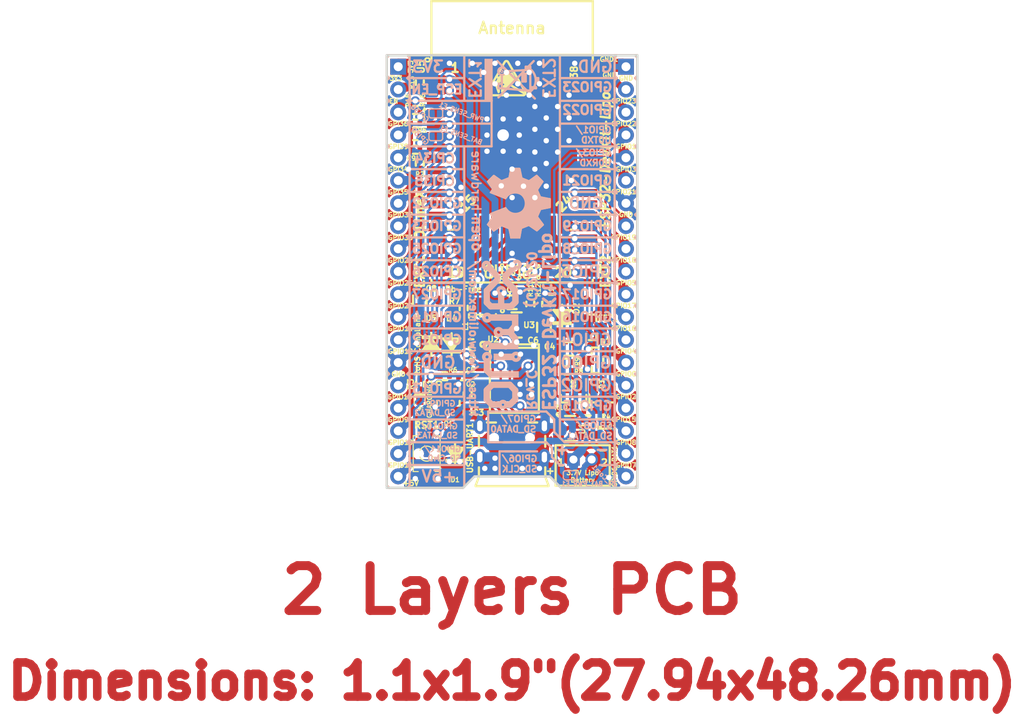
<source format=kicad_pcb>
(kicad_pcb (version 20221018) (generator pcbnew)
  (title_block (title "ESP32-DevKit-Lipo") (date "2020-06-09") (rev "C") (company "OLIMEX Ltd.") (comment 1 "https://www.olimex.com"))
  (layers (0 "F.Cu" mixed) (31 "B.Cu" mixed) (34 "B.Paste" user) (35 "F.Paste" user) (36 "B.SilkS" user "B.Silkscreen") (37 "F.SilkS" user "F.Silkscreen") (38 "B.Mask" user) (39 "F.Mask" user) (44 "Edge.Cuts" user))
  (net 0 "")
  (net 1 "+5V")
  (net 2 "GND")
  (net 3 "Net-(C3-Pad1)")
  (net 4 "+3V3")
  (net 5 "/ESP_EN")
  (net 6 "Net-(Q2-Pad1)")
  (net 7 "Net-(CHARGING1-Pad1)")
  (net 8 "/+5V_USB")
  (net 9 "/D_Com")
  (net 10 "Net-(C2-Pad1)")
  (net 11 "Net-(C6-Pad1)")
  (net 12 "/GPIO13")
  (net 13 "/GPIO12")
  (net 14 "/GPIO27")
  (net 15 "/GPIO14")
  (net 16 "/GPIO26")
  (net 17 "/GPIO25")
  (net 18 "/GPIO32")
  (net 19 "/GPIO33")
  (net 20 "/GPI35")
  (net 21 "/GPI34")
  (net 22 "/GPIO22")
  (net 23 "/GPIO23")
  (net 24 "/GPIO21")
  (net 25 "/GPIO19")
  (net 26 "/GPIO18")
  (net 27 "/GPIO5")
  (net 28 "/GPIO16")
  (net 29 "/GPIO17")
  (net 30 "/GPIO4")
  (net 31 "/GPIO0")
  (net 32 "/GPIO15")
  (net 33 "/GPIO2")
  (net 34 "Net-(L1-Pad1)")
  (net 35 "Net-(Q2-Pad2)")
  (net 36 "Net-(Q3-Pad1)")
  (net 37 "Net-(Q3-Pad2)")
  (net 38 "Net-(Q3-Pad3)")
  (net 39 "Net-(R3-Pad2)")
  (net 40 "Net-(R4-Pad1)")
  (net 41 "Net-(R11-Pad1)")
  (net 42 "Net-(U2-Pad7)")
  (net 43 "Net-(U2-Pad6)")
  (net 44 "Net-(FID1-PadFid1)")
  (net 45 "Net-(FID2-PadFid1)")
  (net 46 "Net-(FID3-PadFid1)")
  (net 47 "Net-(U2-Pad17)")
  (net 48 "Net-(U2-Pad14)")
  (net 49 "Net-(U2-Pad13)")
  (net 50 "Net-(U2-Pad12)")
  (net 51 "Net-(U2-Pad11)")
  (net 52 "Net-(U5-Pad32)")
  (net 53 "Net-(USB-UART1-Pad4)")
  (net 54 "VBAT")
  (net 55 "Net-(BAT_SENS_E1-Pad1)")
  (net 56 "Net-(C5-Pad1)")
  (net 57 "/GPIO3\\U0RXD")
  (net 58 "Net-(D4-Pad1)")
  (net 59 "/GPIO1\\U0TXD")
  (net 60 "Net-(D5-Pad2)")
  (net 61 "/GPI39\\SENSOR_VN")
  (net 62 "/GPI36\\SENSOR_VP")
  (net 63 "/GPIO9\\SD_DATA2")
  (net 64 "/GPIO11\\SD_CMD")
  (net 65 "/GPIO10\\SD_DATA3")
  (net 66 "/GPIO6\\SD_CLK")
  (net 67 "/GPIO7\\SD_DATA0")
  (net 68 "/GPIO8\\SD_DATA1")
  (net 69 "Net-(PWR_SENS_E1-Pad1)")
  (net 70 "Net-(U2-Pad20)")
  (net 71 "Net-(BAT_PWR_E1-Pad1)")
  (net 72 "Net-(FID4-PadFid1)")
  (footprint "OLIMEX_Diodes-FP:SOT23-3" (layer "F.Cu") (at 153.035 105.156)
    (fp_text reference "D3")
    (fp_text value "BAT54C(SOT23-3)")
  )
  (footprint "OLIMEX_Transistors-FP:SOT23" (layer "F.Cu") (at 150.368 109.22 90)
    (fp_text reference "Q2")
    (fp_text value "BC817-40(SOT23)")
  )
  (footprint "OLIMEX_Connectors-FP:USB-MICRO_MISB-SWMM-5B_LF" (layer "F.Cu") (at 143.51 115.697 -90)
    (fp_text reference "USB-UART1")
    (fp_text value "MISB-SWMM-5B-LF(USB_MICRO)")
  )
  (footprint "OLIMEX_LEDs-FP:LED_0603_KA" (layer "F.Cu") (at 133.223 110.49 -90)
    (fp_text reference "CHARGING1")
    (fp_text value "LED/YELLOW/0603")
  )
  (footprint "OLIMEX_Other-FP:Fiducial1x3" (layer "F.Cu") (at 151.765 98.425)
    (fp_text reference "FID1" hide)
    (fp_text value "Fiducial" hide)
  )
  (footprint "OLIMEX_IC-FP:SOT-23-5" (layer "F.Cu") (at 149.987 112.776 180)
    (fp_text reference "U1")
    (fp_text value "BL4054B-42TPRN(SOT23-5)")
  )
  (footprint "OLIMEX_IC-FP:SSOP-20W" (layer "F.Cu") (at 143.764 107.188 -90)
    (fp_text reference "U2")
    (fp_text value "CH340T(SSOP20W)")
  )
  (footprint "OLIMEX_LOGOs-FP:LOGO_OLIMEX_80" (layer "F.Cu") (at 143.51 95.25)
    (fp_text reference "Olimex_Logo_Small" hide)
    (fp_text value "" hide)
  )
  (footprint "OLIMEX_LOGOs-FP:LOGO_ANTISTATIC_SMALL_4.5mmX2.8mm" (layer "F.Cu") (at 142.875 73.66)
    (fp_text reference "Sign_Antistatic" hide)
    (fp_text value "Val**")
  )
  (footprint "OLIMEX_Diodes-FP:SOD-123_1C-2A_KA" (layer "F.Cu") (at 137.16 115.57 90)
    (fp_text reference "D1")
    (fp_text value "1N5819S4/SOD123")
  )
  (footprint "OLIMEX_RLC-FP:R_0402_5MIL_DWS" (layer "F.Cu") (at 133.223 83.185 90)
    (fp_text reference "R2")
    (fp_text value "470k/R0402")
  )
  (footprint "OLIMEX_RLC-FP:R_0402_5MIL_DWS" (layer "F.Cu") (at 133.223 107.823 90)
    (fp_text reference "R3")
    (fp_text value "2.2k/R0402")
  )
  (footprint "OLIMEX_RLC-FP:R_0402_5MIL_DWS" (layer "F.Cu") (at 136.017 106.934)
    (fp_text reference "R6")
    (fp_text value "10k/R0402")
  )
  (footprint "OLIMEX_RLC-FP:R_0402_5MIL_DWS" (layer "F.Cu") (at 149.606 106.299)
    (fp_text reference "R8")
    (fp_text value "2.2k/R0402")
  )
  (footprint "OLIMEX_RLC-FP:R_0402_5MIL_DWS" (layer "F.Cu") (at 152.019 110.871 180)
    (fp_text reference "R10")
    (fp_text value "220R/R0402")
  )
  (footprint "OLIMEX_RLC-FP:C_0402_5MIL_DWS" (layer "F.Cu") (at 132.714999 81.661)
    (fp_text reference "C9")
    (fp_text value "100nF/10V/10%/X7R/C0402")
  )
  (footprint "OLIMEX_Other-FP:Fiducial1x3" (layer "F.Cu") (at 148.59 73.025)
    (fp_text reference "FID3" hide)
    (fp_text value "Fiducial" hide)
  )
  (footprint "OLIMEX_Cases-FP:ESP32-WROVER_MODULE" (layer "F.Cu") (at 143.51 80.772)
    (fp_text reference "U5")
    (fp_text value "ESP32-WROOM-32D-4MB")
  )
  (footprint "OLIMEX_Transistors-FP:SOT23" (layer "F.Cu") (at 153.543 109.22 90)
    (fp_text reference "Q3")
    (fp_text value "BC817-40(SOT23)")
  )
  (footprint "OLIMEX_RLC-FP:C_0603_5MIL_DWS" (layer "F.Cu") (at 153.6065 113.538)
    (fp_text reference "C1")
    (fp_text value "22uF/6.3V/20%/X5R/C0603")
  )
  (footprint "OLIMEX_RLC-FP:CD32" (layer "F.Cu") (at 140.208 100.203 90)
    (fp_text reference "L1")
    (fp_text value "2.2uH/1.5A/DCR=72mR/20%/3.00x3.00x1.50mm/CD32(NR3015T2R2M)")
  )
  (footprint "OLIMEX_RLC-FP:C_0603_5MIL_DWS" (layer "F.Cu") (at 143.51 98.679)
    (fp_text reference "C7")
    (fp_text value "22uF/6.3V/20%/X5R/C0603")
  )
  (footprint "OLIMEX_RLC-FP:C_0603_5MIL_DWS" (layer "F.Cu") (at 147.066 101.473 90)
    (fp_text reference "C6")
    (fp_text value "22uF/6.3V/20%/X5R/C0603")
  )
  (footprint "OLIMEX_RLC-FP:R_0402_5MIL_DWS" (layer "F.Cu") (at 147.32 98.8695 90)
    (fp_text reference "R1")
    (fp_text value "10k/R0402")
  )
  (footprint "OLIMEX_RLC-FP:R_0402_5MIL_DWS" (layer "F.Cu") (at 145.542 98.8695 90)
    (fp_text reference "R11")
    (fp_text value "220k/R0402")
  )
  (footprint "OLIMEX_RLC-FP:R_0402_5MIL_DWS" (layer "F.Cu") (at 146.431 98.8695 90)
    (fp_text reference "R12")
    (fp_text value "49.9k/1%/R0402")
  )
  (footprint "OLIMEX_Regulators-FP:SOT-23-5" (layer "F.Cu") (at 144.018 101.219 180)
    (fp_text reference "U3")
    (fp_text value "SY8089AAAC(SOT23-5)")
  )
  (footprint "OLIMEX_RLC-FP:C_0402_5MIL_DWS" (layer "F.Cu") (at 138.557 110.998 -90)
    (fp_text reference "C3")
    (fp_text value "27pF/50V/5%/C0G/C0402")
  )
  (footprint "OLIMEX_Other-FP:Fiducial1x3" (layer "F.Cu") (at 144.145 115.062)
    (fp_text reference "FID4" hide)
    (fp_text value "Fiducial" hide)
  )
  (footprint "OLIMEX_Other-FP:TESTPAD_40-ROUND" (layer "F.Cu") (at 154.305 72.39)
    (fp_text reference "GND1")
    (fp_text value "TESTPAD" hide)
  )
  (footprint "OLIMEX_RLC-FP:R_0402_5MIL_DWS" (layer "F.Cu") (at 133.223 74.168 -90)
    (fp_text reference "R13")
    (fp_text value "10k/R0402")
  )
  (footprint "OLIMEX_RLC-FP:R_0402_5MIL_DWS" (layer "F.Cu") (at 132.715 78.74 180)
    (fp_text reference "R16")
    (fp_text value "470k/R0402")
  )
  (footprint "OLIMEX_RLC-FP:R_0402_5MIL_DWS" (layer "F.Cu") (at 138.1125 99.314 90)
    (fp_text reference "R7")
    (fp_text value "NA/R0402")
  )
  (footprint "OLIMEX_Diodes-FP:SOD-123_1C-2A_KA" (layer "F.Cu") (at 149.098 100.203 90)
    (fp_text reference "D2")
    (fp_text value "1N5819S4/SOD123")
  )
  (footprint "OLIMEX_RLC-FP:C_0603_5MIL_DWS" (layer "F.Cu") (at 149.86 103.886)
    (fp_text reference "C4")
    (fp_text value "22uF/6.3V/20%/X5R/C0603")
  )
  (footprint "OLIMEX_RLC-FP:R_0402_5MIL_DWS" (layer "F.Cu") (at 149.606 105.41)
    (fp_text reference "R9")
    (fp_text value "2.2k/R0402")
  )
  (footprint "OLIMEX_RLC-FP:R_0402_5MIL_DWS" (layer "F.Cu") (at 153.162 112.141)
    (fp_text reference "R4")
    (fp_text value "2.2k/R0402")
  )
  (footprint "OLIMEX_Connectors-FP:LIPO_BAT_VERTICAL_DW02S" (layer "F.Cu") (at 151.384 119.761)
    (fp_text reference "BAT1")
    (fp_text value "DW02S")
  )
  (footprint "OLIMEX_RLC-FP:C_0402_5MIL_DWS" (layer "F.Cu") (at 138.557 108.966 90)
    (fp_text reference "C2")
    (fp_text value "27pF/50V/5%/C0G/C0402")
  )
  (footprint "OLIMEX_Crystal-FP:TSX-3.2x2.5mm_GND(3)" (layer "F.Cu") (at 136.398 109.939 -90)
    (fp_text reference "Q1")
    (fp_text value "Q12MHz/20pF/10ppm/4P/3.2x2.5mm")
  )
  (footprint "OLIMEX_Diodes-FP:SOD-123_1C-2A_KA" (layer "F.Cu") (at 134.493 103.378 -90)
    (fp_text reference "D5")
    (fp_text value "1N5819S4/SOD123")
  )
  (footprint "OLIMEX_Diodes-FP:SOD-123_1C-2A_KA" (layer "F.Cu") (at 136.779 103.378 90)
    (fp_text reference "D4")
    (fp_text value "1N5819S4/SOD123")
  )
  (footprint "OLIMEX_RLC-FP:R_0402_5MIL_DWS" (layer "F.Cu") (at 132.715 77.216)
    (fp_text reference "R15")
    (fp_text value "220k/R0402")
  )
  (footprint "OLIMEX_RLC-FP:R_0402_5MIL_DWS" (layer "F.Cu") (at 132.715 80.137001 180)
    (fp_text reference "R5")
    (fp_text value "470k/R0402")
  )
  (footprint "OLIMEX_RLC-FP:R_0402_5MIL_DWS" (layer "F.Cu") (at 138.938 103.251 180)
    (fp_text reference "R17")
    (fp_text value "10k/R0402")
  )
  (footprint "OLIMEX_RLC-FP:C_0603_5MIL_DWS" (layer "F.Cu") (at 133.223 98.425 -90)
    (fp_text reference "C8")
    (fp_text value "1uF/10V/10%/X5R/C0603")
  )
  (footprint "OLIMEX_Transistors-FP:SOT23" (layer "F.Cu") (at 152.273 101.473 180)
    (fp_text reference "FET1")
    (fp_text value "WPM2015-3/TR")
  )
  (footprint "OLIMEX_Other-FP:Fiducial1x3" (layer "F.Cu") (at 135.255 98.425)
    (fp_text reference "FID2" hide)
    (fp_text value "Fiducial" hide)
  )
  (footprint "OLIMEX_RLC-FP:C_0402_5MIL_DWS" (layer "F.Cu") (at 138.049 106.934 180)
    (fp_text reference "C5")
    (fp_text value "100nF/10V/10%/X7R/C0402")
  )
  (footprint "OLIMEX_Buttons-FP:IT1185AU2_V2" (layer "F.Cu") (at 133.985 115.57 -90)
    (fp_text reference "RST1")
    (fp_text value "IT-1185AU2-160G-G-TR")
  )
  (footprint "OLIMEX_Connectors-FP:HN1x19" (layer "B.Cu") (at 156.21 93.98 -90)
    (fp_text reference "EXT2")
    (fp_text value "HN1x19")
  )
  (footprint "OLIMEX_Connectors-FP:HN1x19" (layer "B.Cu") (at 130.81 93.98 -90)
    (fp_text reference "EXT1")
    (fp_text value "HN1x19")
  )
  (footprint "OLIMEX_LOGOs-FP:LOGO_OPENHARDWARE_8x8" (layer "B.Cu") (at 143.764 87.63 90)
    (fp_text reference "Logo_OSHW" hide)
    (fp_text value "" hide)
  )
  (footprint "OLIMEX_LOGOs-FP:LOGO_RECYCLEBIN_1" (layer "B.Cu") (at 140.462 76.2 90)
    (fp_text reference "Sign_RecycleBin" hide)
    (fp_text value "" hide)
  )
  (footprint "OLIMEX_LOGOs-FP:OLIMEX_LOGO_TB" (layer "B.Cu") (at 142.367 102.108 90)
    (fp_text reference "Olimex_Logo_Big" hide)
    (fp_text value "" hide)
  )
  (footprint "OLIMEX_Jumpers-FP:SJ_1_SMALLER" (layer "B.Cu") (at 149.987 117.983)
    (fp_text reference "BAT_PWR_E1")
    (fp_text value "Opened" hide)
  )
  (footprint "OLIMEX_Other-FP:TESTPAD_40-ROUND" (layer "B.Cu") (at 152.4 117.983)
    (fp_text reference "D_Com1")
    (fp_text value "TESTPAD" hide)
  )
  (footprint "OLIMEX_Jumpers-FP:SJ_1_SMALLER" (layer "B.Cu") (at 135.001 80.137)
    (fp_text reference "BAT_SENS_E1")
    (fp_text value "Opened" hide)
  )
  (footprint "OLIMEX_Jumpers-FP:SJ_1_SMALLER" (layer "B.Cu") (at 135.001 77.597)
    (fp_text reference "PWR_SENS_E1")
    (fp_text value "Opened" hide)
  )
  (gr_line (start 131.826 106.68) (end 138.176 106.68) (stroke (width 0.254)) (layer "B.SilkS"))
  (gr_line (start 131.826 104.14) (end 138.176 104.14) (stroke (width 0.254)) (layer "B.SilkS"))
  (gr_line (start 131.826 101.6) (end 138.176 101.6) (stroke (width 0.254)) (layer "B.SilkS"))
  (gr_line (start 131.826 99.06) (end 138.176 99.06) (stroke (width 0.254)) (layer "B.SilkS"))
  (gr_line (start 131.826 96.52) (end 138.176 96.52) (stroke (width 0.254)) (layer "B.SilkS"))
  (gr_line (start 131.826 93.98) (end 138.176 93.98) (stroke (width 0.254)) (layer "B.SilkS"))
  (gr_line (start 131.826 91.44) (end 138.176 91.44) (stroke (width 0.254)) (layer "B.SilkS"))
  (gr_line (start 131.826 88.9) (end 138.176 88.9) (stroke (width 0.254)) (layer "B.SilkS"))
  (gr_line (start 131.826 86.36) (end 138.176 86.36) (stroke (width 0.254)) (layer "B.SilkS"))
  (gr_line (start 131.826 83.82) (end 138.176 83.82) (stroke (width 0.254)) (layer "B.SilkS"))
  (gr_line (start 131.699 81.28) (end 141.224 81.28) (stroke (width 0.254)) (layer "B.SilkS"))
  (gr_line (start 131.826 78.74) (end 141.224 78.74) (stroke (width 0.254)) (layer "B.SilkS"))
  (gr_line (start 131.826 76.2) (end 141.224 76.2) (stroke (width 0.254)) (layer "B.SilkS"))
  (gr_line (start 131.826 73.66) (end 138.176 73.66) (stroke (width 0.254)) (layer "B.SilkS"))
  (gr_line (start 148.844 73.66) (end 155.194 73.66) (stroke (width 0.254)) (layer "B.SilkS"))
  (gr_line (start 148.844 111.760446) (end 148.844 71.12) (stroke (width 0.254)) (layer "B.SilkS"))
  (gr_line (start 148.844 76.2) (end 155.194 76.2) (stroke (width 0.254)) (layer "B.SilkS"))
  (gr_line (start 148.844 78.74) (end 155.194 78.74) (stroke (width 0.254)) (layer "B.SilkS"))
  (gr_line (start 148.844 81.28) (end 155.194 81.28) (stroke (width 0.254)) (layer "B.SilkS"))
  (gr_line (start 148.844 83.82) (end 155.194 83.82) (stroke (width 0.254)) (layer "B.SilkS"))
  (gr_line (start 148.844 86.36) (end 155.194 86.36) (stroke (width 0.254)) (layer "B.SilkS"))
  (gr_line (start 148.844 88.9) (end 155.194 88.9) (stroke (width 0.254)) (layer "B.SilkS"))
  (gr_line (start 148.844 91.44) (end 155.194 91.44) (stroke (width 0.254)) (layer "B.SilkS"))
  (gr_line (start 148.844 93.98) (end 155.194 93.98) (stroke (width 0.254)) (layer "B.SilkS"))
  (gr_line (start 148.844 96.52) (end 155.194 96.52) (stroke (width 0.254)) (layer "B.SilkS"))
  (gr_line (start 148.844 99.06) (end 155.194 99.06) (stroke (width 0.254)) (layer "B.SilkS"))
  (gr_line (start 148.844 101.6) (end 155.194 101.6) (stroke (width 0.254)) (layer "B.SilkS"))
  (gr_line (start 148.844 104.14) (end 155.194 104.14) (stroke (width 0.254)) (layer "B.SilkS"))
  (gr_line (start 148.844 106.68) (end 155.194 106.68) (stroke (width 0.254)) (layer "B.SilkS"))
  (gr_line (start 148.844 109.22) (end 155.194 109.22) (stroke (width 0.254)) (layer "B.SilkS"))
  (gr_line (start 148.844 111.76) (end 155.194 111.76) (stroke (width 0.254)) (layer "B.SilkS"))
  (gr_line (start 149.352 114.3) (end 155.194 114.296827) (stroke (width 0.254)) (layer "B.SilkS"))
  (gr_line (start 153.289 116.84) (end 155.194 116.84) (stroke (width 0.254)) (layer "B.SilkS"))
  (gr_line (start 147.701 118.11) (end 148.971 119.38) (stroke (width 0.254)) (layer "B.SilkS"))
  (gr_line (start 142.113 115.316) (end 146.304 115.316) (stroke (width 0.254)) (layer "B.SilkS"))
  (gr_line (start 148.971 119.38) (end 155.321 119.38) (stroke (width 0.254)) (layer "B.SilkS"))
  (gr_line (start 148.844 71.12) (end 155.194 71.12) (stroke (width 0.254)) (layer "B.SilkS"))
  (gr_line (start 131.826 71.12) (end 138.176 71.12) (stroke (width 0.254)) (layer "B.SilkS"))
  (gr_line (start 131.826 119.38) (end 138.049 119.38) (stroke (width 0.254)) (layer "B.SilkS"))
  (gr_line (start 147.955 114.935) (end 147.955 115.951) (stroke (width 0.254)) (layer "B.SilkS"))
  (gr_line (start 148.844 111.76) (end 148.844 113.792) (stroke (width 0.254)) (layer "B.SilkS"))
  (gr_line (start 149.345618 114.293618) (end 148.844 113.792) (stroke (width 0.254)) (layer "B.SilkS"))
  (gr_line (start 148.844 116.84) (end 149.225 116.84) (stroke (width 0.254)) (layer "B.SilkS"))
  (gr_line (start 141.224 81.28) (end 141.224 76.2) (stroke (width 0.254)) (layer "B.SilkS"))
  (gr_line (start 138.176 76.2) (end 138.176 71.12) (stroke (width 0.254)) (layer "B.SilkS"))
  (gr_line (start 148.209 111.76) (end 148.209 113.157) (stroke (width 0.254)) (layer "B.SilkS"))
  (gr_line (start 148.209 113.157) (end 148.844 113.792) (stroke (width 0.254)) (layer "B.SilkS"))
  (gr_line (start 138.176 119.253) (end 138.049 119.38) (stroke (width 0.254)) (layer "B.SilkS"))
  (gr_line (start 142.113 115.316) (end 142.113 118.11) (stroke (width 0.254)) (layer "B.SilkS"))
  (gr_line (start 148.844 116.84) (end 147.955 115.951) (stroke (width 0.254)) (layer "B.SilkS"))
  (gr_line (start 147.32 110.871) (end 140.843 110.871) (stroke (width 0.254)) (layer "B.SilkS"))
  (gr_line (start 138.176 109.22) (end 138.176 119.253) (stroke (width 0.254)) (layer "B.SilkS"))
  (gr_line (start 131.826 114.3) (end 138.176 114.3) (stroke (width 0.254)) (layer "B.SilkS"))
  (gr_line (start 140.843 114.3) (end 147.326382 114.3) (stroke (width 0.254)) (layer "B.SilkS"))
  (gr_line (start 131.826 116.84) (end 138.176 116.84) (stroke (width 0.254)) (layer "B.SilkS"))
  (gr_line (start 147.955 114.935) (end 147.326382 114.306382) (stroke (width 0.254)) (layer "B.SilkS"))
  (gr_line (start 140.843 110.871) (end 140.843 114.3) (stroke (width 0.254)) (layer "B.SilkS"))
  (gr_line (start 138.176 109.22) (end 138.176 81.28) (stroke (width 0.254)) (layer "B.SilkS"))
  (gr_line (start 131.826 109.22) (end 138.176 109.22) (stroke (width 0.254)) (layer "B.SilkS"))
  (gr_line (start 147.701 118.11) (end 142.113 118.11) (stroke (width 0.254)) (layer "B.SilkS"))
  (gr_line (start 131.826 111.76) (end 138.176 111.76) (stroke (width 0.254)) (layer "B.SilkS"))
  (gr_line (start 148.209 111.76) (end 147.32 110.871) (stroke (width 0.254)) (layer "B.SilkS"))
  (gr_circle (center 148.6535 111.1885) (end 148.844 111.1885) (stroke (width 0.2032)) (fill none) (layer "F.SilkS"))
  (gr_line (start 133.731 76.962) (end 133.604 77.216) (stroke (width 0.15)) (layer "F.SilkS"))
  (gr_line (start 133.731 76.962) (end 133.731 78.359) (stroke (width 0.15)) (layer "F.SilkS"))
  (gr_circle (center 142.4305 99.6315) (end 142.621 99.6315) (stroke (width 0.2032)) (fill none) (layer "F.SilkS"))
  (gr_line (start 133.731 78.359) (end 133.731 78.5495) (stroke (width 0.15)) (layer "F.SilkS"))
  (gr_line (start 133.731 78.5495) (end 133.604 78.6765) (stroke (width 0.15)) (layer "F.SilkS"))
  (gr_line (start 133.731 76.962) (end 133.858 77.216) (stroke (width 0.15)) (layer "F.SilkS"))
  (gr_line (start 157.48 119.38) (end 157.48 71.12) (stroke (width 0.254)) (layer "Edge.Cuts"))
  (gr_line (start 148.971 119.38) (end 157.48 119.38) (stroke (width 0.254)) (layer "Edge.Cuts"))
  (gr_line (start 129.54 119.38) (end 138.049 119.38) (stroke (width 0.254)) (layer "Edge.Cuts"))
  (gr_line (start 157.48 71.12) (end 129.54 71.12) (stroke (width 0.254)) (layer "Edge.Cuts"))
  (gr_line (start 147.701 118.11) (end 148.971 119.38) (stroke (width 0.254)) (layer "Edge.Cuts"))
  (gr_line (start 129.54 71.12) (end 129.54 119.38) (stroke (width 0.254)) (layer "Edge.Cuts"))
  (gr_line (start 138.049 119.38) (end 139.319 118.11) (stroke (width 0.254)) (layer "Edge.Cuts"))
  (gr_line (start 139.319 118.11) (end 147.701 118.11) (stroke (width 0.254)) (layer "Edge.Cuts"))
  (gr_text "2 Layers PCB" (at 143.51 130.81) (layer "F.Cu") (effects (font (size 5 5) (thickness 1))))
  (gr_text "Dimensions: 1.1x1.9\"(27.94x48.26mm)" (at 143.51 140.97) (layer "F.Cu") (effects (font (size 3.81 3.81) (thickness 0.9525))))
  (gr_text "ESP_EN" (at 135.128 74.93) (layer "B.SilkS") (effects (font (size 1.016 1.016) (thickness 0.254)) (justify mirror)))
  (gr_text "GPI36" (at 133.223 77.597 315) (layer "B.SilkS") (effects (font (size 0.5588 0.5588) (thickness 0.1397)) (justify mirror)))
  (gr_text "GPI39" (at 133.223 80.137 315) (layer "B.SilkS") (effects (font (size 0.5588 0.5588) (thickness 0.1397)) (justify mirror)))
  (gr_text "GPI35" (at 134.874 85.1535) (layer "B.SilkS") (effects (font (size 1.016 1.016) (thickness 0.254)) (justify mirror)))
  (gr_text "GPIO32" (at 135.128 87.63) (layer "B.SilkS") (effects (font (size 1.016 1.016) (thickness 0.254)) (justify mirror)))
  (gr_text "GPIO33" (at 135.128 90.17) (layer "B.SilkS") (effects (font (size 1.016 1.016) (thickness 0.254)) (justify mirror)))
  (gr_text "GPIO25" (at 135.128 92.71) (layer "B.SilkS") (effects (font (size 1.016 1.016) (thickness 0.254)) (justify mirror)))
  (gr_text "GPIO26" (at 135.128 95.25) (layer "B.SilkS") (effects (font (size 1.016 1.016) (thickness 0.254)) (justify mirror)))
  (gr_text "GPIO27" (at 135.128 97.79) (layer "B.SilkS") (effects (font (size 1.016 1.016) (thickness 0.254)) (justify mirror)))
  (gr_text "GPIO14" (at 135.128 100.33) (layer "B.SilkS") (effects (font (size 1.016 1.016) (thickness 0.254)) (justify mirror)))
  (gr_text "GND" (at 135.255 105.41) (layer "B.SilkS") (effects (font (size 1.27 1.27) (thickness 0.254)) (justify mirror)))
  (gr_text "GPIO13" (at 135.128 108.331) (layer "B.SilkS") (effects (font (size 1.016 1.016) (thickness 0.254)) (justify mirror)))
  (gr_text "GPIO10/\nSD_DATA3" (at 137.541 113.03) (layer "B.SilkS") (effects (font (size 0.635 0.635) (thickness 0.15875)) (justify left mirror)))
  (gr_text "GPIO9/\nSD_DATA2" (at 137.287 110.49) (layer "B.SilkS") (effects (font (size 0.635 0.635) (thickness 0.15875)) (justify left mirror)))
  (gr_text "GPIO23" (at 151.892 74.676) (layer "B.SilkS") (effects (font (size 1.016 1.016) (thickness 0.254)) (justify mirror)))
  (gr_text "GPIO22" (at 151.892 77.216) (layer "B.SilkS") (effects (font (size 1.016 1.016) (thickness 0.254)) (justify mirror)))
  (gr_text "GPIO1/\nU0TXD" (at 154.686 80.01) (layer "B.SilkS") (effects (font (size 0.7112 0.7112) (thickness 0.1778)) (justify left mirror)))
  (gr_text "GPIO3/\nU0RXD" (at 154.686 82.55) (layer "B.SilkS") (effects (font (size 0.7112 0.7112) (thickness 0.1778)) (justify left mirror)))
  (gr_text "GND" (at 151.765 87.63) (layer "B.SilkS") (effects (font (size 1.27 1.27) (thickness 0.254)) (justify mirror)))
  (gr_text "GPIO19" (at 151.892 90.17) (layer "B.SilkS") (effects (font (size 1.016 1.016) (thickness 0.254)) (justify mirror)))
  (gr_text "GPIO18" (at 151.892 92.71) (layer "B.SilkS") (effects (font (size 1.016 1.016) (thickness 0.254)) (justify mirror)))
  (gr_text "GPIO5" (at 151.765 95.25) (layer "B.SilkS") (effects (font (size 1.27 1.27) (thickness 0.254)) (justify mirror)))
  (gr_text "GPIO17" (at 151.892 97.79) (layer "B.SilkS") (effects (font (size 1.016 1.016) (thickness 0.254)) (justify mirror)))
  (gr_text "GPIO16" (at 151.892 100.33) (layer "B.SilkS") (effects (font (size 1.016 1.016) (thickness 0.254)) (justify mirror)))
  (gr_text "GPIO4" (at 151.765 102.87) (layer "B.SilkS") (effects (font (size 1.27 1.27) (thickness 0.254)) (justify mirror)))
  (gr_text "GPIO0" (at 151.765 105.41) (layer "B.SilkS") (effects (font (size 1.27 1.27) (thickness 0.254)) (justify mirror)))
  (gr_text "GPIO2" (at 151.765 107.95) (layer "B.SilkS") (effects (font (size 1.27 1.27) (thickness 0.254)) (justify mirror)))
  (gr_text "GPIO7/\nSD_DATA0" (at 146.304 112.268) (layer "B.SilkS") (effects (font (size 0.7112 0.7112) (thickness 0.1778)) (justify left mirror)))
  (gr_text "GPIO6/\nSD_CLK" (at 146.431 116.713) (layer "B.SilkS") (effects (font (size 0.7112 0.7112) (thickness 0.1778)) (justify left mirror)))
  (gr_text "GPIO8/\nSD_DATA1" (at 154.813 113.03) (layer "B.SilkS") (effects (font (size 0.7112 0.7112) (thickness 0.1778)) (justify left mirror)))
  (gr_text "https://www.olimex.com/" (at 139.192 102.743 270) (layer "B.SilkS") (effects (font (size 0.889 0.889) (thickness 0.22225)) (justify mirror)))
  (gr_text "ESP32-DevKit-Lipo" (at 147.574 100.838 270) (layer "B.SilkS") (effects (font (size 1.3208 1.3208) (thickness 0.3175)) (justify mirror)))
  (gr_text "+" (at 149.098 115.062) (layer "B.SilkS") (effects (font (size 1.27 1.27) (thickness 0.254)) (justify mirror)))
  (gr_text "-" (at 153.543 115.062) (layer "B.SilkS") (effects (font (size 1.27 1.27) (thickness 0.254)) (justify mirror)))
  (gr_text "GPI34" (at 134.874 82.6135) (layer "B.SilkS") (effects (font (size 1.016 1.016) (thickness 0.254)) (justify mirror)))
  (gr_text "GND" (at 152.781 72.39) (layer "B.SilkS") (effects (font (size 1.27 1.27) (thickness 0.254)) (justify mirror)))
  (gr_text "GPIO21" (at 151.892 85.09) (layer "B.SilkS") (effects (font (size 1.016 1.016) (thickness 0.254)) (justify mirror)))
  (gr_text "GPIO15" (at 151.892 110.236) (layer "B.SilkS") (effects (font (size 1.016 1.016) (thickness 0.254)) (justify mirror)))
  (gr_text "+5V" (at 135.382 118.11) (layer "B.SilkS") (effects (font (size 1.27 1.27) (thickness 0.254)) (justify mirror)))
  (gr_text "GPIO11/\nSD_CMD" (at 137.922 115.57) (layer "B.SilkS") (effects (font (size 0.635 0.635) (thickness 0.15875)) (justify left mirror)))
  (gr_text "GPIO12" (at 135.128 102.87) (layer "B.SilkS") (effects (font (size 1.016 1.016) (thickness 0.254)) (justify mirror)))
  (gr_text "Rev_C         (C)2020" (at 145.669 101.854 270) (layer "B.SilkS") (effects (font (size 1.016 1.016) (thickness 0.254)) (justify mirror)))
  (gr_text "3V3" (at 134.112 72.39) (layer "B.SilkS") (effects (font (size 1.27 1.27) (thickness 0.254)) (justify mirror)))
  (gr_text "3V3" (at 130.556 73.6854) (layer "F.SilkS") (effects (font (size 0.508 0.508) (thickness 0.127))))
  (gr_text "EN" (at 130.302 76.2254) (layer "F.SilkS") (effects (font (size 0.508 0.508) (thickness 0.127))))
  (gr_text "GPI36" (at 130.81 78.7654) (layer "F.SilkS") (effects (font (size 0.508 0.508) (thickness 0.127))))
  (gr_text "GPI34" (at 130.81 83.8454) (layer "F.SilkS") (effects (font (size 0.508 0.508) (thickness 0.127))))
  (gr_text "GPI39" (at 130.81 81.3054) (layer "F.SilkS") (effects (font (size 0.508 0.508) (thickness 0.127))))
  (gr_text "GPI35" (at 130.81 86.3854) (layer "F.SilkS") (effects (font (size 0.508 0.508) (thickness 0.127))))
  (gr_text "GPIO32" (at 131.064 88.9254) (layer "F.SilkS") (effects (font (size 0.508 0.508) (thickness 0.127))))
  (gr_text "GPIO33" (at 131.064 91.4654) (layer "F.SilkS") (effects (font (size 0.508 0.508) (thickness 0.127))))
  (gr_text "GPIO25" (at 131.064 94.0054) (layer "F.SilkS") (effects (font (size 0.508 0.508) (thickness 0.127))))
  (gr_text "GPIO26" (at 131.064 96.5454) (layer "F.SilkS") (effects (font (size 0.508 0.508) (thickness 0.127))))
  (gr_text "GPIO27" (at 131.064 99.0854) (layer "F.SilkS") (effects (font (size 0.508 0.508) (thickness 0.127))))
  (gr_text "GPIO14" (at 131.064 101.6254) (layer "F.SilkS") (effects (font (size 0.508 0.508) (thickness 0.127))))
  (gr_text "GPIO12" (at 131.064 104.1654) (layer "F.SilkS") (effects (font (size 0.508 0.508) (thickness 0.127))))
  (gr_text "GND" (at 130.8354 106.7054) (layer "F.SilkS") (effects (font (size 0.508 0.508) (thickness 0.127))))
  (gr_text "GPIO13" (at 130.9878 109.2454) (layer "F.SilkS") (effects (font (size 0.508 0.508) (thickness 0.127))))
  (gr_text "GPIO9" (at 130.81 111.7854) (layer "F.SilkS") (effects (font (size 0.508 0.508) (thickness 0.127))))
  (gr_text "GPIO10" (at 131.064 114.3254) (layer "F.SilkS") (effects (font (size 0.508 0.508) (thickness 0.127))))
  (gr_text "GPIO11" (at 131.064 116.8654) (layer "F.SilkS") (effects (font (size 0.508 0.508) (thickness 0.127))))
  (gr_text "+5V" (at 132.207 118.872) (layer "F.SilkS") (effects (font (size 0.5842 0.5842) (thickness 0.14605))))
  (gr_text "3V3" (at 132.207 72.39 90) (layer "F.SilkS") (effects (font (size 0.508 0.508) (thickness 0.127))))
  (gr_text "GND" (at 156.21 73.6854) (layer "F.SilkS") (effects (font (size 0.508 0.508) (thickness 0.127))))
  (gr_text "GPIO23" (at 155.956 76.2254) (layer "F.SilkS") (effects (font (size 0.508 0.508) (thickness 0.127))))
  (gr_text "GPIO22" (at 155.956 78.7654) (layer "F.SilkS") (effects (font (size 0.508 0.508) (thickness 0.127))))
  (gr_text "GPIO1" (at 156.21 81.3054) (layer "F.SilkS") (effects (font (size 0.508 0.508) (thickness 0.127))))
  (gr_text "GPIO3" (at 156.21 83.8454) (layer "F.SilkS") (effects (font (size 0.508 0.508) (thickness 0.127))))
  (gr_text "GPIO21" (at 155.956 86.36) (layer "F.SilkS") (effects (font (size 0.508 0.508) (thickness 0.127))))
  (gr_text "GND" (at 156.21 88.9) (layer "F.SilkS") (effects (font (size 0.508 0.508) (thickness 0.127))))
  (gr_text "GPIO19" (at 155.956 91.44) (layer "F.SilkS") (effects (font (size 0.508 0.508) (thickness 0.127))))
  (gr_text "GPIO18" (at 155.956 93.98) (layer "F.SilkS") (effects (font (size 0.508 0.508) (thickness 0.127))))
  (gr_text "GPIO5" (at 156.21 96.52) (layer "F.SilkS") (effects (font (size 0.508 0.508) (thickness 0.127))))
  (gr_text "GPIO17" (at 155.956 99.06) (layer "F.SilkS") (effects (font (size 0.508 0.508) (thickness 0.127))))
  (gr_text "GPIO16" (at 155.956 101.6) (layer "F.SilkS") (effects (font (size 0.508 0.508) (thickness 0.127))))
  (gr_text "GPIO4" (at 156.21 104.14) (layer "F.SilkS") (effects (font (size 0.508 0.508) (thickness 0.127))))
  (gr_text "GPIO0" (at 156.21 106.68) (layer "F.SilkS") (effects (font (size 0.508 0.508) (thickness 0.127))))
  (gr_text "GPIO2" (at 156.21 109.22) (layer "F.SilkS") (effects (font (size 0.508 0.508) (thickness 0.127))))
  (gr_text "GPIO15" (at 155.956 111.76) (layer "F.SilkS") (effects (font (size 0.508 0.508) (thickness 0.127))))
  (gr_text "GPIO8" (at 156.21 114.3254) (layer "F.SilkS") (effects (font (size 0.508 0.508) (thickness 0.127))))
  (gr_text "GPIO7" (at 156.21 116.8654) (layer "F.SilkS") (effects (font (size 0.508 0.508) (thickness 0.127))))
  (gr_text "GPIO6" (at 154.94 118.1735 90) (layer "F.SilkS") (effects (font (size 0.508 0.508) (thickness 0.127))))
  (gr_text "GND" (at 154.3685 73.3425) (layer "F.SilkS") (effects (font (size 0.508 0.508) (thickness 0.127))))
  (gr_text "EXT1" (at 133.223 95.25 90) (layer "F.SilkS") (effects (font (size 1.016 1.016) (thickness 0.254))))
  (gr_text "+" (at 149.0345 115.189) (layer "F.SilkS") (effects (font (size 0.762 0.762) (thickness 0.1905))))
  (gr_text "+" (at 147.7645 117.475) (layer "F.SilkS") (effects (font (size 0.762 0.762) (thickness 0.1905))))
  (gr_text "ESP32-DevKit-Lipo" (at 153.924 82.804 90) (layer "F.SilkS") (effects (font (size 1.016 1.016) (thickness 0.254) italic)))
  (gr_text "Pb-Free" (at 138.049 97.2185) (layer "F.SilkS") (effects (font (size 0.635 0.635) (thickness 0.15875))))
  (gr_text "RoHS Compliant" (at 132.969 103.505 90) (layer "F.SilkS") (effects (font (size 0.5588 0.5588) (thickness 0.1397))))
  (gr_text "OLimeX" (at 133.223 88.9 90) (layer "F.SilkS") (effects (font (size 1.016 1.016) (thickness 0.254))))
  (gr_text "EXT2" (at 153.924 95.25 90) (layer "F.SilkS") (effects (font (size 1.016 1.016) (thickness 0.254))))
  (gr_text "3.7V Lipo\nBattery" (at 151.384 118.11) (layer "F.SilkS") (effects (font (size 0.508 0.508) (thickness 0.127))))
  (gr_text "-" (at 153.6065 115.189) (layer "F.SilkS") (effects (font (size 0.762 0.762) (thickness 0.1905))))
  (segment (start 135.763 116.586) (end 135.89 116.459) (width 1.016) (layer "F.Cu") (net 1))
  (segment (start 132.842 116.586) (end 136.52499 116.586) (width 0.762) (layer "F.Cu") (net 1))
  (segment (start 151.16556 100.52304) (end 150.18004 100.52304) (width 1.016) (layer "F.Cu") (net 1))
  (segment (start 151.384 113.538) (end 150.241 113.538) (width 1.016) (layer "F.Cu") (net 1))
  (segment (start 137.16 116.96701) (end 137.151989 116.958999) (width 1.016) (layer "F.Cu") (net 1))
  (segment (start 135.89 116.459) (end 136.65199 116.459) (width 1.016) (layer "F.Cu") (net 1))
  (segment (start 132.226999 115.931001) (end 132.226999 116.478999) (width 0.508) (layer "F.Cu") (net 1))
  (segment (start 135.89 116.586) (end 136.906 117.602) (width 0.762) (layer "F.Cu") (net 1))
  (segment (start 132.207 77.216) (end 132.207 76.708) (width 0.508) (layer "F.Cu") (net 1))
  (segment (start 149.098 98.303) (end 149.098 99.441) (width 1.016) (layer "F.Cu") (net 1))
  (segment (start 149.0345 99.3775) (end 149.098 99.441) (width 0.508) (layer "F.Cu") (net 1))
  (segment (start 137.151989 116.958999) (end 136.65199 116.459) (width 1.016) (layer "F.Cu") (net 1))
  (segment (start 150.18004 100.52304) (end 149.098 99.441) (width 1.016) (layer "F.Cu") (net 1))
  (segment (start 132.226999 115.970999) (end 132.842 116.586) (width 0.508) (layer "F.Cu") (net 1))
  (segment (start 132.334 116.586) (end 132.842 116.586) (width 0.762) (layer "F.Cu") (net 1))
  (segment (start 130.81 118.11) (end 131.5085 117.4115) (width 1.016) (layer "F.Cu") (net 1))
  (segment (start 133.223 111.252) (end 132.226999 112.248001) (width 0.508) (layer "F.Cu") (net 1))
  (segment (start 135.763 116.586) (end 135.89 116.586) (width 0.762) (layer "F.Cu") (net 1))
  (segment (start 131.5085 117.4115) (end 132.334 116.586) (width 0.762) (layer "F.Cu") (net 1))
  (segment (start 136.652 117.475) (end 137.033 117.475) (width 1.016) (layer "F.Cu") (net 1))
  (segment (start 137.16 117.47) (end 137.16 116.96701) (width 1.016) (layer "F.Cu") (net 1))
  (segment (start 137.359106 117.475) (end 137.033 117.475) (width 1.016) (layer "F.Cu") (net 1))
  (segment (start 132.226999 112.248001) (end 132.226999 115.931001) (width 0.508) (layer "F.Cu") (net 1))
  (segment (start 136.52499 116.586) (end 136.65199 116.459) (width 0.762) (layer "F.Cu") (net 1))
  (segment (start 137.668 116.459) (end 137.668 117.166106) (width 1.016) (layer "F.Cu") (net 1))
  (segment (start 135.89 116.459) (end 135.89 116.5225) (width 1.016) (layer "F.Cu") (net 1))
  (segment (start 152.7175 113.538) (end 151.257 113.538) (width 1.016) (layer "F.Cu") (net 1))
  (segment (start 137.668 117.166106) (end 137.359106 117.475) (width 1.016) (layer "F.Cu") (net 1))
  (segment (start 136.65199 116.459) (end 137.668 116.459) (width 1.016) (layer "F.Cu") (net 1))
  (segment (start 149.093 98.303) (end 148.0185 99.3775) (width 0.508) (layer "F.Cu") (net 1))
  (segment (start 147.32 99.3775) (end 149.0345 99.3775) (width 0.508) (layer "F.Cu") (net 1))
  (segment (start 132.226999 116.478999) (end 132.334 116.586) (width 0.508) (layer "F.Cu") (net 1))
  (segment (start 149.098 98.303) (end 149.093 98.303) (width 0.508) (layer "F.Cu") (net 1))
  (segment (start 132.226999 115.931001) (end 132.226999 115.970999) (width 0.508) (layer "F.Cu") (net 1))
  (segment (start 135.763 116.586) (end 136.652 117.475) (width 1.016) (layer "F.Cu") (net 1))
  (segment (start 132.207 76.708) (end 132.715 76.2) (width 0.508) (layer "F.Cu") (net 1))
  (via (at 137.668 116.459) (size 1) (drill 0.6) (layers "F.Cu" "B.Cu") (net 1))
  (via (at 149.098 99.441) (size 1) (drill 0.6) (layers "F.Cu" "B.Cu") (net 1))
  (via (at 136.525 116.459) (size 1) (drill 0.6) (layers "F.Cu" "B.Cu") (net 1))
  (via (at 150.241 113.538) (size 1) (drill 0.6) (layers "F.Cu" "B.Cu") (net 1))
  (via (at 132.715 76.2) (size 1) (drill 0.6) (layers "F.Cu" "B.Cu") (net 1))
  (segment (start 137.668 116.459) (end 137.795 116.332) (width 0.762) (layer "B.Cu") (net 1))
  (segment (start 138.167999 115.324001) (end 139.2555 114.2365) (width 0.762) (layer "B.Cu") (net 1))
  (segment (start 149.606011 114.172989) (end 149.741001 114.037999) (width 0.762) (layer "B.Cu") (net 1))
  (segment (start 139.2555 114.2365) (end 140.3985 114.2365) (width 0.762) (layer "B.Cu") (net 1))
  (segment (start 138.167999 115.324001) (end 137.033 116.459) (width 0.762) (layer "B.Cu") (net 1))
  (segment (start 139.573 75.311) (end 139.573 84.201) (width 0.254) (layer "B.Cu") (net 1))
  (segment (start 149.098 98.171) (end 149.098 98.425) (width 0.254) (layer "B.Cu") (net 1))
  (segment (start 148.844 97.917) (end 149.098 98.171) (width 0.254) (layer "B.Cu") (net 1))
  (segment (start 132.334 116.586) (end 131.5085 117.4115) (width 0.762) (layer "B.Cu") (net 1))
  (segment (start 136.144 72.898) (end 137.16 72.898) (width 0.254) (layer "B.Cu") (net 1))
  (segment (start 149.098 100.148106) (end 149.098 99.441) (width 0.762) (layer "B.Cu") (net 1))
  (segment (start 149.098 99.441) (end 149.098 98.806) (width 0.762) (layer "B.Cu") (net 1))
  (segment (start 149.098 98.806) (end 149.098 98.425) (width 0.762) (layer "B.Cu") (net 1))
  (segment (start 145.990511 114.803989) (end 146.621511 114.172989) (width 0.762) (layer "B.Cu") (net 1))
  (segment (start 135.255 76.2) (end 135.636 75.819) (width 0.254) (layer "B.Cu") (net 1))
  (segment (start 140.3985 114.2365) (end 140.965989 114.803989) (width 0.762) (layer "B.Cu") (net 1))
  (segment (start 149.741001 114.037999) (end 150.241 113.538) (width 0.762) (layer "B.Cu") (net 1))
  (segment (start 142.367 94.742) (end 144.272 96.647) (width 0.254) (layer "B.Cu") (net 1))
  (segment (start 136.525 116.459) (end 136.398 116.586) (width 0.762) (layer "B.Cu") (net 1))
  (segment (start 144.272 96.647) (end 147.574 96.647) (width 0.254) (layer "B.Cu") (net 1))
  (segment (start 149.098 111.125) (end 149.098 100.148106) (width 0.762) (layer "B.Cu") (net 1))
  (segment (start 130.81 118.11) (end 131.5085 117.4115) (width 1.016) (layer "B.Cu") (net 1))
  (segment (start 136.906 116.459) (end 136.525 116.459) (width 0.762) (layer "B.Cu") (net 1))
  (segment (start 148.844 98.552) (end 149.098 98.806) (width 0.254) (layer "B.Cu") (net 1))
  (segment (start 132.715 76.2) (end 135.255 76.2) (width 0.254) (layer "B.Cu") (net 1))
  (segment (start 136.398 116.586) (end 132.334 116.586) (width 0.762) (layer "B.Cu") (net 1))
  (segment (start 137.16 72.898) (end 139.573 75.311) (width 0.254) (layer "B.Cu") (net 1))
  (segment (start 139.573 84.201) (end 142.367 86.995) (width 0.254) (layer "B.Cu") (net 1))
  (segment (start 146.621511 114.172989) (end 149.606011 114.172989) (width 0.762) (layer "B.Cu") (net 1))
  (segment (start 150.241 113.538) (end 150.241 112.268) (width 0.762) (layer "B.Cu") (net 1))
  (segment (start 135.636 75.819) (end 135.636 73.406) (width 0.254) (layer "B.Cu") (net 1))
  (segment (start 137.795 115.697) (end 138.167999 115.324001) (width 0.762) (layer "B.Cu") (net 1))
  (segment (start 137.033 116.459) (end 136.906 116.459) (width 0.762) (layer "B.Cu") (net 1))
  (segment (start 135.636 73.406) (end 136.144 72.898) (width 0.254) (layer "B.Cu") (net 1))
  (segment (start 142.367 86.995) (end 142.367 94.742) (width 0.254) (layer "B.Cu") (net 1))
  (segment (start 137.795 116.332) (end 137.795 115.697) (width 0.762) (layer "B.Cu") (net 1))
  (segment (start 148.844 97.917) (end 148.844 98.552) (width 0.254) (layer "B.Cu") (net 1))
  (segment (start 137.668 116.459) (end 136.525 116.459) (width 1.016) (layer "B.Cu") (net 1))
  (segment (start 147.574 96.647) (end 148.844 97.917) (width 0.254) (layer "B.Cu") (net 1))
  (segment (start 140.965989 114.803989) (end 145.990511 114.803989) (width 0.762) (layer "B.Cu") (net 1))
  (segment (start 150.241 112.268) (end 149.098 111.125) (width 0.762) (layer "B.Cu") (net 1))
  (segment (start 135.001 110.363) (end 135.598 110.96) (width 0.254) (layer "F.Cu") (net 2))
  (segment (start 137.541 107.95) (end 137.541 108.458) (width 0.508) (layer "F.Cu") (net 2))
  (segment (start 154.304598 118.236598) (end 154.304195 118.237) (width 1.016) (layer "F.Cu") (net 2))
  (segment (start 137.81 88.504) (end 137.81 87.107) (width 1.016) (layer "F.Cu") (net 2))
  (segment (start 152.01 72.512) (end 150.998 72.512) (width 0.9144) (layer "F.Cu") (net 2))
  (segment (start 147.11 115.947) (end 147.11 114.891) (width 1.016) (layer "F.Cu") (net 2))
  (segment (start 150.114 85.09) (end 137.922 85.09) (width 1.016) (layer "F.Cu") (net 2))
  (segment (start 152.01 72.512) (end 156.205 72.512) (width 0.9144) (layer "F.Cu") (net 2))
  (segment (start 145.161 111.887) (end 147.1295 111.887) (width 0.508) (layer "F.Cu") (net 2))
  (segment (start 140.5255 110.998) (end 139.91 111.6135) (width 0.254) (layer "F.Cu") (net 2))
  (segment (start 138.912 108.813) (end 138.557 108.458) (width 0.254) (layer "F.Cu") (net 2))
  (segment (start 138.557 112.522) (end 138.557 111.506) (width 0.508) (layer "F.Cu") (net 2))
  (segment (start 139.91 115.947) (end 139.91 117.094) (width 1.016) (layer "F.Cu") (net 2))
  (segment (start 146.630106 116.078) (end 147.066 116.078) (width 1.016) (layer "F.Cu") (net 2))
  (segment (start 144.78 85.725) (end 147.32 85.725) (width 1.016) (layer "F.Cu") (net 2))
  (segment (start 134.656 118.618) (end 137.922 118.618) (width 0.4064) (layer "F.Cu") (net 2))
  (segment (start 135.01 72.512) (end 137.79 72.512) (width 0.9144) (layer "F.Cu") (net 2))
  (segment (start 147.11 113.6718) (end 147.11 113.963) (width 0.508) (layer "F.Cu") (net 2))
  (segment (start 147.11 112.477) (end 147.409 112.776) (width 0.508) (layer "F.Cu") (net 2))
  (segment (start 140.71 78.222) (end 137.932 78.222) (width 1.016) (layer "F.Cu") (net 2))
  (segment (start 140.235 110.998) (end 140.031 111.202) (width 0.254) (layer "F.Cu") (net 2))
  (segment (start 140.711 72.512) (end 140.716 72.517) (width 1.016) (layer "F.Cu") (net 2))
  (segment (start 147.447 98.425) (end 146.431 98.425) (width 0.508) (layer "F.Cu") (net 2))
  (segment (start 137.81 81.788) (end 137.81 78.344) (width 1.016) (layer "F.Cu") (net 2))
  (segment (start 138.7475 117.7925) (end 139.446 117.094) (width 0.4064) (layer "F.Cu") (net 2))
  (segment (start 137.198 108.571265) (end 136.353619 107.726884) (width 0.254) (layer "F.Cu") (net 2))
  (segment (start 147.11 116.63) (end 147.574 117.094) (width 1.016) (layer "F.Cu") (net 2))
  (segment (start 136.525 90.297) (end 137.795 90.297) (width 0.9144) (layer "F.Cu") (net 2))
  (segment (start 137.198 109.093) (end 137.198 108.825265) (width 0.254) (layer "F.Cu") (net 2))
  (segment (start 135.255 118.49099) (end 134.74701 118.49099) (width 1.016) (layer "F.Cu") (net 2))
  (segment (start 140.716 76.454) (end 140.716 78.105) (width 1.016) (layer "F.Cu") (net 2))
  (segment (start 139.446 116.078) (end 139.954 115.57) (width 1.016) (layer "F.Cu") (net 2))
  (segment (start 146.05 112.903) (end 146.304 113.157) (width 0.508) (layer "F.Cu") (net 2))
  (segment (start 137.81 85.202) (end 137.81 81.788) (width 1.016) (layer "F.Cu") (net 2))
  (segment (start 132.207 80.137001) (end 132.207 81.661) (width 0.508) (layer "F.Cu") (net 2))
  (segment (start 144.907 112.903) (end 144.8975 112.8935) (width 0.508) (layer "F.Cu") (net 2))
  (segment (start 132.207 78.74) (end 132.207 80.137) (width 0.508) (layer "F.Cu") (net 2))
  (segment (start 137.198 108.839) (end 137.198 108.547) (width 0.508) (layer "F.Cu") (net 2))
  (segment (start 146.8755 111.887) (end 147.1295 112.141) (width 0.508) (layer "F.Cu") (net 2))
  (segment (start 140.5255 110.998) (end 140.235 110.998) (width 0.254) (layer "F.Cu") (net 2))
  (segment (start 145.01 117.097) (end 145.923 116.184) (width 1.016) (layer "F.Cu") (net 2))
  (segment (start 140.97 75.565) (end 140.716 75.819) (width 1.016) (layer "F.Cu") (net 2))
  (segment (start 135.598 111.039) (end 135.598 111.464064) (width 0.508) (layer "F.Cu") (net 2))
  (segment (start 143.62684 101.219) (end 144.018 101.61016) (width 0.508) (layer "F.Cu") (net 2))
  (segment (start 140.947692 108.813) (end 141.223967 109.089275) (width 0.254) (layer "F.Cu") (net 2))
  (segment (start 135.255 117.9195) (end 135.255 118.49099) (width 1.016) (layer "F.Cu") (net 2))
  (segment (start 147.6248 112.395) (end 147.3581 112.1283) (width 0.508) (layer "F.Cu") (net 2))
  (segment (start 132.206999 81.661) (end 132.207 82.444001) (width 0.508) (layer "F.Cu") (net 2))
  (segment (start 147.3581 112.1283) (end 147.1295 112.1283) (width 0.508) (layer "F.Cu") (net 2))
  (segment (start 134.0485 117.9195) (end 133.985 117.983) (width 1.016) (layer "F.Cu") (net 2))
  (segment (start 146.422999 115.578001) (end 147.11 114.891) (width 1.016) (layer "F.Cu") (net 2))
  (segment (start 141.4145 117.094) (end 140.43025 116.10975) (width 1.016) (layer "F.Cu") (net 2))
  (segment (start 147.574 117.094) (end 145.034 117.094) (width 1.016) (layer "F.Cu") (net 2))
  (segment (start 140.0175 111.506) (end 140.04925 111.47425) (width 0.508) (layer "F.Cu") (net 2))
  (segment (start 137.81 90.022) (end 137.81 88.504) (width 0.9144) (layer "F.Cu") (net 2))
  (segment (start 137.3632 90.7796) (end 137.795 90.7796) (width 0.508) (layer "F.Cu") (net 2))
  (segment (start 147.11 113.963) (end 147.11 114.217) (width 1.016) (layer "F.Cu") (net 2))
  (segment (start 137.795 90.297) (end 137.535 90.297) (width 0.762) (layer "F.Cu") (net 2))
  (segment (start 140.1445 108.813) (end 138.912 108.813) (width 0.254) (layer "F.Cu") (net 2))
  (segment (start 146.558 74.295) (end 144.145 74.295) (width 1.016) (layer "F.Cu") (net 2))
  (segment (start 135.944894 103.251) (end 136.652 103.251) (width 1.016) (layer "F.Cu") (net 2))
  (segment (start 132.715 117.9195) (end 132.715 118.49099) (width 1.016) (layer "F.Cu") (net 2))
  (segment (start 147.193 97.536) (end 147.447 97.79) (width 0.508) (layer "F.Cu") (net 2))
  (segment (start 145.923 116.078) (end 146.422999 115.578001) (width 1.016) (layer "F.Cu") (net 2))
  (segment (start 135.598 110.96) (end 135.598 111.039) (width 0.254) (layer "F.Cu") (net 2))
  (segment (start 137.81 72.532) (end 137.79 72.512) (width 1.016) (layer "F.Cu") (net 2))
  (segment (start 155.829 72.009) (end 156.21 72.39) (width 1.016) (layer "F.Cu") (net 2))
  (segment (start 144.8975 112.1505) (end 145.161 111.887) (width 0.508) (layer "F.Cu") (net 2))
  (segment (start 140.462 116.078) (end 140.43025 116.10975) (width 1.016) (layer "F.Cu") (net 2))
  (segment (start 146.304 113.157) (end 147.11 113.963) (width 0.508) (layer "F.Cu") (net 2))
  (segment (start 145.923 116.078) (end 145.923 116.84) (width 1.016) (layer "F.Cu") (net 2))
  (segment (start 140.031 111.202) (end 139.446 111.787) (width 0.254) (layer "F.Cu") (net 2))
  (segment (start 154.4955 113.4745) (end 154.4955 112.9665) (width 1.016) (layer "F.Cu") (net 2))
  (segment (start 139.91 111.6135) (end 139.91 112.477) (width 0.254) (layer "F.Cu") (net 2))
  (segment (start 147.193 97.663) (end 147.193 98.044) (width 1.016) (layer "F.Cu") (net 2))
  (segment (start 134.234 72.512) (end 133.73101 72.00901) (width 0.9144) (layer "F.Cu") (net 2))
  (segment (start 144.78 85.725) (end 142.342937 85.725) (width 1.016) (layer "F.Cu") (net 2))
  (segment (start 136.746842 90.297) (end 137.229442 90.7796) (width 0.508) (layer "F.Cu") (net 2))
  (segment (start 146.431 98.425) (end 146.431 98.298) (width 0.508) (layer "F.Cu") (net 2))
  (segment (start 154.4955 118.045695) (end 154.304598 118.236598) (width 1.016) (layer "F.Cu") (net 2))
  (segment (start 147.11 114.891) (end 147.11 114.217) (width 1.016) (layer "F.Cu") (net 2))
  (segment (start 150.495 72.009) (end 155.829 72.009) (width 1.016) (layer "F.Cu") (net 2))
  (segment (start 150.749 103.886) (end 149.86 102.997) (width 0.254) (layer "F.Cu") (net 2))
  (segment (start 144.8975 112.8935) (end 144.8975 112.547) (width 0.508) (layer "F.Cu") (net 2))
  (segment (start 152.4 118.237) (end 152.4 116.205) (width 1.016) (layer "F.Cu") (net 2))
  (segment (start 132.207 83.82) (end 132.207 99.314) (width 0.508) (layer "F.Cu") (net 2))
  (segment (start 140.3985 112.522) (end 139.8905 112.522) (width 0.254) (layer "F.Cu") (net 2))
  (segment (start 140.43025 116.10975) (end 139.954 115.6335) (width 1.016) (layer "F.Cu") (net 2))
  (segment (start 153.924 112.395) (end 153.67 112.141) (width 0.508) (layer "F.Cu") (net 2))
  (segment (start 145.923 116.84) (end 146.177 117.094) (width 1.016) (layer "F.Cu") (net 2))
  (segment (start 137.932 78.222) (end 137.81 78.344) (width 1.016) (layer "F.Cu") (net 2))
  (segment (start 140.1445 108.813) (end 140.947692 108.813) (width 0.254) (layer "F.Cu") (net 2))
  (segment (start 144.018 101.61016) (end 144.018 103.123996) (width 0.762) (layer "F.Cu") (net 2))
  (segment (start 154.44978 116.22278) (end 154.4955 116.2685) (width 1.016) (layer "F.Cu") (net 2))
  (segment (start 132.207 102.997) (end 132.207 103.759) (width 0.508) (layer "F.Cu") (net 2))
  (segment (start 145.614106 117.094) (end 145.034 117.094) (width 1.016) (layer "F.Cu") (net 2))
  (segment (start 144.018 101.727) (end 144.018 101.727) (width 0.508) (layer "F.Cu") (net 2))
  (segment (start 132.207 102.235) (end 132.207 102.489) (width 0.508) (layer "F.Cu") (net 2))
  (segment (start 148.687 112.776) (end 148.0058 112.776) (width 0.508) (layer "F.Cu") (net 2))
  (segment (start 140.97 110.998) (end 140.6525 110.998) (width 0.254) (layer "F.Cu") (net 2))
  (segment (start 146.558 72.507) (end 146.558 72.009) (width 1.016) (layer "F.Cu") (net 2))
  (segment (start 135.01 90.292) (end 136.52 90.292) (width 0.9144) (layer "F.Cu") (net 2))
  (segment (start 138.557 108.458) (end 137.541 108.458) (width 0.508) (layer "F.Cu") (net 2))
  (segment (start 137.81 78.344) (end 137.81 72.532) (width 1.016) (layer "F.Cu") (net 2))
  (segment (start 133.223 99.314) (end 132.207 99.314) (width 0.508) (layer "F.Cu") (net 2))
  (segment (start 147.574 117.094) (end 148.209 117.094) (width 1.016) (layer "F.Cu") (net 2))
  (segment (start 147.11 112.477) (end 147.11 112.859) (width 0.508) (layer "F.Cu") (net 2))
  (segment (start 137.81 87.107) (end 137.81 85.202) (width 1.016) (layer "F.Cu") (net 2))
  (segment (start 136.525 90.297) (end 136.746842 90.297) (width 0.508) (layer "F.Cu") (net 2))
  (segment (start 148.082 96.774) (end 147.193 97.663) (width 1.016) (layer "F.Cu") (net 2))
  (segment (start 140.97 110.998) (end 140.3985 111.5695) (width 0.254) (layer "F.Cu") (net 2))
  (segment (start 140.716 75.819) (end 140.716 76.454) (width 1.016) (layer "F.Cu") (net 2))
  (segment (start 134.74701 118.49099) (end 134.747 118.491) (width 1.016) (layer "F.Cu") (net 2))
  (segment (start 133.28649 118.49099) (end 133.2865 118.491) (width 1.016) (layer "F.Cu") (net 2))
  (segment (start 139.91 111.323) (end 139.91 111.6135) (width 0.254) (layer "F.Cu") (net 2))
  (segment (start 132.207 102.235) (end 132.207 102.997) (width 0.508) (layer "F.Cu") (net 2))
  (segment (start 144.145 74.295) (end 141.605 74.295) (width 1.016) (layer "F.Cu") (net 2))
  (segment (start 138.557 111.506) (end 140.0175 111.506) (width 0.508) (layer "F.Cu") (net 2))
  (segment (start 145.415 75.565) (end 142.875 75.565) (width 1.016) (layer "F.Cu") (net 2))
  (segment (start 146.318001 115.682999) (end 146.318001 113.171001) (width 0.508) (layer "F.Cu") (net 2))
  (segment (start 139.865 112.522) (end 139.573 112.522) (width 1.016) (layer "F.Cu") (net 2))
  (segment (start 133.9215 117.9195) (end 133.985 117.983) (width 1.016) (layer "F.Cu") (net 2))
  (segment (start 140.6525 110.998) (end 140.5255 110.998) (width 0.254) (layer "F.Cu") (net 2))
  (segment (start 132.715 117.9195) (end 133.2865 118.491) (width 1.016) (layer "F.Cu") (net 2))
  (segment (start 147.11 112.477) (end 147.11 113.963) (width 1.016) (layer "F.Cu") (net 2))
  (segment (start 139.8905 112.0775) (end 139.8905 112.2045) (width 0.254) (layer "F.Cu") (net 2))
  (segment (start 147.447 97.79) (end 147.447 98.425) (width 0.508) (layer "F.Cu") (net 2))
  (segment (start 137.81 81.788) (end 140.716 81.788) (width 1.016) (layer "F.Cu") (net 2))
  (segment (start 132.207 103.759) (end 132.334 103.886) (width 0.508) (layer "F.Cu") (net 2))
  (segment (start 142.342937 85.725) (end 142.301243 85.683306) (width 1.016) (layer "F.Cu") (net 2))
  (segment (start 145.031 117.097) (end 145.034 117.094) (width 1.016) (layer "F.Cu") (net 2))
  (segment (start 142.01 117.097) (end 143.386 117.097) (width 1.016) (layer "F.Cu") (net 2))
  (segment (start 132.207 99.314) (end 132.207 102.235) (width 0.508) (layer "F.Cu") (net 2))
  (segment (start 144.399 98.679) (end 144.399 97.536) (width 1.016) (layer "F.Cu") (net 2))
  (segment (start 132.334 103.886) (end 132.969 103.251) (width 1.016) (layer "F.Cu") (net 2))
  (segment (start 141.986 116.078) (end 141.986 116.967) (width 1.016) (layer "F.Cu") (net 2))
  (segment (start 139.91 111.843) (end 139.827 111.76) (width 0.508) (layer "F.Cu") (net 2))
  (segment (start 139.446 111.787) (end 139.446 112.395) (width 0.254) (layer "F.Cu") (net 2))
  (segment (start 140.897894 74.295) (end 140.716 74.295) (width 1.016) (layer "F.Cu") (net 2))
  (segment (start 139.446 117.094) (end 139.446 116.078) (width 1.016) (layer "F.Cu") (net 2))
  (segment (start 145.923 116.078) (end 146.630106 116.078) (width 1.016) (layer "F.Cu") (net 2))
  (segment (start 145.923 112.903) (end 144.907 112.903) (width 0.508) (layer "F.Cu") (net 2))
  (segment (start 132.207 102.997) (end 134.112 102.997) (width 0.508) (layer "F.Cu") (net 2))
  (segment (start 148.0058 112.776) (end 147.11 113.6718) (width 0.508) (layer "F.Cu") (net 2))
  (segment (start 135.255 117.9195) (end 134.0485 117.9195) (width 1.016) (layer "F.Cu") (net 2))
  (segment (start 154.4955 112.9665) (end 153.924 112.395) (width 1.016) (layer "F.Cu") (net 2))
  (segment (start 140.031 111.202) (end 139.91 111.323) (width 0.254) (layer "F.Cu") (net 2))
  (segment (start 147.066 112.903) (end 145.923 112.903) (width 0.508) (layer "F.Cu") (net 2))
  (segment (start 141.223967 109.089275) (end 141.223967 110.744033) (width 0.254) (layer "F.Cu") (net 2))
  (segment (start 146.55799 72.00901) (end 146.558 72.009) (width 1.016) (layer "F.Cu") (net 2))
  (segment (start 133.985 117.947) (end 134.656 118.618) (width 0.4064) (layer "F.Cu") (net 2))
  (segment (start 143.51 83.82) (end 146.05 83.82) (width 1.016) (layer "F.Cu") (net 2))
  (segment (start 146.553 72.512) (end 146.558 72.507) (width 1.016) (layer "F.Cu") (net 2))
  (segment (start 156.205 72.512) (end 156.21 72.517) (width 1.016) (layer "F.Cu") (net 2))
  (segment (start 148.209 117.094) (end 149.352 118.237) (width 1.016) (layer "F.Cu") (net 2))
  (segment (start 147.11 112.859) (end 147.066 112.903) (width 0.508) (layer "F.Cu") (net 2))
  (segment (start 135.01 72.512) (end 134.234 72.512) (width 0.9144) (layer "F.Cu") (net 2))
  (segment (start 146.318001 113.171001) (end 146.304 113.157) (width 0.508) (layer "F.Cu") (net 2))
  (segment (start 134.112 102.997) (end 134.366 103.251) (width 0.508) (layer "F.Cu") (net 2))
  (segment (start 141.223967 110.744033) (end 140.97 110.998) (width 0.254) (layer "F.Cu") (net 2))
  (segment (start 147.11 115.947) (end 147.11 116.63) (width 1.016) (layer "F.Cu") (net 2))
  (segment (start 141.4145 117.094) (end 141.986 117.094) (width 1.016) (layer "F.Cu") (net 2))
  (segment (start 137.229442 90.7796) (end 137.3632 90.7796) (width 0.508) (layer "F.Cu") (net 2))
  (segment (start 134.366 103.251) (end 135.944894 103.251) (width 1.016) (layer "F.Cu") (net 2))
  (segment (start 137.287 108.458) (end 137.541 108.458) (width 0.508) (layer "F.Cu") (net 2))
  (segment (start 147.955 75.565) (end 145.415 75.565) (width 1.016) (layer "F.Cu") (net 2))
  (segment (start 147.1295 112.141) (end 147.1295 112.522) (width 0.508) (layer "F.Cu") (net 2))
  (segment (start 139.91 117.094) (end 141.4145 117.094) (width 1.016) (layer "F.Cu") (net 2))
  (segment (start 146.431 98.298) (end 147.193 97.536) (width 0.508) (layer "F.Cu") (net 2))
  (segment (start 142.718 101.219) (end 143.62684 101.219) (width 0.508) (layer "F.Cu") (net 2))
  (segment (start 146.630106 116.078) (end 146.630106 113.3475) (width 0.508) (layer "F.Cu") (net 2))
  (segment (start 137.922 118.618) (end 138.7475 117.7925) (width 0.4064) (layer "F.Cu") (net 2))
  (segment (start 148.158199 102.996999) (end 147.650198 103.505) (width 0.254) (layer "F.Cu") (net 2))
  (segment (start 140.6525 110.998) (end 139.954 111.6965) (width 0.254) (layer "F.Cu") (net 2))
  (segment (start 149.987 96.774) (end 148.082 96.774) (width 1.016) (layer "F.Cu") (net 2))
  (segment (start 135.598 111.464064) (end 136.655936 112.522) (width 0.508) (layer "F.Cu") (net 2))
  (segment (start 140.3985 111.5695) (end 139.8905 112.0775) (width 0.254) (layer "F.Cu") (net 2))
  (segment (start 134.537727 109.899727) (end 135.001 110.363) (width 0.254) (layer "F.Cu") (net 2))
  (segment (start 137.922 85.09) (end 137.81 85.202) (width 1.016) (layer "F.Cu") (net 2))
  (segment (start 141.986 116.078) (end 143.005 117.097) (width 1.016) (layer "F.Cu") (net 2))
  (segment (start 140.716 74.295) (end 140.716 75.819) (width 1.016) (layer "F.Cu") (net 2))
  (segment (start 133.73101 72.00901) (end 146.55799 72.00901) (width 1.016) (layer "F.Cu") (net 2))
  (segment (start 147.409 112.776) (end 148.717 112.776) (width 0.508) (layer "F.Cu") (net 2))
  (segment (start 145.923 116.078) (end 146.318001 115.682999) (width 0.508) (layer "F.Cu") (net 2))
  (segment (start 140.716 72.517) (end 140.716 74.295) (width 1.016) (layer "F.Cu") (net 2))
  (segment (start 150.998 72.512) (end 150.495 72.009) (width 0.9144) (layer "F.Cu") (net 2))
  (segment (start 137.79 72.512) (end 140.711 72.512) (width 1.016) (layer "F.Cu") (net 2))
  (segment (start 152.38476 116.22278) (end 154.44978 116.22278) (width 1.016) (layer "F.Cu") (net 2))
  (segment (start 154.304195 118.237) (end 152.4 118.237) (width 1.016) (layer "F.Cu") (net 2))
  (segment (start 132.715 117.9195) (end 133.9215 117.9195) (width 1.016) (layer "F.Cu") (net 2))
  (segment (start 140.711 72.512) (end 146.553 72.512) (width 1.016) (layer "F.Cu") (net 2))
  (segment (start 140.3985 111.5695) (end 140.3985 112.522) (width 0.254) (layer "F.Cu") (net 2))
  (segment (start 149.86 75.565) (end 147.955 75.565) (width 1.016) (layer "F.Cu") (net 2))
  (segment (start 154.4955 113.538) (end 154.4955 118.045695) (width 1.016) (layer "F.Cu") (net 2))
  (segment (start 149.86 102.997) (end 148.158199 102.996999) (width 0.254) (layer "F.Cu") (net 2))
  (segment (start 147.066 100.584) (end 147.955 100.584) (width 1.016) (layer "F.Cu") (net 2))
  (segment (start 134.537727 108.030665) (end 134.537727 109.899727) (width 0.254) (layer "F.Cu") (net 2))
  (segment (start 132.207 83.82) (end 131.953 83.82) (width 0.508) (layer "F.Cu") (net 2))
  (segment (start 145.923 112.903) (end 146.05 112.903) (width 0.508) (layer "F.Cu") (net 2))
  (segment (start 136.655936 112.522) (end 138.557 112.522) (width 0.508) (layer "F.Cu") (net 2))
  (segment (start 139.91 117.094) (end 139.446 117.094) (width 1.016) (layer "F.Cu") (net 2))
  (segment (start 142.875 75.565) (end 140.97 75.565) (width 1.016) (layer "F.Cu") (net 2))
  (segment (start 145.923 116.785106) (end 145.614106 117.094) (width 1.016) (layer "F.Cu") (net 2))
  (segment (start 130.81 105.41) (end 132.334 103.886) (width 1.016) (layer "F.Cu") (net 2))
  (segment (start 141.605 74.295) (end 140.897894 74.295) (width 1.016) (layer "F.Cu") (net 2))
  (segment (start 132.207 102.489) (end 132.969 103.251) (width 0.508) (layer "F.Cu") (net 2))
  (segment (start 134.841508 107.726884) (end 134.537727 108.030665) (width 0.254) (layer "F.Cu") (net 2))
  (segment (start 132.969 103.251) (end 134.366 103.251) (width 1.016) (layer "F.Cu") (net 2))
  (segment (start 136.353619 107.726884) (end 134.841508 107.726884) (width 0.254) (layer "F.Cu") (net 2))
  (segment (start 138.557 112.522) (end 139.319 112.522) (width 0.508) (layer "F.Cu") (net 2))
  (segment (start 137.198 108.801) (end 137.287 108.712) (width 0.508) (layer "F.Cu") (net 2))
  (segment (start 143.386 117.097) (end 145.031 117.097) (width 1.016) (layer "F.Cu") (net 2))
  (segment (start 149.352 118.237) (end 152.4 118.237) (width 1.016) (layer "F.Cu") (net 2))
  (segment (start 141.986 116.078) (end 140.462 116.078) (width 1.016) (layer "F.Cu") (net 2))
  (segment (start 132.715 118.49099) (end 133.28649 118.49099) (width 1.016) (layer "F.Cu") (net 2))
  (segment (start 145.923 116.184) (end 145.923 116.078) (width 1.016) (layer "F.Cu") (net 2))
  (segment (start 137.541 106.934) (end 137.541 107.95) (width 0.508) (layer "F.Cu") (net 2))
  (segment (start 145.923 116.078) (end 145.923 116.785106) (width 1.016) (layer "F.Cu") (net 2))
  (segment (start 139.91 112.477) (end 139.91 111.843) (width 0.508) (layer "F.Cu") (net 2))
  (segment (start 144.8975 112.547) (end 144.8975 112.087) (width 0.508) (layer "F.Cu") (net 2))
  (segment (start 132.207 82.444001) (end 132.207 83.82) (width 0.508) (layer "F.Cu") (net 2))
  (segment (start 147.650198 103.505) (end 145.923 103.505) (width 0.254) (layer "F.Cu") (net 2))
  (segment (start 143.005 117.097) (end 143.386 117.097) (width 1.016) (layer "F.Cu") (net 2))
  (segment (start 133.2865 118.491) (end 134.747 118.491) (width 1.016) (layer "F.Cu") (net 2))
  (segment (start 148.0058 112.776) (end 147.6248 112.395) (width 0.508) (layer "F.Cu") (net 2))
  (via (at 132.715 118.364) (size 1) (drill 0.6) (layers "F.Cu" "B.Cu") (net 2))
  (via (at 135.255 118.364) (size 1) (drill 0.6) (layers "F.Cu" "B.Cu") (net 2))
  (via (at 141.605 116.078) (size 1) (drill 0.6) (layers "F.Cu" "B.Cu") (net 2))
  (via (at 144.653 117.221) (size 1) (drill 0.6) (layers "F.Cu" "B.Cu") (net 2))
  (via (at 146.558 117.221) (size 1) (drill 0.6) (layers "F.Cu" "B.Cu") (net 2))
  (via (at 140.462 117.221) (size 1) (drill 0.6) (layers "F.Cu" "B.Cu") (net 2))
  (via (at 144.399 108.966) (size 1) (drill 0.6) (layers "F.Cu" "B.Cu") (net 2))
  (via (at 145.669 108.966) (size 1) (drill 0.6) (layers "F.Cu" "B.Cu") (net 2))
  (via (at 132.842 103.251) (size 1) (drill 0.6) (layers "F.Cu" "B.Cu") (net 2))
  (via (at 137.81 85.852) (size 1) (drill 0.6) (layers "F.Cu" "B.Cu") (net 2))
  (via (at 144.145 72.009) (size 1) (drill 0.6) (layers "F.Cu" "B.Cu") (net 2))
  (via (at 141.605 72.009) (size 1) (drill 0.6) (layers "F.Cu" "B.Cu") (net 2))
  (via (at 139.065 72.009) (size 1) (drill 0.6) (layers "F.Cu" "B.Cu") (net 2))
  (via (at 136.525 72.009) (size 1) (drill 0.6) (layers "F.Cu" "B.Cu") (net 2))
  (via (at 140.335 73.025) (size 1) (drill 0.6) (layers "F.Cu" "B.Cu") (net 2))
  (via (at 142.875 73.025) (size 1) (drill 0.6) (layers "F.Cu" "B.Cu") (net 2))
  (via (at 145.415 73.025) (size 1) (drill 0.6) (layers "F.Cu" "B.Cu") (net 2))
  (via (at 146.558 74.295) (size 1) (drill 0.6) (layers "F.Cu" "B.Cu") (net 2))
  (via (at 144.145 74.295) (size 1) (drill 0.6) (layers "F.Cu" "B.Cu") (net 2))
  (via (at 141.605 74.295) (size 1) (drill 0.6) (layers "F.Cu" "B.Cu") (net 2))
  (via (at 142.875 75.565) (size 1) (drill 0.6) (layers "F.Cu" "B.Cu") (net 2))
  (via (at 145.415 75.565) (size 1) (drill 0.6) (layers "F.Cu" "B.Cu") (net 2))
  (via (at 149.86 75.565) (size 1) (drill 0.6) (layers "F.Cu" "B.Cu") (net 2))
  (via (at 149.987 96.774) (size 1) (drill 0.6) (layers "F.Cu" "B.Cu") (net 2))
  (via (at 147.32 85.725) (size 1) (drill 0.6) (layers "F.Cu" "B.Cu") (net 2))
  (via (at 144.78 85.725) (size 1) (drill 0.6) (layers "F.Cu" "B.Cu") (net 2))
  (via (at 147.32 78.105) (size 1) (drill 0.6) (layers "F.Cu" "B.Cu") (net 2))
  (via (at 147.32 83.185) (size 1) (drill 0.6) (layers "F.Cu" "B.Cu") (net 2))
  (via (at 149.86 78.105) (size 1) (drill 0.6) (layers "F.Cu" "B.Cu") (net 2))
  (via (at 149.86 80.645) (size 1) (drill 0.6) (layers "F.Cu" "B.Cu") (net 2))
  (via (at 148.59 76.835) (size 1) (drill 0.6) (layers "F.Cu" "B.Cu") (net 2))
  (via (at 147.32 75.565) (size 1) (drill 0.6) (layers "F.Cu" "B.Cu") (net 2))
  (via (at 147.32 80.645) (size 1) (drill 0.6) (layers "F.Cu" "B.Cu") (net 2))
  (via (at 148.59 79.375) (size 1) (drill 0.6) (layers "F.Cu" "B.Cu") (net 2))
  (via (at 148.59 81.915) (size 1) (drill 0.6) (layers "F.Cu" "B.Cu") (net 2))
  (via (at 146.05 79.375) (size 1) (drill 0.6) (layers "F.Cu" "B.Cu") (net 2))
  (via (at 146.05 81.915) (size 1) (drill 0.6) (layers "F.Cu" "B.Cu") (net 2))
  (via (at 146.05 76.835) (size 1) (drill 0.6) (layers "F.Cu" "B.Cu") (net 2))
  (via (at 146.05 83.82) (size 1) (drill 0.6) (layers "F.Cu" "B.Cu") (net 2))
  (via (at 146.05 86.995) (size 1) (drill 0.6) (layers "F.Cu" "B.Cu") (net 2))
  (via (at 143.51 86.995) (size 1) (drill 0.6) (layers "F.Cu" "B.Cu") (net 2))
  (via (at 143.51 83.82) (size 1) (drill 0.6) (layers "F.Cu" "B.Cu") (net 2))
  (via (at 143.51 93.218) (size 1) (drill 0.6) (layers "F.Cu" "B.Cu") (net 2))
  (via (at 141.605 117.221) (size 1) (drill 0.6) (layers "F.Cu" "B.Cu") (net 2))
  (via (at 154.304598 118.236598) (size 1) (drill 0.6) (layers "F.Cu" "B.Cu") (net 2))
  (via (at 137.81 88.504) (size 1) (drill 0.6) (layers "F.Cu" "B.Cu") (net 2))
  (via (at 144.399 107.823) (size 1) (drill 0.6) (layers "F.Cu" "B.Cu") (net 2))
  (via (at 136.652 103.251) (size 1) (drill 0.6) (layers "F.Cu" "B.Cu") (net 2))
  (via (at 131.953 83.82) (size 1) (drill 0.6) (layers "F.Cu" "B.Cu") (net 2))
  (via (at 145.669 107.823) (size 1) (drill 0.6) (layers "F.Cu" "B.Cu") (net 2))
  (via (at 150.114 85.09) (size 1) (drill 0.6) (layers "F.Cu" "B.Cu") (net 2))
  (via (at 144.399 97.536) (size 1) (drill 0.6) (layers "F.Cu" "B.Cu") (net 2))
  (via (at 147.955 100.584) (size 1) (drill 0.6) (layers "F.Cu" "B.Cu") (net 2))
  (via (at 145.923 103.505) (size 1) (drill 0.6) (layers "F.Cu" "B.Cu") (net 2))
  (via (at 146.558 72.009) (size 1) (drill 0.6) (layers "F.Cu" "B.Cu") (net 2))
  (via (at 144.018 103.123996) (size 1) (drill 0.6) (layers "F.Cu" "B.Cu") (net 2))
  (via (at 142.289488 104.471512) (size 1) (drill 0.6) (layers "F.Cu" "B.Cu") (net 2))
  (via (at 150.495 72.009) (size 1) (drill 0.6) (layers "F.Cu" "B.Cu") (net 2))
  (via (at 137.81 87.107) (size 1) (drill 0.6) (layers "F.Cu" "B.Cu") (net 2))
  (via (at 142.301243 85.683306) (size 1) (drill 0.6) (layers "F.Cu" "B.Cu") (net 2))
  (via (at 136.525 90.297) (size 1) (drill 0.6) (layers "F.Cu" "B.Cu") (net 2))
  (via (at 137.541 107.823) (size 1) (drill 0.6) (layers "F.Cu" "B.Cu") (net 2))
  (via (at 147.193 97.663) (size 1) (drill 0.6) (layers "F.Cu" "B.Cu") (net 2))
  (via (at 144.448488 104.471512) (size 1) (drill 0.6) (layers "F.Cu" "B.Cu") (net 2))
  (via (at 134.9375 110.363) (size 1) (drill 0.6) (layers "F.Cu" "B.Cu") (net 2))
  (via (at 144.018 101.61016) (size 1) (drill 0.6) (layers "F.Cu" "B.Cu") (net 2))
  (segment (start 145.669 107.823) (end 147.066 107.823) (width 1.016) (layer "B.Cu") (net 2))
  (segment (start 144.399 107.823) (end 145.669 107.823) (width 1.016) (layer "B.Cu") (net 2))
  (segment (start 144.956488 104.471512) (end 146.127512 104.471512) (width 1.016) (layer "B.Cu") (net 2))
  (segment (start 147.066 103.505) (end 147.193 103.378) (width 1.016) (layer "B.Cu") (net 2))
  (segment (start 147.11 112.477) (end 145.714 112.477) (width 1.27) (layer "B.Cu") (net 2))
  (segment (start 147.193 112.477) (end 145.714 112.477) (width 1.016) (layer "B.Cu") (net 2))
  (segment (start 137.4775 107.823) (end 137.541 107.823) (width 1.016) (layer "B.Cu") (net 2))
  (segment (start 147.193 103.378) (end 147.193 102.743) (width 1.016) (layer "B.Cu") (net 2))
  (segment (start 141.605 117.221) (end 146.558 117.221) (width 1.016) (layer "B.Cu") (net 2))
  (segment (start 137.795 90.297) (end 137.81 90.282) (width 1.016) (layer "B.Cu") (net 2))
  (segment (start 139.7 103.251) (end 140.429764 103.251) (width 1.016) (layer "B.Cu") (net 2))
  (segment (start 150.114 85.09) (end 153.67 85.09) (width 1.016) (layer "B.Cu") (net 2))
  (segment (start 139.91 115.947) (end 140.847 115.947) (width 1.016) (layer "B.Cu") (net 2))
  (segment (start 144.095512 104.471512) (end 144.448488 104.471512) (width 1.016) (layer "B.Cu") (net 2))
  (segment (start 132.842 103.378) (end 132.842 103.251) (width 1.016) (layer "B.Cu") (net 2))
  (segment (start 147.193 102.235) (end 147.193 101.981) (width 1.016) (layer "B.Cu") (net 2))
  (segment (start 145.923 103.505) (end 147.066 103.505) (width 1.016) (layer "B.Cu") (net 2))
  (segment (start 133.34998 98.406944) (end 133.349979 100.203021) (width 0.762) (layer "B.Cu") (net 2))
  (segment (start 145.923 103.505) (end 144.956488 104.471512) (width 1.016) (layer "B.Cu") (net 2))
  (segment (start 147.32 78.105) (end 147.32 80.645) (width 1.016) (layer "B.Cu") (net 2))
  (segment (start 144.448488 104.471512) (end 144.448488 104.471512) (width 1.016) (layer "B.Cu") (net 2))
  (segment (start 130.81 105.41) (end 132.842 103.378) (width 1.016) (layer "B.Cu") (net 2))
  (segment (start 145.415 73.025) (end 145.415 75.565) (width 1.016) (layer "B.Cu") (net 2))
  (segment (start 146.05 81.915) (end 146.05 84.455) (width 1.016) (layer "B.Cu") (net 2))
  (segment (start 145.923 103.505) (end 147.193 102.235) (width 1.016) (layer "B.Cu") (net 2))
  (segment (start 138.43 102.997) (end 138.176 103.251) (width 1.016) (layer "B.Cu") (net 2))
  (segment (start 143.51 92.964) (end 143.51 86.995) (width 1.016) (layer "B.Cu") (net 2))
  (segment (start 146.05 79.375) (end 146.05 81.915) (width 1.016) (layer "B.Cu") (net 2))
  (segment (start 132.842 100.711) (end 132.842 101.915646) (width 0.762) (layer "B.Cu") (net 2))
  (segment (start 136.367001 114.457999) (end 134.523999 114.457999) (width 1.016) (layer "B.Cu") (net 2))
  (segment (start 140.847 115.947) (end 141.474 115.947) (width 1.016) (layer "B.Cu") (net 2))
  (segment (start 139.954 116.205) (end 139.954 115.951) (width 1.016) (layer "B.Cu") (net 2))
  (segment (start 137.795 90.297) (end 138.43 90.932) (width 1.016) (layer "B.Cu") (net 2))
  (segment (start 140.429764 103.251) (end 141.650276 104.471512) (width 1.016) (layer "B.Cu") (net 2))
  (segment (start 144.018 97.917) (end 144.018 101.727) (width 1.016) (layer "B.Cu") (net 2))
  (segment (start 137.81 85.852) (end 137.81 90.282) (width 1.016) (layer "B.Cu") (net 2))
  (segment (start 147.193 105.537) (end 147.193 104.267) (width 1.016) (layer "B.Cu") (net 2))
  (segment (start 144.399 108.966) (end 145.669 108.966) (width 1.016) (layer "B.Cu") (net 2))
  (segment (start 134.9375 110.363) (end 137.4775 107.823) (width 1.016) (layer "B.Cu") (net 2))
  (segment (start 144.399 97.536) (end 147.193 97.536) (width 1.016) (layer "B.Cu") (net 2))
  (segment (start 133.858 111.4425) (end 134.9375 110.363) (width 1.016) (layer "B.Cu") (net 2))
  (segment (start 134.873996 93.791356) (end 133.858039 94.807313) (width 0.762) (layer "B.Cu") (net 2))
  (segment (start 141.650276 104.471512) (end 142.289488 104.471512) (width 1.016) (layer "B.Cu") (net 2))
  (segment (start 147.193 100.584) (end 147.955 100.584) (width 1.016) (layer "B.Cu") (net 2))
  (segment (start 146.127512 104.471512) (end 147.193 105.537) (width 1.016) (layer "B.Cu") (net 2))
  (segment (start 139.065 117.094) (end 139.954 116.205) (width 1.016) (layer "B.Cu") (net 2))
  (segment (start 148.59 72.263) (end 148.336 72.009) (width 1.016) (layer "B.Cu") (net 2))
  (segment (start 149.86 78.105) (end 149.86 75.565) (width 1.016) (layer "B.Cu") (net 2))
  (segment (start 155.448 86.868) (end 156.21 87.63) (width 1.016) (layer "B.Cu") (net 2))
  (segment (start 145.669 108.966) (end 147.193 108.966) (width 1.016) (layer "B.Cu") (net 2))
  (segment (start 147.11 112.477) (end 147.193 112.394) (width 1.016) (layer "B.Cu") (net 2))
  (segment (start 146.127512 104.471512) (end 146.988488 104.471512) (width 1.016) (layer "B.Cu") (net 2))
  (segment (start 136.652 103.251) (end 137.16 103.251) (width 1.016) (layer "B.Cu") (net 2))
  (segment (start 146.05 76.835) (end 146.05 76.2) (width 1.016) (layer "B.Cu") (net 2))
  (segment (start 139.91 112.477) (end 145.079 112.477) (width 1.27) (layer "B.Cu") (net 2))
  (segment (start 144.018 101.727) (end 144.018 103.123996) (width 1.016) (layer "B.Cu") (net 2))
  (segment (start 147.066 107.823) (end 147.193 107.696) (width 1.016) (layer "B.Cu") (net 2))
  (segment (start 147.193 104.267) (end 147.193 103.378) (width 1.016) (layer "B.Cu") (net 2))
  (segment (start 147.193 102.743) (end 147.193 101.981) (width 1.016) (layer "B.Cu") (net 2))
  (segment (start 132.842 101.915646) (end 132.842 103.378) (width 0.762) (layer "B.Cu") (net 2))
  (segment (start 133.858 113.792) (end 133.858 111.4425) (width 1.016) (layer "B.Cu") (net 2))
  (segment (start 148.59 79.375) (end 148.59 81.915) (width 1.016) (layer "B.Cu") (net 2))
  (segment (start 149.86 78.105) (end 149.86 80.645) (width 1.016) (layer "B.Cu") (net 2))
  (segment (start 138.43 90.932) (end 138.43 100.838) (width 1.016) (layer "B.Cu") (net 2))
  (segment (start 144.399 97.536) (end 144.018 97.917) (width 1.016) (layer "B.Cu") (net 2))
  (segment (start 147.193 111.125) (end 147.193 108.966) (width 1.016) (layer "B.Cu") (net 2))
  (segment (start 137.287 103.251) (end 137.16 103.251) (width 1.016) (layer "B.Cu") (net 2))
  (segment (start 144.956488 104.471512) (end 144.448488 104.471512) (width 1.016) (layer "B.Cu") (net 2))
  (segment (start 147.193 111.125) (end 147.193 112.477) (width 1.016) (layer "B.Cu") (net 2))
  (segment (start 147.32 78.105) (end 147.32 75.565) (width 1.016) (layer "B.Cu") (net 2))
  (segment (start 138.43 101.473) (end 138.43 100.965) (width 1.016) (layer "B.Cu") (net 2))
  (segment (start 139.91 112.477) (end 138.348 112.477) (width 1.016) (layer "B.Cu") (net 2))
  (segment (start 145.923 103.505) (end 144.399 103.505) (width 1.016) (layer "B.Cu") (net 2))
  (segment (start 136.525 90.297) (end 137.795 90.297) (width 1.016) (layer "B.Cu") (net 2))
  (segment (start 146.558 117.221) (end 147.066 117.221) (width 1.016) (layer "B.Cu") (net 2))
  (segment (start 133.858039 94.807313) (end 133.858039 97.898885) (width 0.762) (layer "B.Cu") (net 2))
  (segment (start 150.495 72.009) (end 148.336 72.009) (width 1.016) (layer "B.Cu") (net 2))
  (segment (start 146.05 84.455) (end 146.05 86.995) (width 1.016) (layer "B.Cu") (net 2))
  (segment (start 137.541 107.823) (end 144.399 107.823) (width 1.016) (layer "B.Cu") (net 2))
  (segment (start 147.193 100.584) (end 147.193 97.536) (width 1.016) (layer "B.Cu") (net 2))
  (segment (start 142.875 73.025) (end 142.875 75.565) (width 1.016) (layer "B.Cu") (net 2))
  (segment (start 138.176 103.251) (end 139.7 103.251) (width 1.016) (layer "B.Cu") (net 2))
  (segment (start 143.51 83.82) (end 143.51 86.995) (width 1.016) (layer "B.Cu") (net 2))
  (segment (start 134.873996 91.567005) (end 134.873996 93.791356) (width 0.762) (layer "B.Cu") (net 2))
  (segment (start 144.399 108.966) (end 144.399 107.823) (width 1.016) (layer "B.Cu") (net 2))
  (segment (start 136.144001 90.297) (end 134.873996 91.567005) (width 0.762) (layer "B.Cu") (net 2))
  (segment (start 147.193 107.696) (end 147.193 105.537) (width 1.016) (layer "B.Cu") (net 2))
  (segment (start 141.605 117.221) (end 140.462 117.221) (width 1.016) (layer "B.Cu") (net 2))
  (segment (start 138.43 102.108) (end 139.573 103.251) (width 1.016) (layer "B.Cu") (net 2))
  (segment (start 144.018 103.123996) (end 144.018 103.124) (width 1.016) (layer "B.Cu") (net 2))
  (segment (start 144.399 103.505) (end 144.018 103.124) (width 1.016) (layer "B.Cu") (net 2))
  (segment (start 153.67 85.09) (end 155.448 86.868) (width 1.016) (layer "B.Cu") (net 2))
  (segment (start 133.349979 100.203021) (end 132.842 100.711) (width 0.762) (layer "B.Cu") (net 2))
  (segment (start 138.348 112.477) (end 136.367001 114.457999) (width 1.016) (layer "B.Cu") (net 2))
  (segment (start 138.43 101.251236) (end 138.43 100.838) (width 1.016) (layer "B.Cu") (net 2))
  (segment (start 141.605 116.078) (end 141.605 117.221) (width 1.016) (layer "B.Cu") (net 2))
  (segment (start 148.59 76.835) (end 148.59 79.375) (width 1.016) (layer "B.Cu") (net 2))
  (segment (start 139.573 103.251) (end 139.7 103.251) (width 1.016) (layer "B.Cu") (net 2))
  (segment (start 145.714 112.477) (end 145.079 112.477) (width 1.27) (layer "B.Cu") (net 2))
  (segment (start 139.065 117.221) (end 139.065 117.094) (width 1.016) (layer "B.Cu") (net 2))
  (segment (start 147.32 80.645) (end 147.32 83.185) (width 1.016) (layer "B.Cu") (net 2))
  (segment (start 142.289488 104.471512) (end 144.095512 104.471512) (width 1.016) (layer "B.Cu") (net 2))
  (segment (start 138.43 102.108) (end 137.287 103.251) (width 1.016) (layer "B.Cu") (net 2))
  (segment (start 147.32 83.185) (end 147.32 85.725) (width 1.016) (layer "B.Cu") (net 2))
  (segment (start 144.145 72.009) (end 144.145 74.295) (width 1.016) (layer "B.Cu") (net 2))
  (segment (start 148.59 76.835) (end 148.59 72.263) (width 1.016) (layer "B.Cu") (net 2))
  (segment (start 137.795 118.364) (end 132.715 118.364) (width 1.016) (layer "B.Cu") (net 2))
  (segment (start 147.193 112.394) (end 147.193 111.125) (width 1.016) (layer "B.Cu") (net 2))
  (segment (start 140.847 115.947) (end 144.395 115.947) (width 1.016) (layer "B.Cu") (net 2))
  (segment (start 144.018 103.124) (end 144.018 104.394) (width 1.016) (layer "B.Cu") (net 2))
  (segment (start 147.193 108.966) (end 147.193 107.696) (width 1.016) (layer "B.Cu") (net 2))
  (segment (start 144.018 104.394) (end 144.095512 104.471512) (width 1.016) (layer "B.Cu") (net 2))
  (segment (start 139.065 117.094) (end 137.795 118.364) (width 1.016) (layer "B.Cu") (net 2))
  (segment (start 146.05 76.835) (end 146.05 79.375) (width 1.016) (layer "B.Cu") (net 2))
  (segment (start 136.525 90.297) (end 136.144001 90.297) (width 0.762) (layer "B.Cu") (net 2))
  (segment (start 147.11 115.947) (end 144.395 115.947) (width 1.016) (layer "B.Cu") (net 2))
  (segment (start 147.193 101.981) (end 147.193 100.584) (width 1.016) (layer "B.Cu") (net 2))
  (segment (start 140.462 117.221) (end 139.065 117.221) (width 1.016) (layer "B.Cu") (net 2))
  (segment (start 146.988488 104.471512) (end 147.193 104.267) (width 1.016) (layer "B.Cu") (net 2))
  (segment (start 136.652 103.251) (end 138.43 101.473) (width 1.016) (layer "B.Cu") (net 2))
  (segment (start 148.336 72.009) (end 146.558 72.009) (width 1.016) (layer "B.Cu") (net 2))
  (segment (start 138.43 102.108) (end 138.43 102.997) (width 1.016) (layer "B.Cu") (net 2))
  (segment (start 141.474 115.947) (end 141.605 116.078) (width 1.016) (layer "B.Cu") (net 2))
  (segment (start 138.43 100.838) (end 138.43 100.965) (width 1.016) (layer "B.Cu") (net 2))
  (segment (start 137.16 103.251) (end 138.176 103.251) (width 1.016) (layer "B.Cu") (net 2))
  (segment (start 145.669 108.966) (end 145.669 107.823) (width 1.016) (layer "B.Cu") (net 2))
  (segment (start 138.43 100.965) (end 138.43 102.108) (width 1.016) (layer "B.Cu") (net 2))
  (segment (start 147.066 117.221) (end 147.066 115.951) (width 1.016) (layer "B.Cu") (net 2))
  (segment (start 140.429764 103.251) (end 138.43 101.251236) (width 1.016) (layer "B.Cu") (net 2))
  (segment (start 133.858039 97.898885) (end 133.34998 98.406944) (width 0.762) (layer "B.Cu") (net 2))
  (segment (start 134.523999 114.457999) (end 133.858 113.792) (width 1.016) (layer "B.Cu") (net 2))
  (segment (start 146.05 76.2) (end 145.415 75.565) (width 1.016) (layer "B.Cu") (net 2))
  (segment (start 140.1445 110.113) (end 138.934 110.113) (width 0.254) (layer "F.Cu") (net 3))
  (segment (start 137.198 111.214) (end 137.198 111.293) (width 0.508) (layer "F.Cu") (net 3))
  (segment (start 138.155115 110.596115) (end 138.069885 110.596115) (width 0.508) (layer "F.Cu") (net 3))
  (segment (start 138.934 110.113) (end 138.557 110.49) (width 0.254) (layer "F.Cu") (net 3))
  (segment (start 137.561885 110.850115) (end 137.198 111.214) (width 0.508) (layer "F.Cu") (net 3))
  (segment (start 138.557 110.49) (end 138.450885 110.596115) (width 0.508) (layer "F.Cu") (net 3))
  (segment (start 138.450885 110.596115) (end 138.155115 110.596115) (width 0.508) (layer "F.Cu") (net 3))
  (segment (start 138.069885 110.596115) (end 137.541 111.125) (width 0.508) (layer "F.Cu") (net 3))
  (segment (start 138.155115 110.596115) (end 137.561885 110.596115) (width 0.508) (layer "F.Cu") (net 3))
  (segment (start 137.541 111.379) (end 137.287 111.379) (width 0.508) (layer "F.Cu") (net 3))
  (segment (start 140.011 98.679) (end 139.065 98.679) (width 1.016) (layer "F.Cu") (net 4))
  (segment (start 141.605 97.663) (end 141.478 97.79) (width 1.016) (layer "F.Cu") (net 4))
  (segment (start 133.8961 73.9775) (end 133.8961 73.6981) (width 0.508) (layer "F.Cu") (net 4))
  (segment (start 145.542 97.155) (end 144.907 96.52) (width 0.508) (layer "F.Cu") (net 4))
  (segment (start 138.2395 98.425) (end 140.48379 98.425) (width 0.508) (layer "F.Cu") (net 4))
  (segment (start 133.8961 73.6981) (end 131.953 71.755) (width 0.508) (layer "F.Cu") (net 4))
  (segment (start 140.48379 98.425) (end 141.118789 97.79) (width 0.508) (layer "F.Cu") (net 4))
  (segment (start 134.8245 73.5965) (end 133.2865 73.5965) (width 0.508) (layer "F.Cu") (net 4))
  (segment (start 140.335 98.806) (end 140.462 98.806) (width 1.016) (layer "F.Cu") (net 4))
  (segment (start 140.335 99.003) (end 140.011 98.679) (width 1.016) (layer "F.Cu") (net 4))
  (segment (start 142.113 97.155) (end 142.367 96.901) (width 0.508) (layer "F.Cu") (net 4))
  (segment (start 139.065 99.441) (end 138.43 98.806) (width 0.508) (layer "F.Cu") (net 4))
  (segment (start 144.907 96.52) (end 143.764 96.52) (width 0.508) (layer "F.Cu") (net 4))
  (segment (start 138.1125 98.806) (end 140.335 98.806) (width 0.508) (layer "F.Cu") (net 4))
  (segment (start 142.9385 97.3455) (end 142.621 97.663) (width 0.508) (layer "F.Cu") (net 4))
  (segment (start 140.462 98.806) (end 141.605 97.663) (width 1.016) (layer "F.Cu") (net 4))
  (segment (start 142.748 96.52) (end 143.764 96.52) (width 0.508) (layer "F.Cu") (net 4))
  (segment (start 140.335 99.441) (end 139.065 99.441) (width 0.508) (layer "F.Cu") (net 4))
  (segment (start 138.1125 98.552) (end 138.2395 98.425) (width 0.508) (layer "F.Cu") (net 4))
  (segment (start 145.542 98.3615) (end 145.542 97.155) (width 0.508) (layer "F.Cu") (net 4))
  (segment (start 136.52 73.782) (end 136.525 73.787) (width 0.762) (layer "F.Cu") (net 4))
  (segment (start 142.9385 97.3455) (end 142.875 97.409) (width 0.508) (layer "F.Cu") (net 4))
  (segment (start 142.49399 96.77401) (end 142.748 96.77401) (width 1.016) (layer "F.Cu") (net 4))
  (segment (start 143.383 96.901) (end 143.129 97.155) (width 0.508) (layer "F.Cu") (net 4))
  (segment (start 141.605 97.663) (end 142.748 96.52) (width 0.508) (layer "F.Cu") (net 4))
  (segment (start 131.953 72.39) (end 132.461 72.898) (width 1.27) (layer "F.Cu") (net 4))
  (segment (start 141.605 97.663) (end 142.113 97.155) (width 0.508) (layer "F.Cu") (net 4))
  (segment (start 133.223 73.66) (end 132.969 73.406) (width 0.508) (layer "F.Cu") (net 4))
  (segment (start 135.01 73.782) (end 136.52 73.782) (width 0.762) (layer "F.Cu") (net 4))
  (segment (start 133.4135 73.5965) (end 133.5151 73.5965) (width 0.508) (layer "F.Cu") (net 4))
  (segment (start 130.81 72.39) (end 131.953 72.39) (width 1.27) (layer "F.Cu") (net 4))
  (segment (start 142.621 99.187) (end 140.589 99.187) (width 1.016) (layer "F.Cu") (net 4))
  (segment (start 142.367 96.901) (end 143.383 96.901) (width 0.508) (layer "F.Cu") (net 4))
  (segment (start 143.129 97.155) (end 142.113 97.155) (width 0.508) (layer "F.Cu") (net 4))
  (segment (start 131.953 71.755) (end 130.81 71.755) (width 0.508) (layer "F.Cu") (net 4))
  (segment (start 138.1125 98.806) (end 138.1125 98.552) (width 0.508) (layer "F.Cu") (net 4))
  (segment (start 140.335 98.806) (end 140.335 99.187) (width 0.508) (layer "F.Cu") (net 4))
  (segment (start 139.954 98.679) (end 140.335 99.06) (width 1.016) (layer "F.Cu") (net 4))
  (segment (start 142.875 97.409) (end 142.875 98.679) (width 0.508) (layer "F.Cu") (net 4))
  (segment (start 132.969 73.406) (end 131.826 73.406) (width 1.016) (layer "F.Cu") (net 4))
  (segment (start 133.8961 73.9775) (end 134.4295 73.9775) (width 0.508) (layer "F.Cu") (net 4))
  (segment (start 143.764 96.52) (end 143.383 96.901) (width 0.508) (layer "F.Cu") (net 4))
  (segment (start 142.621 98.679) (end 142.621 99.187) (width 1.016) (layer "F.Cu") (net 4))
  (segment (start 133.2865 73.5965) (end 133.223 73.66) (width 0.508) (layer "F.Cu") (net 4))
  (segment (start 142.621 97.663) (end 141.478 98.806) (width 0.508) (layer "F.Cu") (net 4))
  (segment (start 141.605 97.663) (end 142.621 97.663) (width 1.016) (layer "F.Cu") (net 4))
  (segment (start 133.223 73.66) (end 133.5405 73.66) (width 0.508) (layer "F.Cu") (net 4))
  (segment (start 141.605 97.663) (end 142.49399 96.77401) (width 1.016) (layer "F.Cu") (net 4))
  (segment (start 138.43 98.806) (end 138.1125 98.806) (width 0.508) (layer "F.Cu") (net 4))
  (segment (start 140.335 99.003) (end 140.335 98.806) (width 1.016) (layer "F.Cu") (net 4))
  (segment (start 143.129 97.155) (end 142.9385 97.3455) (width 0.508) (layer "F.Cu") (net 4))
  (segment (start 133.5151 73.5965) (end 133.8961 73.9775) (width 0.508) (layer "F.Cu") (net 4))
  (segment (start 141.478 97.79) (end 141.478 98.679) (width 1.016) (layer "F.Cu") (net 4))
  (segment (start 135.01 73.782) (end 134.8245 73.5965) (width 0.508) (layer "F.Cu") (net 4))
  (segment (start 142.621 97.663) (end 142.621 98.679) (width 0.508) (layer "F.Cu") (net 4))
  (segment (start 141.118789 97.79) (end 141.478 97.79) (width 0.508) (layer "F.Cu") (net 4))
  (segment (start 131.826 73.406) (end 130.81 72.39) (width 1.016) (layer "F.Cu") (net 4))
  (segment (start 142.621 98.679) (end 139.954 98.679) (width 1.016) (layer "F.Cu") (net 4))
  (segment (start 130.81 71.755) (end 130.81 72.39) (width 0.508) (layer "F.Cu") (net 4))
  (via (at 142.621 97.663) (size 1) (drill 0.6) (layers "F.Cu" "B.Cu") (net 4))
  (via (at 141.605 97.663) (size 1) (drill 0.6) (layers "F.Cu" "B.Cu") (net 4))
  (via (at 136.525 73.787) (size 1) (drill 0.6) (layers "F.Cu" "B.Cu") (net 4))
  (segment (start 138.810989 75.691989) (end 136.906 73.787) (width 0.762) (layer "B.Cu") (net 4))
  (segment (start 141.605 97.663) (end 141.605 87.310646) (width 0.762) (layer "B.Cu") (net 4))
  (segment (start 141.605 96.647) (end 141.605 96.52) (width 0.762) (layer "B.Cu") (net 4))
  (segment (start 141.605 97.663) (end 142.621 97.663) (width 1.016) (layer "B.Cu") (net 4))
  (segment (start 141.605 87.310646) (end 138.810989 84.516635) (width 0.762) (layer "B.Cu") (net 4))
  (segment (start 136.906 73.787) (end 136.525 73.787) (width 0.762) (layer "B.Cu") (net 4))
  (segment (start 142.621 97.663) (end 141.605 96.647) (width 0.762) (layer "B.Cu") (net 4))
  (segment (start 138.810989 84.516635) (end 138.810989 75.691989) (width 0.762) (layer "B.Cu") (net 4))
  (segment (start 143.256 109.093) (end 143.256 103.706048) (width 0.254) (layer "F.Cu") (net 5))
  (segment (start 134.8118 74.8538) (end 134.62 74.8538) (width 0.508) (layer "F.Cu") (net 5))
  (segment (start 133.5278 74.676) (end 133.7056 74.8538) (width 0.508) (layer "F.Cu") (net 5))
  (segment (start 143.247999 103.698047) (end 142.748 103.198048) (width 0.254) (layer "F.Cu") (net 5))
  (segment (start 144.399 110.236) (end 143.256 109.093) (width 0.254) (layer "F.Cu") (net 5))
  (segment (start 134.0866 75.2348) (end 134.747 75.2348) (width 0.508) (layer "F.Cu") (net 5))
  (segment (start 149.60599 110.10901) (end 150.1775 110.10901) (width 1.016) (layer "F.Cu") (net 5))
  (segment (start 131.064 74.676) (end 131.699 74.676) (width 1.016) (layer "F.Cu") (net 5))
  (segment (start 134.420894 113.195989) (end 135.128 113.195989) (width 1.016) (layer "F.Cu") (net 5))
  (segment (start 133.7056 74.8538) (end 134.0866 75.2348) (width 0.508) (layer "F.Cu") (net 5))
  (segment (start 133.985032 96.773968) (end 139.065032 96.773968) (width 0.254) (layer "F.Cu") (net 5))
  (segment (start 133.985 113.193) (end 133.987989 113.195989) (width 1.016) (layer "F.Cu") (net 5))
  (segment (start 133.223 74.676) (end 133.5278 74.676) (width 0.508) (layer "F.Cu") (net 5))
  (segment (start 148.971 110.744) (end 148.9075 110.6805) (width 0.254) (layer "F.Cu") (net 5))
  (segment (start 133.987989 113.195989) (end 134.420894 113.195989) (width 1.016) (layer "F.Cu") (net 5))
  (segment (start 143.256 103.706048) (end 143.247999 103.698047) (width 0.254) (layer "F.Cu") (net 5))
  (segment (start 133.223 97.536) (end 133.985032 96.773968) (width 0.254) (layer "F.Cu") (net 5))
  (segment (start 135.01 75.052) (end 134.8118 74.8538) (width 0.508) (layer "F.Cu") (net 5))
  (segment (start 148.9075 110.6805) (end 144.9705 110.6805) (width 0.254) (layer "F.Cu") (net 5))
  (segment (start 148.971 110.744) (end 149.60599 110.10901) (width 1.016) (layer "F.Cu") (net 5))
  (segment (start 133.7056 74.8538) (end 134.112 74.8538) (width 0.508) (layer "F.Cu") (net 5))
  (segment (start 148.971 110.744) (end 149.86 110.744) (width 1.016) (layer "F.Cu") (net 5))
  (segment (start 144.9705 110.6805) (end 144.8435 110.6805) (width 0.254) (layer "F.Cu") (net 5))
  (segment (start 130.81 74.93) (end 131.064 74.676) (width 1.016) (layer "F.Cu") (net 5))
  (segment (start 136.52 75.052) (end 136.525 75.057) (width 0.762) (layer "F.Cu") (net 5))
  (segment (start 134.112 74.8538) (end 134.62 74.8538) (width 0.508) (layer "F.Cu") (net 5))
  (segment (start 133.223 74.676) (end 131.699 74.676) (width 0.508) (layer "F.Cu") (net 5))
  (segment (start 139.065032 96.773968) (end 139.200001 96.638999) (width 0.254) (layer "F.Cu") (net 5))
  (segment (start 139.200001 96.638999) (end 139.7 96.139) (width 0.254) (layer "F.Cu") (net 5))
  (segment (start 144.8435 110.6805) (end 144.399 110.236) (width 0.254) (layer "F.Cu") (net 5))
  (segment (start 149.86 110.744) (end 150.368 110.236) (width 1.016) (layer "F.Cu") (net 5))
  (segment (start 135.01 75.052) (end 136.52 75.052) (width 0.762) (layer "F.Cu") (net 5))
  (segment (start 133.985 113.193) (end 134.051976 113.193) (width 1.016) (layer "F.Cu") (net 5))
  (via (at 139.7 96.139) (size 1) (drill 0.6) (layers "F.Cu" "B.Cu") (net 5))
  (via (at 144.399 110.236) (size 1) (drill 0.6) (layers "F.Cu" "B.Cu") (net 5))
  (via (at 136.525 75.057) (size 1) (drill 0.6) (layers "F.Cu" "B.Cu") (net 5))
  (via (at 142.748 103.198048) (size 1) (drill 0.6) (layers "F.Cu" "B.Cu") (net 5))
  (via (at 135.128 113.195989) (size 1) (drill 0.6) (layers "F.Cu" "B.Cu") (net 5))
  (segment (start 136.525 75.057) (end 138.048978 76.580978) (width 0.254) (layer "B.Cu") (net 5))
  (segment (start 144.399 110.236) (end 138.087989 110.236) (width 0.508) (layer "B.Cu") (net 5))
  (segment (start 142.248001 102.698049) (end 142.748 103.198048) (width 0.254) (layer "B.Cu") (net 5))
  (segment (start 138.048978 84.83227) (end 139.7 86.483292) (width 0.254) (layer "B.Cu") (net 5))
  (segment (start 139.7 100.150048) (end 142.248001 102.698049) (width 0.254) (layer "B.Cu") (net 5))
  (segment (start 138.048978 76.580978) (end 138.048978 84.83227) (width 0.254) (layer "B.Cu") (net 5))
  (segment (start 139.7 86.483292) (end 139.7 100.150048) (width 0.254) (layer "B.Cu") (net 5))
  (segment (start 138.087989 110.236) (end 135.128 113.195989) (width 0.508) (layer "B.Cu") (net 5))
  (segment (start 151.31796 108.11256) (end 150.9395 107.7341) (width 0.254) (layer "F.Cu") (net 6))
  (segment (start 151.003 107.188) (end 151.003 107.569) (width 0.254) (layer "F.Cu") (net 6))
  (segment (start 151.003 107.188) (end 151.511 107.696) (width 0.254) (layer "F.Cu") (net 6))
  (segment (start 150.9395 107.7341) (end 150.9395 107.1245) (width 0.254) (layer "F.Cu") (net 6))
  (segment (start 150.114 106.299) (end 150.495 106.68) (width 0.254) (layer "F.Cu") (net 6))
  (segment (start 150.876 107.061) (end 151.003 107.188) (width 0.254) (layer "F.Cu") (net 6))
  (segment (start 150.495 106.68) (end 150.876 107.061) (width 0.254) (layer "F.Cu") (net 6))
  (segment (start 150.9395 107.1245) (end 150.876 107.061) (width 0.254) (layer "F.Cu") (net 6))
  (segment (start 133.223 108.331) (end 133.223 109.728) (width 0.508) (layer "F.Cu") (net 7))
  (segment (start 149.098 104.013) (end 149.098 103.886) (width 0.254) (layer "F.Cu") (net 8))
  (segment (start 142.1225 112.547) (end 142.1225 113.2554) (width 0.3556) (layer "F.Cu") (net 8))
  (segment (start 138.811 114.2365) (end 140.208 114.2365) (width 1.016) (layer "F.Cu") (net 8))
  (segment (start 139.128701 114.554201) (end 138.811 114.2365) (width 0.4064) (layer "F.Cu") (net 8))
  (segment (start 142.1225 113.2554) (end 142.265699 113.398599) (width 0.3556) (layer "F.Cu") (net 8))
  (segment (start 141.6435 112.547) (end 142.113 112.0775) (width 0.4064) (layer "F.Cu") (net 8))
  (segment (start 147.3835 104.913) (end 146.166008 104.913) (width 0.254) (layer "F.Cu") (net 8))
  (segment (start 141.5415 112.9665) (end 141.7955 112.9665) (width 0.4064) (layer "F.Cu") (net 8))
  (segment (start 142.1225 112.83) (end 141.986 112.9665) (width 0.4064) (layer "F.Cu") (net 8))
  (segment (start 134.500638 106.934) (end 134.486989 106.920351) (width 0.508) (layer "F.Cu") (net 8))
  (segment (start 142.265699 113.717441) (end 142.265699 114.175935) (width 0.3556) (layer "F.Cu") (net 8))
  (segment (start 140.208 113.9825) (end 140.208 114.2365) (width 0.4064) (layer "F.Cu") (net 8))
  (segment (start 141.44625 112.74425) (end 141.224 112.9665) (width 0.4064) (layer "F.Cu") (net 8))
  (segment (start 141.7955 112.9665) (end 142.1765 113.3475) (width 0.4064) (layer "F.Cu") (net 8))
  (segment (start 140.589 113.6015) (end 140.589 114.173) (width 0.4064) (layer "F.Cu") (net 8))
  (segment (start 145.788007 105.291001) (end 145.288008 105.791) (width 0.254) (layer "F.Cu") (net 8))
  (segment (start 142.011199 114.554201) (end 142.327582 114.237818) (width 0.4064) (layer "F.Cu") (net 8))
  (segment (start 135.351261 112.161999) (end 136.854262 113.665) (width 0.254) (layer "F.Cu") (net 8))
  (segment (start 134.004001 107.403339) (end 134.004001 111.652001) (width 0.254) (layer "F.Cu") (net 8))
  (segment (start 141.224 112.9665) (end 140.589 113.6015) (width 0.4064) (layer "F.Cu") (net 8))
  (segment (start 141.6435 112.547) (end 141.44625 112.74425) (width 0.4064) (layer "F.Cu") (net 8))
  (segment (start 142.327582 114.237818) (end 142.327582 113.772309) (width 0.4064) (layer "F.Cu") (net 8))
  (segment (start 142.1225 112.547) (end 141.6435 112.547) (width 0.4064) (layer "F.Cu") (net 8))
  (segment (start 142.265699 113.717441) (end 142.324075 113.775817) (width 0.3556) (layer "F.Cu") (net 8))
  (segment (start 137.16 113.67) (end 138.2445 113.67) (width 1.016) (layer "F.Cu") (net 8))
  (segment (start 140.589 113.6015) (end 140.208 113.9825) (width 0.4064) (layer "F.Cu") (net 8))
  (segment (start 141.44625 112.74425) (end 142.01775 112.74425) (width 0.4064) (layer "F.Cu") (net 8))
  (segment (start 148.59 104.521) (end 149.098 104.013) (width 0.254) (layer "F.Cu") (net 8))
  (segment (start 148.198 104.913) (end 148.59 104.521) (width 0.254) (layer "F.Cu") (net 8))
  (segment (start 134.004001 111.652001) (end 134.513999 112.161999) (width 0.254) (layer "F.Cu") (net 8))
  (segment (start 146.166008 104.913) (end 145.788007 105.291001) (width 0.254) (layer "F.Cu") (net 8))
  (segment (start 140.589 114.173) (end 140.970201 114.554201) (width 0.4064) (layer "F.Cu") (net 8))
  (segment (start 134.486989 106.920351) (end 134.004001 107.403339) (width 0.254) (layer "F.Cu") (net 8))
  (segment (start 134.513999 112.161999) (end 135.351261 112.161999) (width 0.254) (layer "F.Cu") (net 8))
  (segment (start 148.59 104.521) (end 148.59 103.886) (width 0.254) (layer "F.Cu") (net 8))
  (segment (start 140.970201 114.554201) (end 139.128701 114.554201) (width 0.4064) (layer "F.Cu") (net 8))
  (segment (start 140.970201 114.554201) (end 142.011199 114.554201) (width 0.4064) (layer "F.Cu") (net 8))
  (segment (start 142.265699 114.175935) (end 142.327582 114.237818) (width 0.3556) (layer "F.Cu") (net 8))
  (segment (start 147.3835 104.913) (end 148.198 104.913) (width 0.254) (layer "F.Cu") (net 8))
  (segment (start 135.509 106.934) (end 134.500638 106.934) (width 0.508) (layer "F.Cu") (net 8))
  (segment (start 142.1225 112.547) (end 142.1225 112.83) (width 0.4064) (layer "F.Cu") (net 8))
  (segment (start 141.986 112.9665) (end 141.5415 112.9665) (width 0.4064) (layer "F.Cu") (net 8))
  (segment (start 138.2445 113.67) (end 138.811 114.2365) (width 1.016) (layer "F.Cu") (net 8))
  (segment (start 142.01775 112.74425) (end 142.0495 112.7125) (width 0.4064) (layer "F.Cu") (net 8))
  (segment (start 136.854262 113.665) (end 137.033 113.665) (width 0.254) (layer "F.Cu") (net 8))
  (segment (start 141.5415 112.9665) (end 141.224 112.9665) (width 0.4064) (layer "F.Cu") (net 8))
  (segment (start 148.59 103.886) (end 148.971 103.886) (width 0.254) (layer "F.Cu") (net 8))
  (segment (start 142.265699 113.398599) (end 142.265699 113.717441) (width 0.3556) (layer "F.Cu") (net 8))
  (via (at 134.486989 106.920351) (size 1) (drill 0.6) (layers "F.Cu" "B.Cu") (net 8))
  (via (at 145.288008 105.791) (size 1) (drill 0.6) (layers "F.Cu" "B.Cu") (net 8))
  (segment (start 144.788009 106.290999) (end 145.288008 105.791) (width 0.508) (layer "B.Cu") (net 8))
  (segment (start 134.486989 106.920351) (end 134.608341 106.798999) (width 0.508) (layer "B.Cu") (net 8))
  (segment (start 134.608341 106.798999) (end 144.280009 106.798999) (width 0.508) (layer "B.Cu") (net 8))
  (segment (start 144.280009 106.798999) (end 144.788009 106.290999) (width 0.508) (layer "B.Cu") (net 8))
  (segment (start 151.935 105.156) (end 151.935 106.129) (width 0.762) (layer "F.Cu") (net 9))
  (segment (start 151.511 110.363) (end 151.765 110.109) (width 0.508) (layer "F.Cu") (net 9))
  (segment (start 151.935 106.129) (end 151.921689 106.142311) (width 0.762) (layer "F.Cu") (net 9))
  (segment (start 151.921689 106.142311) (end 151.921689 105.634311) (width 0.762) (layer "F.Cu") (net 9))
  (segment (start 151.511 110.871) (end 151.511 110.363) (width 0.508) (layer "F.Cu") (net 9))
  (via (at 151.921689 106.142311) (size 1) (drill 0.6) (layers "F.Cu" "B.Cu") (net 9))
  (via (at 151.638 110.109) (size 1) (drill 0.6) (layers "F.Cu" "B.Cu") (net 9))
  (segment (start 152.4 117.983) (end 153.592761 116.790239) (width 0.508) (layer "B.Cu") (net 9))
  (segment (start 152.527 110.998) (end 151.638 110.109) (width 0.508) (layer "B.Cu") (net 9))
  (segment (start 151.638 106.426) (end 151.921689 106.142311) (width 0.762) (layer "B.Cu") (net 9))
  (segment (start 151.638 110.109) (end 151.638 106.426) (width 0.762) (layer "B.Cu") (net 9))
  (segment (start 153.592761 115.642939) (end 152.527 114.577178) (width 0.508) (layer "B.Cu") (net 9))
  (segment (start 152.527 114.577178) (end 152.527 110.998) (width 0.508) (layer "B.Cu") (net 9))
  (segment (start 153.592761 116.790239) (end 153.592761 115.642939) (width 0.508) (layer "B.Cu") (net 9))
  (segment (start 135.598 109.1185) (end 136.4107 109.9312) (width 0.254) (layer "F.Cu") (net 10))
  (segment (start 135.598 109.093) (end 135.598 109.309) (width 0.254) (layer "F.Cu") (net 10))
  (segment (start 137.992746 109.9312) (end 138.449946 109.474) (width 0.254) (layer "F.Cu") (net 10))
  (segment (start 140.1445 109.463) (end 138.568 109.463) (width 0.254) (layer "F.Cu") (net 10))
  (segment (start 135.598 109.093) (end 135.598 109.3725) (width 0.254) (layer "F.Cu") (net 10))
  (segment (start 136.4107 109.9312) (end 137.992746 109.9312) (width 0.254) (layer "F.Cu") (net 10))
  (segment (start 144.88414 101.23932) (end 143.908755 100.263935) (width 0.2286) (layer "F.Cu") (net 11))
  (segment (start 144.899001 101.719001) (end 145.415 102.235) (width 0.254) (layer "F.Cu") (net 11))
  (segment (start 145.161 102.235) (end 145.222 102.296) (width 0.762) (layer "F.Cu") (net 11))
  (segment (start 145.318 102.169) (end 145.095 102.169) (width 0.254) (layer "F.Cu") (net 11))
  (segment (start 150.9014 101.6254) (end 151.384 102.108) (width 0.254) (layer "F.Cu") (net 11))
  (segment (start 143.863882 100.281715) (end 143.863882 100.269) (width 0.254) (layer "F.Cu") (net 11))
  (segment (start 144.899001 101.973001) (end 144.899001 101.304119) (width 0.254) (layer "F.Cu") (net 11))
  (segment (start 147.066 102.362) (end 147.325 102.103) (width 1.016) (layer "F.Cu") (net 11))
  (segment (start 150.814 102.103) (end 151.073 102.362) (width 1.016) (layer "F.Cu") (net 11))
  (segment (start 145.288 101.854) (end 147.711 101.854) (width 0.254) (layer "F.Cu") (net 11))
  (segment (start 145.095 102.169) (end 144.899001 101.973001) (width 0.254) (layer "F.Cu") (net 11))
  (segment (start 149.098 102.103) (end 147.96 102.103) (width 1.016) (layer "F.Cu") (net 11))
  (segment (start 144.886286 101.2571) (end 145.925186 102.296) (width 0.254) (layer "F.Cu") (net 11))
  (segment (start 147.325 102.103) (end 147.96 102.103) (width 1.016) (layer "F.Cu") (net 11))
  (segment (start 143.863882 100.269) (end 142.718 100.269) (width 0.508) (layer "F.Cu") (net 11))
  (segment (start 144.899001 101.465001) (end 144.899001 101.719001) (width 0.254) (layer "F.Cu") (net 11))
  (segment (start 144.899001 101.304119) (end 144.899001 101.465001) (width 0.254) (layer "F.Cu") (net 11))
  (segment (start 145.216041 101.621159) (end 145.220282 101.6254) (width 0.254) (layer "F.Cu") (net 11))
  (segment (start 147.711 101.854) (end 147.96 102.103) (width 0.254) (layer "F.Cu") (net 11))
  (segment (start 145.2245 101.7905) (end 145.288 101.854) (width 0.254) (layer "F.Cu") (net 11))
  (segment (start 145.222 102.296) (end 145.984 102.296) (width 0.762) (layer "F.Cu") (net 11))
  (segment (start 145.220282 101.6254) (end 150.9014 101.6254) (width 0.254) (layer "F.Cu") (net 11))
  (segment (start 145.2245 101.7905) (end 145.216041 101.782041) (width 0.254) (layer "F.Cu") (net 11))
  (segment (start 144.899001 101.465001) (end 145.2245 101.7905) (width 0.254) (layer "F.Cu") (net 11))
  (segment (start 145.216041 101.782041) (end 145.216041 101.621159) (width 0.254) (layer "F.Cu") (net 11))
  (segment (start 151.073 102.362) (end 151.13 102.362) (width 1.016) (layer "F.Cu") (net 11))
  (segment (start 145.925186 102.296) (end 145.984 102.296) (width 0.254) (layer "F.Cu") (net 11))
  (segment (start 145.984 102.296) (end 147 102.296) (width 0.762) (layer "F.Cu") (net 11))
  (segment (start 149.098 102.103) (end 150.814 102.103) (width 1.016) (layer "F.Cu") (net 11))
  (segment (start 147 102.296) (end 147.066 102.362) (width 0.762) (layer "F.Cu") (net 11))
  (segment (start 143.910901 100.281715) (end 143.863882 100.281715) (width 0.254) (layer "F.Cu") (net 11))
  (segment (start 145.288 101.854) (end 145.542 102.108) (width 0.254) (layer "F.Cu") (net 11))
  (segment (start 138.7602 91.459104) (end 138.7602 90.3478) (width 0.254) (layer "F.Cu") (net 12))
  (segment (start 139.3952 91.186) (end 138.924199 91.657001) (width 0.254) (layer "F.Cu") (net 12))
  (segment (start 139.08 90.022) (end 139.08 91.139304) (width 0.762) (layer "F.Cu") (net 12))
  (segment (start 135.01 91.562) (end 136.52 91.562) (width 0.762) (layer "F.Cu") (net 12))
  (segment (start 138.550694 91.66861) (end 136.62661 91.66861) (width 0.762) (layer "F.Cu") (net 12))
  (segment (start 136.52 91.562) (end 136.525 91.567) (width 0.762) (layer "F.Cu") (net 12))
  (segment (start 139.08 91.139304) (end 138.562303 91.657001) (width 0.762) (layer "F.Cu") (net 12))
  (segment (start 138.562303 91.657001) (end 138.550694 91.66861) (width 0.762) (layer "F.Cu") (net 12))
  (segment (start 138.924199 91.657001) (end 138.562303 91.657001) (width 0.254) (layer "F.Cu") (net 12))
  (segment (start 138.562303 91.657001) (end 138.7602 91.459104) (width 0.254) (layer "F.Cu") (net 12))
  (segment (start 139.08 90.022) (end 139.3952 90.3372) (width 0.254) (layer "F.Cu") (net 12))
  (segment (start 136.62661 91.66861) (end 136.525 91.567) (width 0.762) (layer "F.Cu") (net 12))
  (segment (start 139.3952 90.3372) (end 139.3952 91.186) (width 0.254) (layer "F.Cu") (net 12))
  (via (at 136.525 91.567) (size 1) (drill 0.6) (layers "F.Cu" "B.Cu") (net 12))
  (segment (start 134.11199 98.722587) (end 134.111989 100.584011) (width 0.254) (layer "B.Cu") (net 12))
  (segment (start 135.635995 94.107003) (end 134.62004 95.122958) (width 0.254) (layer "B.Cu") (net 12))
  (segment (start 136.525 91.567) (end 135.635996 92.456004) (width 0.254) (layer "B.Cu") (net 12))
  (segment (start 133.731 103.762692) (end 132.079999 105.413693) (width 0.254) (layer "B.Cu") (net 12))
  (segment (start 134.111989 100.584011) (end 133.731 100.965) (width 0.254) (layer "B.Cu") (net 12))
  (segment (start 135.635996 92.456004) (end 135.635995 94.107003) (width 0.254) (layer "B.Cu") (net 12))
  (segment (start 133.731 100.965) (end 133.731 103.762692) (width 0.254) (layer "B.Cu") (net 12))
  (segment (start 134.62004 95.122958) (end 134.62004 98.214537) (width 0.254) (layer "B.Cu") (net 12))
  (segment (start 132.079999 105.413693) (end 132.079999 106.680001) (width 0.254) (layer "B.Cu") (net 12))
  (segment (start 132.079999 106.680001) (end 131.572 107.188) (width 0.254) (layer "B.Cu") (net 12))
  (segment (start 134.62004 98.214537) (end 134.11199 98.722587) (width 0.254) (layer "B.Cu") (net 12))
  (segment (start 130.81 107.95) (end 131.572 107.188) (width 1.016) (layer "B.Cu") (net 12))
  (segment (start 135.01 89.022) (end 136.52 89.022) (width 0.762) (layer "F.Cu") (net 13))
  (segment (start 136.52 89.022) (end 136.525 89.027) (width 0.762) (layer "F.Cu") (net 13))
  (segment (start 136.600998 89.022) (end 136.605998 89.027) (width 0.762) (layer "F.Cu") (net 13))
  (via (at 136.525 89.027) (size 1) (drill 0.6) (layers "F.Cu" "B.Cu") (net 13))
  (segment (start 134.111986 93.472014) (end 133.096029 94.487971) (width 0.254) (layer "B.Cu") (net 13))
  (segment (start 134.111986 91.251369) (end 134.111986 93.472014) (width 0.254) (layer "B.Cu") (net 13))
  (segment (start 134.62 89.281) (end 134.62 90.743355) (width 0.254) (layer "B.Cu") (net 13))
  (segment (start 132.079989 100.395365) (end 132.079989 101.600011) (width 0.254) (layer "B.Cu") (net 13))
  (segment (start 132.079989 101.600011) (end 131.572 102.108) (width 0.254) (layer "B.Cu") (net 13))
  (segment (start 134.62 90.743355) (end 134.111986 91.251369) (width 0.254) (layer "B.Cu") (net 13))
  (segment (start 130.81 102.87) (end 131.572 102.108) (width 1.016) (layer "B.Cu") (net 13))
  (segment (start 136.525 89.027) (end 135.89 89.027) (width 0.762) (layer "B.Cu") (net 13))
  (segment (start 133.096029 94.487971) (end 133.096029 97.583249) (width 0.254) (layer "B.Cu") (net 13))
  (segment (start 132.587969 99.887385) (end 132.079989 100.395365) (width 0.254) (layer "B.Cu") (net 13))
  (segment (start 134.874 89.027) (end 134.62 89.281) (width 0.254) (layer "B.Cu") (net 13))
  (segment (start 132.58797 98.091308) (end 132.587969 99.887385) (width 0.254) (layer "B.Cu") (net 13))
  (segment (start 135.89 89.027) (end 134.874 89.027) (width 0.254) (layer "B.Cu") (net 13))
  (segment (start 133.096029 97.583249) (end 132.58797 98.091308) (width 0.254) (layer "B.Cu") (net 13))
  (segment (start 135.01 86.482) (end 136.52 86.482) (width 0.762) (layer "F.Cu") (net 14))
  (segment (start 136.52 86.482) (end 136.525 86.487) (width 0.762) (layer "F.Cu") (net 14))
  (via (at 136.525 86.487) (size 1) (drill 0.6) (layers "F.Cu" "B.Cu") (net 14))
  (segment (start 135.89 86.487) (end 135.382 86.487) (width 0.254) (layer "B.Cu") (net 14))
  (segment (start 132.080008 96.519992) (end 131.572 97.028) (width 0.254) (layer "B.Cu") (net 14))
  (segment (start 133.603978 90.257148) (end 133.095966 90.76516) (width 0.254) (layer "B.Cu") (net 14))
  (segment (start 132.080008 94.023554) (end 132.080008 96.519992) (width 0.254) (layer "B.Cu") (net 14))
  (segment (start 135.382 86.487) (end 133.603978 88.265022) (width 0.254) (layer "B.Cu") (net 14))
  (segment (start 136.525 86.487) (end 135.89 86.487) (width 0.762) (layer "B.Cu") (net 14))
  (segment (start 133.095966 90.76516) (end 133.095966 93.007596) (width 0.254) (layer "B.Cu") (net 14))
  (segment (start 133.603978 88.265022) (end 133.603978 90.257148) (width 0.254) (layer "B.Cu") (net 14))
  (segment (start 133.095966 93.007596) (end 132.080008 94.023554) (width 0.254) (layer "B.Cu") (net 14))
  (segment (start 130.81 97.79) (end 131.572 97.028) (width 1.016) (layer "B.Cu") (net 14))
  (segment (start 135.945006 87.757) (end 136.525 87.757) (width 0.762) (layer "F.Cu") (net 15))
  (segment (start 135.015 87.757) (end 135.945006 87.757) (width 0.762) (layer "F.Cu") (net 15))
  (segment (start 135.01 87.752) (end 135.015 87.757) (width 0.762) (layer "F.Cu") (net 15))
  (via (at 136.525 87.757) (size 1) (drill 0.6) (layers "F.Cu" "B.Cu") (net 15))
  (segment (start 133.603976 91.040943) (end 133.603976 93.218022) (width 0.254) (layer "B.Cu") (net 15))
  (segment (start 134.874 87.757) (end 134.111989 88.519011) (width 0.254) (layer "B.Cu") (net 15))
  (segment (start 132.079959 99.060041) (end 131.698999 99.441001) (width 0.254) (layer "B.Cu") (net 15))
  (segment (start 135.89 87.757) (end 134.874 87.757) (width 0.254) (layer "B.Cu") (net 15))
  (segment (start 135.89 87.757) (end 136.525 87.757) (width 0.762) (layer "B.Cu") (net 15))
  (segment (start 132.07996 97.880884) (end 132.079959 99.060041) (width 0.254) (layer "B.Cu") (net 15))
  (segment (start 131.698999 99.441001) (end 131.572 99.568) (width 0.254) (layer "B.Cu") (net 15))
  (segment (start 130.81 100.33) (end 131.572 99.568) (width 1.016) (layer "B.Cu") (net 15))
  (segment (start 134.111989 90.532929) (end 133.603976 91.040943) (width 0.254) (layer "B.Cu") (net 15))
  (segment (start 132.588019 94.233979) (end 132.588019 97.372825) (width 0.254) (layer "B.Cu") (net 15))
  (segment (start 133.603976 93.218022) (end 132.588019 94.233979) (width 0.254) (layer "B.Cu") (net 15))
  (segment (start 132.588019 97.372825) (end 132.07996 97.880884) (width 0.254) (layer "B.Cu") (net 15))
  (segment (start 134.111989 88.519011) (end 134.111989 90.532929) (width 0.254) (layer "B.Cu") (net 15))
  (segment (start 136.52 85.212) (end 136.525 85.217) (width 0.762) (layer "F.Cu") (net 16))
  (segment (start 135.01 85.212) (end 136.52 85.212) (width 0.762) (layer "F.Cu") (net 16))
  (via (at 136.525 85.217) (size 1) (drill 0.6) (layers "F.Cu" "B.Cu") (net 16))
  (segment (start 135.89 85.217) (end 135.89 85.24412) (width 0.254) (layer "B.Cu") (net 16))
  (segment (start 136.525 85.217) (end 135.89 85.217) (width 0.762) (layer "B.Cu") (net 16))
  (segment (start 135.89 85.24412) (end 133.095966 88.038154) (width 0.254) (layer "B.Cu") (net 16))
  (segment (start 133.095966 88.038154) (end 133.095966 90.046724) (width 0.254) (layer "B.Cu") (net 16))
  (segment (start 130.81 94.742) (end 131.191 94.361) (width 1.016) (layer "B.Cu") (net 16))
  (segment (start 132.587934 92.38003) (end 132.587934 92.797194) (width 0.254) (layer "B.Cu") (net 16))
  (segment (start 133.095966 90.046724) (end 132.587955 90.554735) (width 0.254) (layer "B.Cu") (net 16))
  (segment (start 132.587934 92.797194) (end 131.191 94.194128) (width 0.254) (layer "B.Cu") (net 16))
  (segment (start 132.587955 90.554735) (end 132.587955 92.380009) (width 0.254) (layer "B.Cu") (net 16))
  (segment (start 131.191 94.194128) (end 131.191 94.361) (width 0.254) (layer "B.Cu") (net 16))
  (segment (start 132.587955 92.380009) (end 132.587934 92.38003) (width 0.254) (layer "B.Cu") (net 16))
  (segment (start 130.81 95.25) (end 130.81 94.742) (width 1.016) (layer "B.Cu") (net 16))
  (segment (start 136.52 83.942) (end 136.525 83.947) (width 0.762) (layer "F.Cu") (net 17))
  (segment (start 135.01 83.942) (end 136.52 83.942) (width 0.762) (layer "F.Cu") (net 17))
  (via (at 136.525 83.947) (size 1) (drill 0.6) (layers "F.Cu" "B.Cu") (net 17))
  (segment (start 130.81 92.71) (end 131.572 91.948) (width 1.016) (layer "B.Cu") (net 17))
  (segment (start 132.587956 87.827728) (end 132.587956 89.836298) (width 0.254) (layer "B.Cu") (net 17))
  (segment (start 132.079944 91.440057) (end 131.572 91.948) (width 0.254) (layer "B.Cu") (net 17))
  (segment (start 135.00102 84.890874) (end 135.00102 85.414664) (width 0.254) (layer "B.Cu") (net 17))
  (segment (start 135.00102 85.414664) (end 132.587956 87.827728) (width 0.254) (layer "B.Cu") (net 17))
  (segment (start 135.944894 83.947) (end 135.00102 84.890874) (width 0.254) (layer "B.Cu") (net 17))
  (segment (start 132.079944 90.34431) (end 132.079944 91.440057) (width 0.254) (layer "B.Cu") (net 17))
  (segment (start 132.587956 89.836298) (end 132.079944 90.34431) (width 0.254) (layer "B.Cu") (net 17))
  (segment (start 136.525 83.947) (end 135.944894 83.947) (width 0.762) (layer "B.Cu") (net 17))
  (segment (start 135.01 81.402) (end 136.52 81.402) (width 0.762) (layer "F.Cu") (net 18))
  (segment (start 136.52 81.402) (end 136.525 81.407) (width 0.762) (layer "F.Cu") (net 18))
  (via (at 136.525 81.407) (size 1) (drill 0.6) (layers "F.Cu" "B.Cu") (net 18))
  (segment (start 133.985 84.963) (end 133.985 83.947) (width 0.254) (layer "B.Cu") (net 18))
  (segment (start 132.715 85.725) (end 133.223 85.725) (width 0.254) (layer "B.Cu") (net 18))
  (segment (start 135.9535 81.407) (end 136.271 81.407) (width 0.254) (layer "B.Cu") (net 18))
  (segment (start 136.525 81.407) (end 136.271 81.407) (width 0.762) (layer "B.Cu") (net 18))
  (segment (start 135.574366 81.91499) (end 136.017 81.91499) (width 0.254) (layer "B.Cu") (net 18))
  (segment (start 135.509 81.915) (end 135.574356 81.915) (width 0.254) (layer "B.Cu") (net 18))
  (segment (start 135.128 82.804) (end 135.128 82.2325) (width 0.254) (layer "B.Cu") (net 18))
  (segment (start 133.223 85.725) (end 133.985 84.963) (width 0.254) (layer "B.Cu") (net 18))
  (segment (start 135.4455 81.915) (end 135.509 81.915) (width 0.254) (layer "B.Cu") (net 18))
  (segment (start 131.572 86.868) (end 132.715 85.725) (width 0.254) (layer "B.Cu") (net 18))
  (segment (start 130.81 87.63) (end 131.572 86.868) (width 1.016) (layer "B.Cu") (net 18))
  (segment (start 133.985 83.947) (end 135.128 82.804) (width 0.254) (layer "B.Cu") (net 18))
  (segment (start 135.128 82.2325) (end 135.9535 81.407) (width 0.254) (layer "B.Cu") (net 18))
  (segment (start 135.574356 81.915) (end 135.574366 81.91499) (width 0.254) (layer "B.Cu") (net 18))
  (segment (start 136.271 81.407) (end 136.017 81.661) (width 0.762) (layer "B.Cu") (net 18))
  (segment (start 136.52 82.672) (end 136.525 82.677) (width 0.762) (layer "F.Cu") (net 19))
  (segment (start 135.01 82.672) (end 136.52 82.672) (width 0.762) (layer "F.Cu") (net 19))
  (via (at 136.525 82.677) (size 1) (drill 0.6) (layers "F.Cu" "B.Cu") (net 19))
  (segment (start 132.079947 87.677313) (end 132.079947 88.900053) (width 0.254) (layer "B.Cu") (net 19))
  (segment (start 135.89 82.760436) (end 134.49301 84.157426) (width 0.254) (layer "B.Cu") (net 19))
  (segment (start 132.080001 87.617247) (end 132.080001 87.677259) (width 0.254) (layer "B.Cu") (net 19))
  (segment (start 130.81 90.17) (end 131.572 89.408) (width 1.016) (layer "B.Cu") (net 19))
  (segment (start 135.89 82.677) (end 135.89 82.760436) (width 0.254) (layer "B.Cu") (net 19))
  (segment (start 132.079947 88.900053) (end 131.5085 89.4715) (width 0.254) (layer "B.Cu") (net 19))
  (segment (start 132.080001 87.677259) (end 132.079947 87.677313) (width 0.254) (layer "B.Cu") (net 19))
  (segment (start 134.49301 84.157426) (end 134.49301 85.204238) (width 0.254) (layer "B.Cu") (net 19))
  (segment (start 136.525 82.677) (end 135.89 82.677) (width 0.762) (layer "B.Cu") (net 19))
  (segment (start 134.49301 85.204238) (end 132.080001 87.617247) (width 0.254) (layer "B.Cu") (net 19))
  (segment (start 135.01 80.132) (end 136.52 80.132) (width 0.762) (layer "F.Cu") (net 20))
  (segment (start 136.52 80.132) (end 136.525 80.137) (width 0.762) (layer "F.Cu") (net 20))
  (via (at 136.525 80.137) (size 1) (drill 0.6) (layers "F.Cu" "B.Cu") (net 20))
  (segment (start 134.62 81.788) (end 135.382 81.026) (width 0.254) (layer "B.Cu") (net 20))
  (segment (start 136.525 80.137) (end 136.271 80.137) (width 0.762) (layer "B.Cu") (net 20))
  (segment (start 133.477 84.709) (end 133.477 83.693) (width 0.254) (layer "B.Cu") (net 20))
  (segment (start 133.477 83.693) (end 134.62 82.55) (width 0.254) (layer "B.Cu") (net 20))
  (segment (start 135.382 80.137) (end 135.382 81.026) (width 0.508) (layer "B.Cu") (net 20))
  (segment (start 133.096 85.09) (end 133.477 84.709) (width 0.254) (layer "B.Cu") (net 20))
  (segment (start 135.382 81.026) (end 136.271 80.137) (width 0.508) (layer "B.Cu") (net 20))
  (segment (start 134.62 82.55) (end 134.62 81.788) (width 0.254) (layer "B.Cu") (net 20))
  (segment (start 131.953 85.09) (end 133.096 85.09) (width 0.254) (layer "B.Cu") (net 20))
  (segment (start 136.271 80.137) (end 135.509001 80.137) (width 0.762) (layer "B.Cu") (net 20))
  (segment (start 131.953 85.09) (end 130.81 85.09) (width 1.016) (layer "B.Cu") (net 20))
  (segment (start 135.01 78.862) (end 136.52 78.862) (width 0.762) (layer "F.Cu") (net 21))
  (segment (start 136.52 78.862) (end 136.525 78.867) (width 0.762) (layer "F.Cu") (net 21))
  (via (at 136.525 78.867) (size 1) (drill 0.6) (layers "F.Cu" "B.Cu") (net 21))
  (segment (start 135.89 78.867) (end 135.382 79.375) (width 0.254) (layer "B.Cu") (net 21))
  (segment (start 135.382 79.375) (end 132.715 79.375) (width 0.254) (layer "B.Cu") (net 21))
  (segment (start 132.080001 80.009999) (end 132.080001 81.279999) (width 0.254) (layer "B.Cu") (net 21))
  (segment (start 136.525 78.867) (end 135.89 78.867) (width 0.762) (layer "B.Cu") (net 21))
  (segment (start 132.080001 81.279999) (end 131.572 81.788) (width 0.254) (layer "B.Cu") (net 21))
  (segment (start 131.572 81.788) (end 130.81 82.55) (width 1.016) (layer "B.Cu") (net 21))
  (segment (start 132.715 79.375) (end 132.080001 80.009999) (width 0.254) (layer "B.Cu") (net 21))
  (segment (start 152.01 75.052) (end 154.173 75.052) (width 0.762) (layer "F.Cu") (net 22))
  (segment (start 154.173 75.052) (end 156.21 77.089) (width 0.762) (layer "F.Cu") (net 22))
  (segment (start 156.21 77.089) (end 156.21 77.47) (width 0.762) (layer "F.Cu") (net 22))
  (segment (start 155.575 74.549) (end 155.956 74.93) (width 0.762) (layer "F.Cu") (net 23))
  (segment (start 155.956 74.93) (end 156.21 74.93) (width 0.762) (layer "F.Cu") (net 23))
  (segment (start 152.01 73.782) (end 154.808 73.782) (width 0.762) (layer "F.Cu") (net 23))
  (segment (start 154.808 73.782) (end 155.575 74.549) (width 0.762) (layer "F.Cu") (net 23))
  (segment (start 154.94 81.338036) (end 154.94 83.185) (width 0.254) (layer "F.Cu") (net 24))
  (segment (start 152.01 78.862) (end 153.792 78.862) (width 0.762) (layer "F.Cu") (net 24))
  (segment (start 155.7655 84.0105) (end 155.7655 85.0265) (width 0.762) (layer "F.Cu") (net 24))
  (segment (start 155.7655 85.0265) (end 155.829 85.09) (width 0.762) (layer "F.Cu") (net 24))
  (segment (start 154.43199 79.50199) (end 154.43199 80.830026) (width 0.254) (layer "F.Cu") (net 24))
  (segment (start 156.21 84.455) (end 155.7655 84.0105) (width 0.762) (layer "F.Cu") (net 24))
  (segment (start 153.792 78.862) (end 154.43199 79.50199) (width 0.254) (layer "F.Cu") (net 24))
  (segment (start 154.43199 80.830026) (end 154.94 81.338036) (width 0.254) (layer "F.Cu") (net 24))
  (segment (start 156.21 85.09) (end 156.21 84.455) (width 0.762) (layer "F.Cu") (net 24))
  (segment (start 154.94 83.185) (end 155.7655 84.0105) (width 0.254) (layer "F.Cu") (net 24))
  (segment (start 155.7655 89.007064) (end 155.7655 89.0905) (width 0.254) (layer "F.Cu") (net 25))
  (segment (start 154.94 83.903435) (end 154.94 88.181564) (width 0.254) (layer "F.Cu") (net 25))
  (segment (start 154.431988 83.395423) (end 154.94 83.903435) (width 0.254) (layer "F.Cu") (net 25))
  (segment (start 152.01 81.402) (end 153.792 81.402) (width 0.762) (layer "F.Cu") (net 25))
  (segment (start 156.21 90.17) (end 156.21 89.535) (width 0.762) (layer "F.Cu") (net 25))
  (segment (start 153.792 81.402) (end 154.431988 82.041988) (width 0.254) (layer "F.Cu") (net 25))
  (segment (start 154.94 88.181564) (end 155.7655 89.007064) (width 0.254) (layer "F.Cu") (net 25))
  (segment (start 155.7655 89.0905) (end 155.7655 90.2335) (width 0.762) (layer "F.Cu") (net 25))
  (segment (start 154.431988 82.041988) (end 154.431988 83.395423) (width 0.254) (layer "F.Cu") (net 25))
  (segment (start 156.21 89.535) (end 155.7655 89.0905) (width 0.762) (layer "F.Cu") (net 25))
  (segment (start 155.7655 90.2335) (end 155.829 90.297) (width 0.762) (layer "F.Cu") (net 25))
  (segment (start 154.431991 88.475425) (end 154.856566 88.9) (width 0.254) (layer "F.Cu") (net 26))
  (segment (start 154.94 88.983434) (end 154.94 90.297) (width 0.254) (layer "F.Cu") (net 26))
  (segment (start 154.432 84.113868) (end 154.432 88.054566) (width 0.254) (layer "F.Cu") (net 26))
  (segment (start 153.713566 83.395434) (end 153.713566 82.720566) (width 0.254) (layer "F.Cu") (net 26))
  (segment (start 153.923982 83.60585) (end 154.432 84.113868) (width 0.254) (layer "F.Cu") (net 26))
  (segment (start 153.665 82.672) (end 153.67 82.677) (width 0.254) (layer "F.Cu") (net 26))
  (segment (start 153.523066 83.204934) (end 153.523066 82.813934) (width 0.254) (layer "F.Cu") (net 26))
  (segment (start 152.990132 82.672) (end 152.903 82.672) (width 0.254) (layer "F.Cu") (net 26))
  (segment (start 153.713566 83.395434) (end 153.523066 83.204934) (width 0.254) (layer "F.Cu") (net 26))
  (segment (start 154.939999 90.779601) (end 155.841699 91.681301) (width 0.254) (layer "F.Cu") (net 26))
  (segment (start 153.923982 83.580456) (end 153.923982 83.60585) (width 0.254) (layer "F.Cu") (net 26))
  (segment (start 156.21 92.71) (end 156.21 92.049602) (width 0.762) (layer "F.Cu") (net 26))
  (segment (start 154.94 90.297) (end 154.939999 90.779601) (width 0.254) (layer "F.Cu") (net 26))
  (segment (start 156.21 92.049602) (end 155.841699 91.681301) (width 0.762) (layer "F.Cu") (net 26))
  (segment (start 155.841699 92.595699) (end 155.956 92.71) (width 0.762) (layer "F.Cu") (net 26))
  (segment (start 153.523066 82.813934) (end 153.665 82.672) (width 0.254) (layer "F.Cu") (net 26))
  (segment (start 153.923979 83.580453) (end 153.923982 83.580456) (width 0.254) (layer "F.Cu") (net 26))
  (segment (start 152.903 82.672) (end 153.665 82.672) (width 0.762) (layer "F.Cu") (net 26))
  (segment (start 152.01 82.672) (end 152.903 82.672) (width 0.762) (layer "F.Cu") (net 26))
  (segment (start 153.67 82.677) (end 153.923979 82.677) (width 0.254) (layer "F.Cu") (net 26))
  (segment (start 154.856566 88.9) (end 154.94 88.983434) (width 0.254) (layer "F.Cu") (net 26))
  (segment (start 153.713566 82.720566) (end 153.665 82.672) (width 0.254) (layer "F.Cu") (net 26))
  (segment (start 154.431991 88.054575) (end 154.431991 88.475425) (width 0.254) (layer "F.Cu") (net 26))
  (segment (start 154.432 88.054566) (end 154.431991 88.054575) (width 0.254) (layer "F.Cu") (net 26))
  (segment (start 155.841699 91.681301) (end 155.841699 92.595699) (width 0.762) (layer "F.Cu") (net 26))
  (segment (start 153.923982 83.60585) (end 153.713566 83.395434) (width 0.254) (layer "F.Cu") (net 26))
  (segment (start 153.523066 83.204934) (end 152.990132 82.672) (width 0.254) (layer "F.Cu") (net 26))
  (segment (start 153.923979 82.677) (end 153.923979 83.580453) (width 0.254) (layer "F.Cu") (net 26))
  (segment (start 155.7655 94.1705) (end 155.7655 95.1865) (width 0.762) (layer "F.Cu") (net 27))
  (segment (start 154.431987 90.990025) (end 154.94 91.498038) (width 0.254) (layer "F.Cu") (net 27))
  (segment (start 153.167 83.942) (end 153.92399 84.69899) (width 0.254) (layer "F.Cu") (net 27))
  (segment (start 155.7655 95.1865) (end 155.829 95.25) (width 0.762) (layer "F.Cu") (net 27))
  (segment (start 152.01 83.942) (end 153.167 83.942) (width 0.762) (layer "F.Cu") (net 27))
  (segment (start 156.21 95.25) (end 156.21 94.615) (width 0.762) (layer "F.Cu") (net 27))
  (segment (start 156.21 94.615) (end 155.7655 94.1705) (width 0.762) (layer "F.Cu") (net 27))
  (segment (start 154.43199 89.193858) (end 154.43199 90.42399) (width 0.254) (layer "F.Cu") (net 27))
  (segment (start 153.923981 87.844151) (end 153.923982 88.68585) (width 0.254) (layer "F.Cu") (net 27))
  (segment (start 153.92399 84.69899) (end 153.92399 87.844142) (width 0.254) (layer "F.Cu") (net 27))
  (segment (start 154.94 92.583) (end 154.939999 93.344999) (width 0.254) (layer "F.Cu") (net 27))
  (segment (start 153.92399 87.844142) (end 153.923981 87.844151) (width 0.254) (layer "F.Cu") (net 27))
  (segment (start 153.923982 88.68585) (end 154.43199 89.193858) (width 0.254) (layer "F.Cu") (net 27))
  (segment (start 154.939999 93.344999) (end 155.7655 94.1705) (width 0.254) (layer "F.Cu") (net 27))
  (segment (start 154.43199 90.42399) (end 154.431987 90.990025) (width 0.254) (layer "F.Cu") (net 27))
  (segment (start 154.94 91.498038) (end 154.94 92.583) (width 0.254) (layer "F.Cu") (net 27))
  (segment (start 152.01 86.482) (end 150.5 86.482) (width 0.762) (layer "F.Cu") (net 28))
  (segment (start 150.5 86.482) (end 150.495 86.487) (width 0.762) (layer "F.Cu") (net 28))
  (via (at 150.495 86.487) (size 1) (drill 0.6) (layers "F.Cu" "B.Cu") (net 28))
  (segment (start 150.495 86.487) (end 151.202106 86.487) (width 0.762) (layer "B.Cu") (net 28))
  (segment (start 154.939999 88.899999) (end 154.939999 99.059999) (width 0.254) (layer "B.Cu") (net 28))
  (segment (start 154.939999 99.059999) (end 155.448 99.568) (width 0.254) (layer "B.Cu") (net 28))
  (segment (start 151.202106 86.487) (end 152.527 86.487) (width 0.762) (layer "B.Cu") (net 28))
  (segment (start 156.21 100.33) (end 155.448 99.568) (width 1.016) (layer "B.Cu") (net 28))
  (segment (start 152.527 86.487) (end 154.939999 88.899999) (width 0.254) (layer "B.Cu") (net 28))
  (segment (start 153.16198 85.21698) (end 153.157 85.212) (width 0.762) (layer "F.Cu") (net 29))
  (segment (start 153.41598 85.90278) (end 153.41598 88.89998) (width 0.254) (layer "F.Cu") (net 29))
  (segment (start 156.21 97.79) (end 156.21 97.155) (width 0.762) (layer "F.Cu") (net 29))
  (segment (start 154.431989 91.708459) (end 154.431989 93.642553) (width 0.254) (layer "F.Cu") (net 29))
  (segment (start 153.923978 91.20045) (end 154.431989 91.708459) (width 0.254) (layer "F.Cu") (net 29))
  (segment (start 154.939999 95.884999) (end 155.7655 96.7105) (width 0.254) (layer "F.Cu") (net 29))
  (segment (start 152.01 85.212) (end 153.157 85.212) (width 0.762) (layer "F.Cu") (net 29))
  (segment (start 154.431989 93.642553) (end 154.94001 94.150574) (width 0.254) (layer "F.Cu") (net 29))
  (segment (start 155.7655 96.7105) (end 155.7655 97.8535) (width 0.762) (layer "F.Cu") (net 29))
  (segment (start 153.41598 85.87738) (end 153.41598 85.90278) (width 0.254) (layer "F.Cu") (net 29))
  (segment (start 153.41598 88.89998) (end 153.92398 89.40798) (width 0.254) (layer "F.Cu") (net 29))
  (segment (start 154.94001 94.698426) (end 154.939999 94.698437) (width 0.254) (layer "F.Cu") (net 29))
  (segment (start 154.94001 94.150574) (end 154.94001 94.698426) (width 0.254) (layer "F.Cu") (net 29))
  (segment (start 153.92398 89.40798) (end 153.923978 91.20045) (width 0.254) (layer "F.Cu") (net 29))
  (segment (start 153.41598 85.21698) (end 153.41598 85.90278) (width 0.254) (layer "F.Cu") (net 29))
  (segment (start 156.21 97.155) (end 155.7655 96.7105) (width 0.762) (layer "F.Cu") (net 29))
  (segment (start 152.7506 85.212) (end 153.41598 85.87738) (width 0.254) (layer "F.Cu") (net 29))
  (segment (start 155.7655 97.8535) (end 155.829 97.917) (width 0.762) (layer "F.Cu") (net 29))
  (segment (start 153.16198 85.21698) (end 153.41598 85.21698) (width 0.254) (layer "F.Cu") (net 29))
  (segment (start 154.939999 94.698437) (end 154.939999 95.884999) (width 0.254) (layer "F.Cu") (net 29))
  (segment (start 152.01 85.212) (end 152.7506 85.212) (width 0.254) (layer "F.Cu") (net 29))
  (segment (start 150.5 87.752) (end 150.495 87.757) (width 0.762) (layer "F.Cu") (net 30))
  (segment (start 152.01 87.752) (end 150.5 87.752) (width 0.762) (layer "F.Cu") (net 30))
  (via (at 150.495 87.757) (size 1) (drill 0.6) (layers "F.Cu" "B.Cu") (net 30))
  (segment (start 156.21 102.87) (end 156.21 102.362) (width 1.016) (layer "B.Cu") (net 30))
  (segment (start 156.21 102.362) (end 155.829 101.981) (width 1.016) (layer "B.Cu") (net 30))
  (segment (start 154.431989 89.661989) (end 154.431989 99.270423) (width 0.254) (layer "B.Cu") (net 30))
  (segment (start 154.432044 100.393544) (end 155.829 101.7905) (width 0.254) (layer "B.Cu") (net 30))
  (segment (start 154.432044 99.270478) (end 154.432044 100.393544) (width 0.254) (layer "B.Cu") (net 30))
  (segment (start 150.495 87.757) (end 151.202106 87.757) (width 0.762) (layer "B.Cu") (net 30))
  (segment (start 154.431989 99.270423) (end 154.432044 99.270478) (width 0.254) (layer "B.Cu") (net 30))
  (segment (start 152.527 87.757) (end 154.431989 89.661989) (width 0.254) (layer "B.Cu") (net 30))
  (segment (start 155.829 101.7905) (end 155.829 101.981) (width 0.254) (layer "B.Cu") (net 30))
  (segment (start 151.202106 87.757) (end 152.527 87.757) (width 0.762) (layer "B.Cu") (net 30))
  (segment (start 152.01 89.022) (end 152.776 89.022) (width 0.254) (layer "F.Cu") (net 31))
  (segment (start 154.432 94.361) (end 154.432 94.488002) (width 0.254) (layer "F.Cu") (net 31))
  (segment (start 154.94 103.505) (end 154.432 104.013) (width 0.254) (layer "F.Cu") (net 31))
  (segment (start 152.776 89.022) (end 153.41597 89.661971) (width 0.254) (layer "F.Cu") (net 31))
  (segment (start 154.94 102.997) (end 154.94 103.4415) (width 0.254) (layer "F.Cu") (net 31))
  (segment (start 154.431989 94.488013) (end 154.431989 96.138989) (width 0.254) (layer "F.Cu") (net 31))
  (segment (start 153.41597 89.661971) (end 153.415969 91.410875) (width 0.254) (layer "F.Cu") (net 31))
  (segment (start 153.923978 93.852978) (end 154.432 94.361) (width 0.254) (layer "F.Cu") (net 31))
  (segment (start 154.94 102.997) (end 154.94 103.378) (width 0.254) (layer "F.Cu") (net 31))
  (segment (start 154.94 103.4415) (end 156.2735 104.775) (width 0.254) (layer "F.Cu") (net 31))
  (segment (start 154.94 96.647) (end 154.94 102.997) (width 0.254) (layer "F.Cu") (net 31))
  (segment (start 154.94 103.378) (end 154.94 103.505) (width 0.254) (layer "F.Cu") (net 31))
  (segment (start 154.94 104.14) (end 155.006 104.206) (width 0.254) (layer "F.Cu") (net 31))
  (segment (start 154.431989 96.138989) (end 154.94 96.647) (width 0.254) (layer "F.Cu") (net 31))
  (segment (start 153.923978 91.918884) (end 153.923978 93.852978) (width 0.254) (layer "F.Cu") (net 31))
  (segment (start 155.006 104.206) (end 156.21 105.41) (width 1.016) (layer "F.Cu") (net 31))
  (segment (start 153.41597 89.661971) (end 153.111199 89.3572) (width 0.254) (layer "F.Cu") (net 31))
  (segment (start 154.432 94.488002) (end 154.431989 94.488013) (width 0.254) (layer "F.Cu") (net 31))
  (segment (start 153.415969 91.410875) (end 153.923978 91.918884) (width 0.254) (layer "F.Cu") (net 31))
  (segment (start 154.135 104.206) (end 155.006 104.206) (width 1.016) (layer "F.Cu") (net 31))
  (segment (start 154.94 103.378) (end 154.94 104.14) (width 0.254) (layer "F.Cu") (net 31))
  (segment (start 153.111199 89.3572) (end 151.1554 89.3572) (width 0.254) (layer "F.Cu") (net 31))
  (segment (start 148.2852 91.494828) (end 148.2852 90.3732) (width 0.254) (layer "F.Cu") (net 32))
  (segment (start 152.01 91.562) (end 150.5 91.562) (width 0.762) (layer "F.Cu") (net 32))
  (segment (start 147.97 91.179628) (end 148.447373 91.657001) (width 0.762) (layer "F.Cu") (net 32))
  (segment (start 147.97 90.022) (end 147.97 91.179628) (width 0.762) (layer "F.Cu") (net 32))
  (segment (start 150.404999 91.657001) (end 150.495 91.567) (width 0.762) (layer "F.Cu") (net 32))
  (segment (start 148.447373 91.657001) (end 148.2852 91.494828) (width 0.254) (layer "F.Cu") (net 32))
  (segment (start 150.5 91.562) (end 150.495 91.567) (width 0.762) (layer "F.Cu") (net 32))
  (segment (start 148.447373 91.657001) (end 150.404999 91.657001) (width 0.762) (layer "F.Cu") (net 32))
  (via (at 150.495 91.567) (size 1) (drill 0.6) (layers "F.Cu" "B.Cu") (net 32))
  (segment (start 156.21 110.49) (end 155.829 110.109) (width 1.016) (layer "B.Cu") (net 32))
  (segment (start 153.415969 92.455969) (end 153.415969 100.841661) (width 0.254) (layer "B.Cu") (net 32))
  (segment (start 155.829 110.109) (end 155.829 109.601) (width 1.016) (layer "B.Cu") (net 32))
  (segment (start 153.415969 100.841661) (end 154.431988 101.85768) (width 0.254) (layer "B.Cu") (net 32))
  (segment (start 154.431988 101.85768) (end 154.431988 107.529116) (width 0.254) (layer "B.Cu") (net 32))
  (segment (start 154.940021 108.712021) (end 155.829 109.601) (width 0.254) (layer "B.Cu") (net 32))
  (segment (start 150.495 91.567) (end 152.527 91.567) (width 0.762) (layer "B.Cu") (net 32))
  (segment (start 152.527 91.567) (end 153.415969 92.455969) (width 0.254) (layer "B.Cu") (net 32))
  (segment (start 154.431988 107.529116) (end 154.940021 108.037149) (width 0.254) (layer "B.Cu") (net 32))
  (segment (start 154.940021 108.037149) (end 154.940021 108.712021) (width 0.254) (layer "B.Cu") (net 32))
  (segment (start 155.829 109.601) (end 156.337 110.109) (width 1.016) (layer "B.Cu") (net 32))
  (segment (start 149.24 90.282) (end 149.255 90.297) (width 0.762) (layer "F.Cu") (net 33))
  (segment (start 154.62 106.106) (end 156.21 107.696) (width 0.762) (layer "F.Cu") (net 33))
  (segment (start 150.495 90.297) (end 150.1648 90.297) (width 0.508) (layer "F.Cu") (net 33))
  (segment (start 152.01 90.292) (end 150.5 90.292) (width 0.9144) (layer "F.Cu") (net 33))
  (segment (start 154.135 106.106) (end 154.62 106.106) (width 0.762) (layer "F.Cu") (net 33))
  (segment (start 150.1648 90.297) (end 149.7076 90.7542) (width 0.508) (layer "F.Cu") (net 33))
  (segment (start 156.21 107.696) (end 156.21 107.95) (width 0.762) (layer "F.Cu") (net 33))
  (segment (start 150.495 90.297) (end 149.5044 89.3064) (width 0.508) (layer "F.Cu") (net 33))
  (segment (start 149.24 90.022) (end 149.24 90.282) (width 0.762) (layer "F.Cu") (net 33))
  (segment (start 150.5 90.292) (end 150.495 90.297) (width 0.762) (layer "F.Cu") (net 33))
  (segment (start 149.5044 89.3064) (end 149.225 89.3064) (width 0.508) (layer "F.Cu") (net 33))
  (segment (start 149.255 90.297) (end 150.495 90.297) (width 0.9144) (layer "F.Cu") (net 33))
  (via (at 150.495 90.297) (size 1) (drill 0.6) (layers "F.Cu" "B.Cu") (net 33))
  (segment (start 152.527 90.297) (end 153.92398 91.69398) (width 0.254) (layer "B.Cu") (net 33))
  (segment (start 150.495 90.297) (end 151.202106 90.297) (width 0.762) (layer "B.Cu") (net 33))
  (segment (start 153.92398 91.69398) (end 153.92398 100.631236) (width 0.254) (layer "B.Cu") (net 33))
  (segment (start 156.21 107.95) (end 155.5115 107.2515) (width 1.016) (layer "B.Cu") (net 33))
  (segment (start 154.939999 101.647255) (end 154.939999 106.679999) (width 0.254) (layer "B.Cu") (net 33))
  (segment (start 156.21 107.95) (end 155.448 107.188) (width 1.016) (layer "B.Cu") (net 33))
  (segment (start 155.448 107.188) (end 155.5115 107.2515) (width 0.254) (layer "B.Cu") (net 33))
  (segment (start 153.92398 100.631236) (end 154.939999 101.647255) (width 0.254) (layer "B.Cu") (net 33))
  (segment (start 151.202106 90.297) (end 152.527 90.297) (width 0.762) (layer "B.Cu") (net 33))
  (segment (start 154.939999 106.679999) (end 155.448 107.188) (width 0.254) (layer "B.Cu") (net 33))
  (segment (start 139.065 102.108) (end 139.065 101.6) (width 0.508) (layer "F.Cu") (net 34))
  (segment (start 141.351 101.473) (end 140.716 101.473) (width 0.508) (layer "F.Cu") (net 34))
  (segment (start 142.718 102.169) (end 139.126 102.169) (width 0.508) (layer "F.Cu") (net 34))
  (segment (start 139.065 101.6) (end 140.335 101.6) (width 0.508) (layer "F.Cu") (net 34))
  (segment (start 142.047 102.169) (end 141.351 101.473) (width 0.508) (layer "F.Cu") (net 34))
  (segment (start 142.718 102.169) (end 142.047 102.169) (width 0.508) (layer "F.Cu") (net 34))
  (segment (start 139.126 102.169) (end 139.065 102.108) (width 0.508) (layer "F.Cu") (net 34))
  (segment (start 149.0089 105.4991) (end 149.098 105.41) (width 0.254) (layer "F.Cu") (net 35))
  (segment (start 148.703238 105.523238) (end 148.984762 105.523238) (width 0.254) (layer "F.Cu") (net 35))
  (segment (start 148.026 106.863) (end 148.392 106.863) (width 0.254) (layer "F.Cu") (net 35))
  (segment (start 148.703238 105.523238) (end 148.943476 105.283) (width 0.254) (layer "F.Cu") (net 35))
  (segment (start 149.4155 108.11256) (end 149.4155 107.8865) (width 0.254) (layer "F.Cu") (net 35))
  (segment (start 147.3835 106.863) (end 148.026 106.863) (width 0.254) (layer "F.Cu") (net 35))
  (segment (start 148.463 105.763476) (end 148.703238 105.523238) (width 0.254) (layer "F.Cu") (net 35))
  (segment (start 149.4155 108.0135) (end 149.4155 108.11256) (width 0.254) (layer "F.Cu") (net 35))
  (segment (start 148.28 106.863) (end 148.463 106.68) (width 0.254) (layer "F.Cu") (net 35))
  (segment (start 148.984762 105.523238) (end 149.098 105.41) (width 0.254) (layer "F.Cu") (net 35))
  (segment (start 148.943476 105.283) (end 149.098 105.283) (width 0.254) (layer "F.Cu") (net 35))
  (segment (start 148.026 106.863) (end 148.28 106.863) (width 0.254) (layer "F.Cu") (net 35))
  (segment (start 149.4155 107.8865) (end 148.463 106.934) (width 0.254) (layer "F.Cu") (net 35))
  (segment (start 148.392 106.863) (end 148.463 106.934) (width 0.254) (layer "F.Cu") (net 35))
  (segment (start 148.463 106.934) (end 148.463 106.68) (width 0.254) (layer "F.Cu") (net 35))
  (segment (start 148.463 106.68) (end 148.463 105.763476) (width 0.254) (layer "F.Cu") (net 35))
  (segment (start 150.853999 105.895999) (end 150.853999 106.320565) (width 0.254) (layer "F.Cu") (net 36))
  (segment (start 150.853999 105.41) (end 150.853999 105.260999) (width 0.254) (layer "F.Cu") (net 36))
  (segment (start 150.853999 106.320565) (end 151.564993 107.031559) (width 0.254) (layer "F.Cu") (net 36))
  (segment (start 150.622 105.41) (end 150.853999 105.641999) (width 0.254) (layer "F.Cu") (net 36))
  (segment (start 151.564993 107.031559) (end 153.611959 107.031559) (width 0.254) (layer "F.Cu") (net 36))
  (segment (start 150.853999 105.641999) (end 150.853999 105.895999) (width 0.254) (layer "F.Cu") (net 36))
  (segment (start 154.49296 107.91256) (end 154.49296 108.11256) (width 0.254) (layer "F.Cu") (net 36))
  (segment (start 150.853999 105.895999) (end 150.368 105.41) (width 0.254) (layer "F.Cu") (net 36))
  (segment (start 150.241 105.41) (end 150.622 105.41) (width 0.508) (layer "F.Cu") (net 36))
  (segment (start 150.853999 105.641999) (end 150.853999 105.41) (width 0.254) (layer "F.Cu") (net 36))
  (segment (start 150.368 105.41) (end 150.241 105.41) (width 0.254) (layer "F.Cu") (net 36))
  (segment (start 153.611959 107.031559) (end 154.49296 107.91256) (width 0.254) (layer "F.Cu") (net 36))
  (segment (start 150.749 105.156) (end 150.1775 105.156) (width 0.254) (layer "F.Cu") (net 36))
  (segment (start 150.1775 105.156) (end 149.987 105.156) (width 0.254) (layer "F.Cu") (net 36))
  (segment (start 150.853999 105.260999) (end 150.749 105.156) (width 0.254) (layer "F.Cu") (net 36))
  (segment (start 150.114 105.41) (end 150.241 105.41) (width 0.508) (layer "F.Cu") (net 36))
  (segment (start 149.987 105.156) (end 149.987 105.41) (width 0.254) (layer "F.Cu") (net 36))
  (segment (start 150.368 108.839) (end 150.368 109.045862) (width 0.254) (layer "F.Cu") (net 37))
  (segment (start 149.373001 106.955001) (end 148.971 106.553) (width 0.254) (layer "F.Cu") (net 37))
  (segment (start 149.584999 106.955001) (end 149.373001 106.955001) (width 0.254) (layer "F.Cu") (net 37))
  (segment (start 150.368 108.839) (end 150.368 109.048402) (width 0.254) (layer "F.Cu") (net 37))
  (segment (start 148.2725 107.513) (end 148.463 107.7035) (width 0.254) (layer "F.Cu") (net 37))
  (segment (start 148.637138 109.22) (end 149.987 109.22) (width 0.254) (layer "F.Cu") (net 37))
  (segment (start 150.368 109.22) (end 150.368 108.839) (width 0.254) (layer "F.Cu") (net 37))
  (segment (start 149.098 106.299) (end 149.098 106.426) (width 0.254) (layer "F.Cu") (net 37))
  (segment (start 148.971 106.426) (end 149.098 106.299) (width 0.254) (layer "F.Cu") (net 37))
  (segment (start 152.43706 109.22) (end 152.096322 109.22) (width 0.254) (layer "F.Cu") (net 37))
  (segment (start 150.368 109.22) (end 150.876 109.22) (width 0.254) (layer "F.Cu") (net 37))
  (segment (start 148.463 109.045862) (end 148.637138 109.22) (width 0.254) (layer "F.Cu") (net 37))
  (segment (start 150.051565 106.955001) (end 149.584999 106.955001) (width 0.254) (layer "F.Cu") (net 37))
  (segment (start 149.098 106.426) (end 149.584999 106.912999) (width 0.254) (layer "F.Cu") (net 37))
  (segment (start 150.368 107.271436) (end 150.051565 106.955001) (width 0.254) (layer "F.Cu") (net 37))
  (segment (start 152.81656 108.11256) (end 152.908 108.204) (width 0.254) (layer "F.Cu") (net 37))
  (segment (start 150.539598 109.22) (end 150.876 109.22) (width 0.254) (layer "F.Cu") (net 37))
  (segment (start 152.67253 108.22253) (end 152.527 108.077) (width 0.254) (layer "F.Cu") (net 37))
  (segment (start 150.876 109.22) (end 152.096322 109.22) (width 0.254) (layer "F.Cu") (net 37))
  (segment (start 149.584999 106.912999) (end 149.584999 106.955001) (width 0.254) (layer "F.Cu") (net 37))
  (segment (start 149.987 109.22) (end 150.368 109.22) (width 0.254) (layer "F.Cu") (net 37))
  (segment (start 152.908 108.74906) (end 152.67253 108.98453) (width 0.254) (layer "F.Cu") (net 37))
  (segment (start 148.463 107.7035) (end 148.463 109.045862) (width 0.254) (layer "F.Cu") (net 37))
  (segment (start 152.43706 109.22) (end 152.43706 108.03994) (width 0.254) (layer "F.Cu") (net 37))
  (segment (start 150.368 109.048402) (end 150.539598 109.22) (width 0.254) (layer "F.Cu") (net 37))
  (segment (start 152.5905 108.11256) (end 152.81656 108.11256) (width 0.254) (layer "F.Cu") (net 37))
  (segment (start 152.67253 108.98453) (end 152.67253 108.22253) (width 0.254) (layer "F.Cu") (net 37))
  (segment (start 150.368 109.045862) (end 150.193862 109.22) (width 0.254) (layer "F.Cu") (net 37))
  (segment (start 152.43706 108.03994) (end 152.527 107.95) (width 0.254) (layer "F.Cu") (net 37))
  (segment (start 148.971 106.553) (end 148.971 106.426) (width 0.254) (layer "F.Cu") (net 37))
  (segment (start 152.908 108.204) (end 152.908 108.74906) (width 0.254) (layer "F.Cu") (net 37))
  (segment (start 147.3835 107.513) (end 148.2725 107.513) (width 0.254) (layer "F.Cu") (net 37))
  (segment (start 150.368 108.839) (end 150.368 107.271436) (width 0.254) (layer "F.Cu") (net 37))
  (segment (start 150.193862 109.22) (end 149.987 109.22) (width 0.254) (layer "F.Cu") (net 37))
  (segment (start 152.273 109.043322) (end 152.096322 109.22) (width 0.254) (layer "F.Cu") (net 37))
  (segment (start 152.5905 108.11256) (end 152.273 108.43006) (width 0.254) (layer "F.Cu") (net 37))
  (segment (start 152.67253 108.98453) (end 152.43706 109.22) (width 0.254) (layer "F.Cu") (net 37))
  (segment (start 152.273 108.43006) (end 152.273 109.043322) (width 0.254) (layer "F.Cu") (net 37))
  (segment (start 153.54554 110.32236) (end 153.54554 110.86846) (width 0.508) (layer "F.Cu") (net 38))
  (segment (start 152.527 110.871) (end 152.527 110.846) (width 0.508) (layer "F.Cu") (net 38))
  (segment (start 152.527 110.846) (end 153.3275 110.0455) (width 0.508) (layer "F.Cu") (net 38))
  (segment (start 153.3275 110.0455) (end 153.416 110.0455) (width 0.508) (layer "F.Cu") (net 38))
  (segment (start 153.54554 110.86846) (end 153.543 110.871) (width 0.508) (layer "F.Cu") (net 38))
  (segment (start 153.543 110.871) (end 152.527 110.871) (width 0.508) (layer "F.Cu") (net 38))
  (segment (start 148.48839 111.72189) (end 148.5265 111.72189) (width 0.254) (layer "F.Cu") (net 39))
  (segment (start 133.223 104.648) (end 133.590982 104.280018) (width 0.4064) (layer "F.Cu") (net 39))
  (segment (start 147.724511 111.188511) (end 147.955011 111.188511) (width 0.254) (layer "F.Cu") (net 39))
  (segment (start 133.590982 104.280018) (end 138.189018 104.280018) (width 0.4064) (layer "F.Cu") (net 39))
  (segment (start 133.223 107.315) (end 133.223 104.648) (width 0.4064) (layer "F.Cu") (net 39))
  (segment (start 144.081511 111.188511) (end 142.747989 109.854989) (width 0.254) (layer "F.Cu") (net 39))
  (segment (start 142.24 105.791) (end 142.23201 105.78301) (width 0.254) (layer "F.Cu") (net 39))
  (segment (start 142.747989 108.457989) (end 142.24 107.95) (width 0.254) (layer "F.Cu") (net 39))
  (segment (start 142.24 107.95) (end 142.24 105.791) (width 0.254) (layer "F.Cu") (net 39))
  (segment (start 142.747989 109.854989) (end 142.747989 108.457989) (width 0.254) (layer "F.Cu") (net 39))
  (segment (start 138.189018 104.280018) (end 138.43 104.521) (width 0.4064) (layer "F.Cu") (net 39))
  (segment (start 148.687 111.826) (end 148.362 111.826) (width 0.508) (layer "F.Cu") (net 39))
  (segment (start 147.955011 111.188511) (end 148.48839 111.72189) (width 0.254) (layer "F.Cu") (net 39))
  (segment (start 148.362 111.826) (end 147.724511 111.188511) (width 0.254) (layer "F.Cu") (net 39))
  (segment (start 147.724511 111.188511) (end 144.081511 111.188511) (width 0.254) (layer "F.Cu") (net 39))
  (via (at 142.23201 105.78301) (size 1) (drill 0.6) (layers "F.Cu" "B.Cu") (net 39))
  (via (at 138.43 104.521) (size 1) (drill 0.6) (layers "F.Cu" "B.Cu") (net 39))
  (segment (start 141.524904 105.78301) (end 142.23201 105.78301) (width 0.508) (layer "B.Cu") (net 39))
  (segment (start 139.69201 105.78301) (end 141.524904 105.78301) (width 0.508) (layer "B.Cu") (net 39))
  (segment (start 138.43 104.521) (end 139.69201 105.78301) (width 0.508) (layer "B.Cu") (net 39))
  (segment (start 152.339 111.826) (end 152.654 112.141) (width 0.508) (layer "F.Cu") (net 40))
  (segment (start 151.287 111.826) (end 152.339 111.826) (width 0.508) (layer "F.Cu") (net 40))
  (segment (start 145.9865 99.3775) (end 146.431 99.3775) (width 0.508) (layer "F.Cu") (net 41))
  (segment (start 145.603 100.269) (end 146.431 99.441) (width 0.508) (layer "F.Cu") (net 41))
  (segment (start 145.6055 99.3775) (end 145.9865 99.3775) (width 0.508) (layer "F.Cu") (net 41))
  (segment (start 144.973 100.269) (end 144.907 100.203) (width 0.508) (layer "F.Cu") (net 41))
  (segment (start 144.907 100.076) (end 145.6055 99.3775) (width 0.508) (layer "F.Cu") (net 41))
  (segment (start 146.431 99.441) (end 146.431 99.3775) (width 0.508) (layer "F.Cu") (net 41))
  (segment (start 145.318 100.269) (end 145.603 100.269) (width 0.508) (layer "F.Cu") (net 41))
  (segment (start 144.907 100.203) (end 144.907 100.076) (width 0.508) (layer "F.Cu") (net 41))
  (segment (start 145.318 100.269) (end 144.973 100.269) (width 0.508) (layer "F.Cu") (net 41))
  (segment (start 145.9865 99.3775) (end 145.288 100.076) (width 0.508) (layer "F.Cu") (net 41))
  (segment (start 141.016128 108.163) (end 141.731967 108.878839) (width 0.254) (layer "F.Cu") (net 42))
  (segment (start 142.86 111.4275) (end 142.86 112.547) (width 0.254) (layer "F.Cu") (net 42))
  (segment (start 141.731967 108.878839) (end 141.731967 110.299467) (width 0.254) (layer "F.Cu") (net 42))
  (segment (start 140.1445 108.163) (end 141.016128 108.163) (width 0.254) (layer "F.Cu") (net 42))
  (segment (start 141.731967 110.299467) (end 142.86 111.4275) (width 0.254) (layer "F.Cu") (net 42))
  (segment (start 140.1445 107.513) (end 141.084564 107.513) (width 0.254) (layer "F.Cu") (net 43))
  (segment (start 141.084564 107.513) (end 142.239978 108.668414) (width 0.254) (layer "F.Cu") (net 43))
  (segment (start 143.51 111.359064) (end 143.51 112.522) (width 0.254) (layer "F.Cu") (net 43))
  (segment (start 142.239978 110.089042) (end 143.51 111.359064) (width 0.254) (layer "F.Cu") (net 43))
  (segment (start 142.239978 108.668414) (end 142.239978 110.089042) (width 0.254) (layer "F.Cu") (net 43))
  (segment (start 148.716989 114.020589) (end 148.767789 113.969789) (width 1.016) (layer "F.Cu") (net 54))
  (segment (start 148.767789 113.969789) (end 148.717 113.919) (width 0.508) (layer "F.Cu") (net 54))
  (segment (start 153.162 102.616) (end 153.153999 102.624001) (width 1.016) (layer "F.Cu") (net 54))
  (segment (start 153.543 102.362) (end 153.153999 102.751001) (width 1.016) (layer "F.Cu") (net 54))
  (segment (start 153.543 101.473) (end 153.543 102.362) (width 1.016) (layer "F.Cu") (net 54))
  (segment (start 153.37536 101.47046) (end 153.29154 101.47046) (width 1.016) (layer "F.Cu") (net 54))
  (segment (start 150.3553 116.22532) (end 149.735254 116.22532) (width 1.016) (layer "F.Cu") (net 54))
  (segment (start 153.153999 102.751001) (end 152.019001 103.885999) (width 1.016) (layer "F.Cu") (net 54))
  (segment (start 148.717 113.756) (end 148.717 113.919) (width 0.508) (layer "F.Cu") (net 54))
  (segment (start 153.162 101.6) (end 153.162 102.616) (width 1.016) (layer "F.Cu") (net 54))
  (segment (start 148.716989 115.207055) (end 148.716989 114.020589) (width 1.016) (layer "F.Cu") (net 54))
  (segment (start 153.153999 102.624001) (end 153.153999 102.751001) (width 1.016) (layer "F.Cu") (net 54))
  (segment (start 148.687 113.726) (end 148.717 113.756) (width 0.508) (layer "F.Cu") (net 54))
  (segment (start 153.29154 101.47046) (end 153.162 101.6) (width 1.016) (layer "F.Cu") (net 54))
  (segment (start 149.735254 116.22532) (end 148.716989 115.207055) (width 1.016) (layer "F.Cu") (net 54))
  (via (at 152.019 103.886) (size 1) (drill 0.6) (layers "F.Cu" "B.Cu") (net 54))
  (segment (start 150.368 116.967) (end 150.368 117.983) (width 0.508) (layer "B.Cu") (net 54))
  (segment (start 150.3553 116.0907) (end 151.257 115.189) (width 1.016) (layer "B.Cu") (net 54))
  (segment (start 150.3553 116.22532) (end 150.3553 116.0907) (width 0.508) (layer "B.Cu") (net 54))
  (segment (start 150.368 116.23802) (end 150.368 116.967) (width 1.016) (layer "B.Cu") (net 54))
  (segment (start 151.519001 104.385999) (end 152.019 103.886) (width 0.508) (layer "B.Cu") (net 54))
  (segment (start 150.3553 116.22532) (end 150.368 116.23802) (width 1.016) (layer "B.Cu") (net 54))
  (segment (start 151.257 115.189) (end 151.765 114.681) (width 0.508) (layer "B.Cu") (net 54))
  (segment (start 150.622 110.617) (end 150.622 105.283) (width 0.508) (layer "B.Cu") (net 54))
  (segment (start 151.765 114.681) (end 151.765 111.76) (width 0.508) (layer "B.Cu") (net 54))
  (segment (start 150.622 105.283) (end 151.519001 104.385999) (width 0.508) (layer "B.Cu") (net 54))
  (segment (start 152.146 103.75902) (end 152.146 103.759) (width 0.508) (layer "B.Cu") (net 54))
  (segment (start 151.0665 115.3795) (end 151.257 115.189) (width 0.508) (layer "B.Cu") (net 54))
  (segment (start 151.765 111.76) (end 150.622 110.617) (width 0.508) (layer "B.Cu") (net 54))
  (segment (start 133.222999 81.026001) (end 133.223 81.026) (width 0.508) (layer "F.Cu") (net 55))
  (segment (start 133.222999 80.899001) (end 133.223 80.899) (width 0.508) (layer "F.Cu") (net 55))
  (segment (start 133.222999 81.661) (end 133.223 82.444001) (width 0.508) (layer "F.Cu") (net 55))
  (segment (start 133.223 80.137001) (end 133.223 80.899) (width 0.508) (layer "F.Cu") (net 55))
  (segment (start 133.223 82.444001) (end 133.223 82.55) (width 0.508) (layer "F.Cu") (net 55))
  (segment (start 133.222999 81.661) (end 133.222999 80.899001) (width 0.508) (layer "F.Cu") (net 55))
  (via (at 133.223 80.899) (size 1) (drill 0.6) (layers "F.Cu" "B.Cu") (net 55))
  (segment (start 134.1755 80.899) (end 134.366 80.7085) (width 1.016) (layer "B.Cu") (net 55))
  (segment (start 133.477 80.137) (end 133.223 80.391) (width 0.762) (layer "B.Cu") (net 55))
  (segment (start 134.493 80.137) (end 133.477 80.137) (width 0.762) (layer "B.Cu") (net 55))
  (segment (start 134.493 80.645) (end 134.493 80.137) (width 0.762) (layer "B.Cu") (net 55))
  (segment (start 133.223 80.391) (end 133.223 80.899) (width 0.762) (layer "B.Cu") (net 55))
  (segment (start 134.62 80.137) (end 134.493 80.137) (width 0.508) (layer "B.Cu") (net 55))
  (segment (start 133.223 80.899) (end 134.1755 80.899) (width 1.016) (layer "B.Cu") (net 55))
  (segment (start 139.263 106.863) (end 139.065 107.061) (width 0.254) (layer "F.Cu") (net 56))
  (segment (start 139.375 106.863) (end 139.263 106.863) (width 0.254) (layer "F.Cu") (net 56))
  (segment (start 138.628 106.863) (end 138.557 106.934) (width 0.254) (layer "F.Cu") (net 56))
  (segment (start 141.351 106.604974) (end 141.351 103.632) (width 0.254) (layer "F.Cu") (net 56))
  (segment (start 141.092974 106.863) (end 141.351 106.604974) (width 0.254) (layer "F.Cu") (net 56))
  (segment (start 140.1445 106.863) (end 139.375 106.863) (width 0.254) (layer "F.Cu") (net 56))
  (segment (start 140.1445 106.863) (end 141.092974 106.863) (width 0.254) (layer "F.Cu") (net 56))
  (segment (start 139.446 103.251) (end 140.97 103.251) (width 0.508) (layer "F.Cu") (net 56))
  (segment (start 141.351 103.632) (end 140.97 103.251) (width 0.254) (layer "F.Cu") (net 56))
  (segment (start 139.375 106.863) (end 138.628 106.863) (width 0.254) (layer "F.Cu") (net 56))
  (segment (start 139.065 107.061) (end 138.557 107.061) (width 0.254) (layer "F.Cu") (net 56))
  (segment (start 137.922 99.822) (end 137.668 99.822) (width 0.254) (layer "F.Cu") (net 57))
  (segment (start 138.176 99.822) (end 137.922 99.822) (width 0.508) (layer "F.Cu") (net 57))
  (segment (start 138.176 99.822) (end 137.668 99.822) (width 0.508) (layer "F.Cu") (net 57))
  (segment (start 137.287 100.33) (end 137.304099 100.312901) (width 0.254) (layer "F.Cu") (net 57))
  (segment (start 154.939999 80.619601) (end 155.809949 81.489551) (width 0.254) (layer "F.Cu") (net 57))
  (segment (start 137.668 102.489) (end 137.6045 102.5525) (width 0.508) (layer "F.Cu") (net 57))
  (segment (start 136.9695 100.6475) (end 137.265999 100.351001) (width 0.254) (layer "F.Cu") (net 57))
  (segment (start 138.1125 99.822) (end 137.795 99.822) (width 0.254) (layer "F.Cu") (net 57))
  (segment (start 155.809949 81.489551) (end 155.7655 81.534) (width 0.762) (layer "F.Cu") (net 57))
  (segment (start 138.43 103.3145) (end 138.43 102.839402) (width 0.508) (layer "F.Cu") (net 57))
  (segment (start 152.01 77.592) (end 153.919 77.592) (width 0.762) (layer "F.Cu") (net 57))
  (segment (start 137.922 99.822) (end 137.922 102.743) (width 0.508) (layer "F.Cu") (net 57))
  (segment (start 137.668 99.949) (end 137.668 99.822) (width 0.508) (layer "F.Cu") (net 57))
  (segment (start 137.287 102.235) (end 136.464 101.412) (width 0.508) (layer "F.Cu") (net 57))
  (segment (start 156.21 81.889602) (end 155.809949 81.489551) (width 0.762) (layer "F.Cu") (net 57))
  (segment (start 154.94 78.84689) (end 154.939999 80.619601) (width 0.254) (layer "F.Cu") (net 57))
  (segment (start 136.398 101.219) (end 136.9695 100.6475) (width 0.508) (layer "F.Cu") (net 57))
  (segment (start 137.287 102.235) (end 137.287 101.727) (width 0.508) (layer "F.Cu") (net 57))
  (segment (start 137.795 99.822) (end 137.414 99.441) (width 0.254) (layer "F.Cu") (net 57))
  (segment (start 137.922 102.743) (end 137.8585 102.8065) (width 0.508) (layer "F.Cu") (net 57))
  (segment (start 137.8585 102.8065) (end 137.6045 102.5525) (width 0.508) (layer "F.Cu") (net 57))
  (segment (start 137.287 101.727) (end 137.287 100.33) (width 0.508) (layer "F.Cu") (net 57))
  (segment (start 136.9695 100.6475) (end 137.287 100.33) (width 0.508) (layer "F.Cu") (net 57))
  (segment (start 137.97647 97.78999) (end 140.220761 97.78999) (width 0.254) (layer "F.Cu") (net 57))
  (segment (start 137.8585 102.8065) (end 138.3665 103.3145) (width 0.508) (layer "F.Cu") (net 57))
  (segment (start 155.7655 81.534) (end 155.7655 82.6135) (width 0.762) (layer "F.Cu") (net 57))
  (segment (start 137.414 98.35246) (end 137.97647 97.78999) (width 0.254) (layer "F.Cu") (net 57))
  (segment (start 137.16 100.457) (end 136.9695 100.6475) (width 0.254) (layer "F.Cu") (net 57))
  (segment (start 136.398 101.6) (end 136.398 101.219) (width 0.508) (layer "F.Cu") (net 57))
  (segment (start 137.668 99.822) (end 137.668 102.489) (width 0.508) (layer "F.Cu") (net 57))
  (segment (start 136.464 101.412) (end 136.9695 100.9065) (width 0.508) (layer "F.Cu") (net 57))
  (segment (start 145.550001 95.749999) (end 146.05 95.25) (width 0.254) (layer "F.Cu") (net 57))
  (segment (start 154.431988 78.104988) (end 154.431988 78.231988) (width 0.254) (layer "F.Cu") (net 57))
  (segment (start 145.415 95.885) (end 145.550001 95.749999) (width 0.254) (layer "F.Cu") (net 57))
  (segment (start 137.414 100.076) (end 137.4775 100.1395) (width 0.254) (layer "F.Cu") (net 57))
  (segment (start 138.3665 103.3145) (end 138.43 103.3145) (width 0.508) (layer "F.Cu") (net 57))
  (segment (start 137.6045 102.5525) (end 137.287 102.235) (width 0.508) (layer "F.Cu") (net 57))
  (segment (start 155.809949 82.594449) (end 155.829 82.6135) (width 0.762) (layer "F.Cu") (net 57))
  (segment (start 138.199999 102.609401) (end 138.199999 99.845999) (width 0.508) (layer "F.Cu") (net 57))
  (segment (start 137.414 99.568) (end 137.414 100.076) (width 0.254) (layer "F.Cu") (net 57))
  (segment (start 140.220761 97.78999) (end 142.125751 95.885) (width 0.254) (layer "F.Cu") (net 57))
  (segment (start 137.287 100.33) (end 137.4775 100.1395) (width 0.508) (layer "F.Cu") (net 57))
  (segment (start 138.43 102.839402) (end 138.199999 102.609401) (width 0.508) (layer "F.Cu") (net 57))
  (segment (start 137.668 99.822) (end 137.414 99.568) (width 0.254) (layer "F.Cu") (net 57))
  (segment (start 137.414 99.568) (end 137.414 98.35246) (width 0.254) (layer "F.Cu") (net 57))
  (segment (start 137.4775 100.1395) (end 137.668 99.949) (width 0.508) (layer "F.Cu") (net 57))
  (segment (start 154.43199 78.23199) (end 154.43199 78.33888) (width 0.254) (layer "F.Cu") (net 57))
  (segment (start 155.7655 82.6135) (end 156.21 82.6135) (width 0.762) (layer "F.Cu") (net 57))
  (segment (start 138.199999 99.845999) (end 138.176 99.822) (width 0.508) (layer "F.Cu") (net 57))
  (segment (start 154.43199 78.33888) (end 154.94 78.84689) (width 0.254) (layer "F.Cu") (net 57))
  (segment (start 156.21 82.55) (end 156.21 81.889602) (width 0.762) (layer "F.Cu") (net 57))
  (segment (start 136.9695 100.9065) (end 136.9695 101.4095) (width 0.508) (layer "F.Cu") (net 57))
  (segment (start 142.125751 95.885) (end 145.415 95.885) (width 0.254) (layer "F.Cu") (net 57))
  (segment (start 154.431988 78.231988) (end 154.43199 78.23199) (width 0.254) (layer "F.Cu") (net 57))
  (segment (start 153.919 77.592) (end 154.431988 78.104988) (width 0.254) (layer "F.Cu") (net 57))
  (segment (start 136.9695 101.4095) (end 137.287 101.727) (width 0.508) (layer "F.Cu") (net 57))
  (via (at 146.05 95.25) (size 1) (drill 0.6) (layers "F.Cu" "B.Cu") (net 57))
  (segment (start 148.209 94.615) (end 148.717 94.107) (width 0.254) (layer "B.Cu") (net 57))
  (segment (start 150.368 82.55) (end 155.067 82.55) (width 0.254) (layer "B.Cu") (net 57))
  (segment (start 146.685 94.615) (end 148.209 94.615) (width 0.254) (layer "B.Cu") (net 57))
  (segment (start 146.05 95.25) (end 146.685 94.615) (width 0.254) (layer "B.Cu") (net 57))
  (segment (start 155.067 82.55) (end 156.21 82.55) (width 1.016) (layer "B.Cu") (net 57))
  (segment (start 148.717 94.107) (end 148.717 84.201) (width 0.254) (layer "B.Cu") (net 57))
  (segment (start 148.717 84.201) (end 150.368 82.55) (width 0.254) (layer "B.Cu") (net 57))
  (segment (start 137.668 105.156) (end 137.414 104.902) (width 0.254) (layer "F.Cu") (net 58))
  (segment (start 137.795 105.283) (end 136.906 105.283) (width 0.254) (layer "F.Cu") (net 58))
  (segment (start 136.779 105.278) (end 137.064 105.563) (width 0.254) (layer "F.Cu") (net 58))
  (segment (start 137.922 105.41) (end 137.795 105.283) (width 0.254) (layer "F.Cu") (net 58))
  (segment (start 138.075 105.563) (end 137.922 105.41) (width 0.254) (layer "F.Cu") (net 58))
  (segment (start 137.795 105.283) (end 137.668 105.156) (width 0.254) (layer "F.Cu") (net 58))
  (segment (start 137.922 105.41) (end 136.906 105.41) (width 0.254) (layer "F.Cu") (net 58))
  (segment (start 140.1445 105.563) (end 138.075 105.563) (width 0.254) (layer "F.Cu") (net 58))
  (segment (start 137.064 105.563) (end 137.694 105.563) (width 0.254) (layer "F.Cu") (net 58))
  (segment (start 137.414 104.902) (end 136.652 104.902) (width 0.254) (layer "F.Cu") (net 58))
  (segment (start 138.075 105.563) (end 137.694 105.563) (width 0.254) (layer "F.Cu") (net 58))
  (segment (start 137.668 105.156) (end 136.906 105.156) (width 0.254) (layer "F.Cu") (net 58))
  (segment (start 137.766045 97.281979) (end 140.010336 97.281979) (width 0.254) (layer "F.Cu") (net 59))
  (segment (start 134.493 101.478) (end 134.6785 101.478) (width 0.762) (layer "F.Cu") (net 59))
  (segment (start 156.21 80.01) (end 156.21 79.375) (width 0.762) (layer "F.Cu") (net 59))
  (segment (start 144.399011 95.376989) (end 144.78 94.996) (width 0.254) (layer "F.Cu") (net 59))
  (segment (start 134.244 101.478) (end 133.985 101.219) (width 0.254) (layer "F.Cu") (net 59))
  (segment (start 144.272 95.123) (end 144.399 94.996) (width 0.254) (layer "F.Cu") (net 59))
  (segment (start 144.272 95.249978) (end 144.272 95.123) (width 0.254) (layer "F.Cu") (net 59))
  (segment (start 140.010336 97.281979) (end 141.915326 95.376989) (width 0.254) (layer "F.Cu") (net 59))
  (segment (start 154.94 78.051) (end 155.7655 78.8765) (width 0.254) (layer "F.Cu") (net 59))
  (segment (start 136.905989 99.250511) (end 136.90599 98.142034) (width 0.254) (layer "F.Cu") (net 59))
  (segment (start 154.94 77.255854) (end 154.94 78.051) (width 0.254) (layer "F.Cu") (net 59))
  (segment (start 141.915326 95.376989) (end 144.018011 95.376989) (width 0.254) (layer "F.Cu") (net 59))
  (segment (start 134.493 101.478) (end 134.244 101.478) (width 0.254) (layer "F.Cu") (net 59))
  (segment (start 144.018011 95.376989) (end 144.272 95.123) (width 0.254) (layer "F.Cu") (net 59))
  (segment (start 134.6785 101.478) (end 135.4455 100.711) (width 0.762) (layer "F.Cu") (net 59))
  (segment (start 155.7655 78.9305) (end 155.7655 79.9465) (width 0.762) (layer "F.Cu") (net 59))
  (segment (start 155.7655 79.9465) (end 155.829 80.01) (width 0.762) (layer "F.Cu") (net 59))
  (segment (start 144.018011 95.376989) (end 144.399011 95.376989) (width 0.254) (layer "F.Cu") (net 59))
  (segment (start 144.399 94.996) (end 144.78 94.996) (width 0.254) (layer "F.Cu") (net 59))
  (segment (start 135.4455 100.711) (end 136.905989 99.250511) (width 0.254) (layer "F.Cu") (net 59))
  (segment (start 152.01 76.322) (end 154.006146 76.322) (width 0.762) (layer "F.Cu") (net 59))
  (segment (start 144.399011 95.376989) (end 144.272 95.249978) (width 0.254) (layer "F.Cu") (net 59))
  (segment (start 154.006146 76.322) (end 154.94 77.255854) (width 0.254) (layer "F.Cu") (net 59))
  (segment (start 155.7655 78.8765) (end 155.7655 78.9305) (width 0.254) (layer "F.Cu") (net 59))
  (segment (start 136.90599 98.142034) (end 137.766045 97.281979) (width 0.254) (layer "F.Cu") (net 59))
  (segment (start 156.21 79.375) (end 155.7655 78.9305) (width 0.762) (layer "F.Cu") (net 59))
  (via (at 144.78 94.996) (size 1) (drill 0.6) (layers "F.Cu" "B.Cu") (net 59))
  (segment (start 148.209 93.853) (end 148.209 83.947) (width 0.254) (layer "B.Cu") (net 59))
  (segment (start 145.669 94.107) (end 147.955 94.107) (width 0.254) (layer "B.Cu") (net 59))
  (segment (start 150.114 82.042) (end 154.178 82.042) (width 0.254) (layer "B.Cu") (net 59))
  (segment (start 147.955 94.107) (end 148.209 93.853) (width 0.254) (layer "B.Cu") (net 59))
  (segment (start 156.21 80.01) (end 155.321001 80.898999) (width 1.016) (layer "B.Cu") (net 59))
  (segment (start 144.78 94.996) (end 145.669 94.107) (width 0.254) (layer "B.Cu") (net 59))
  (segment (start 154.178 82.042) (end 155.321001 80.898999) (width 0.254) (layer "B.Cu") (net 59))
  (segment (start 148.209 83.947) (end 150.114 82.042) (width 0.254) (layer "B.Cu") (net 59))
  (segment (start 136.525 106.934) (end 136.525 106.426) (width 0.508) (layer "F.Cu") (net 60))
  (segment (start 136.23 106.213) (end 136.443 106.426) (width 0.254) (layer "F.Cu") (net 60))
  (segment (start 136.865 106.213) (end 136.23 106.213) (width 0.254) (layer "F.Cu") (net 60))
  (segment (start 135.296 106.213) (end 134.62 105.537) (width 0.254) (layer "F.Cu") (net 60))
  (segment (start 135.55 106.213) (end 135.296 106.213) (width 0.254) (layer "F.Cu") (net 60))
  (segment (start 135.55 106.213) (end 136.23 106.213) (width 0.254) (layer "F.Cu") (net 60))
  (segment (start 136.443 106.426) (end 136.652 106.426) (width 0.254) (layer "F.Cu") (net 60))
  (segment (start 134.615 105.278) (end 135.55 106.213) (width 0.254) (layer "F.Cu") (net 60))
  (segment (start 134.493 105.278) (end 134.615 105.278) (width 0.254) (layer "F.Cu") (net 60))
  (segment (start 136.865 106.213) (end 140.1445 106.213) (width 0.254) (layer "F.Cu") (net 60))
  (segment (start 136.652 106.426) (end 136.865 106.213) (width 0.254) (layer "F.Cu") (net 60))
  (segment (start 135.01 77.592) (end 136.52 77.592) (width 0.762) (layer "F.Cu") (net 61))
  (segment (start 136.52 77.592) (end 136.525 77.597) (width 0.762) (layer "F.Cu") (net 61))
  (via (at 136.525 77.597) (size 1) (drill 0.6) (layers "F.Cu" "B.Cu") (net 61))
  (segment (start 135.382 78.105) (end 135.382 78.232) (width 0.254) (layer "B.Cu") (net 61))
  (segment (start 135.382 78.105) (end 135.89 77.597) (width 0.508) (layer "B.Cu") (net 61))
  (segment (start 136.144 77.597) (end 135.636 77.597) (width 0.762) (layer "B.Cu") (net 61))
  (segment (start 135.89 77.597) (end 136.144 77.597) (width 0.508) (layer "B.Cu") (net 61))
  (segment (start 131.826 78.994) (end 130.81 80.01) (width 1.016) (layer "B.Cu") (net 61))
  (segment (start 135.382 77.597) (end 135.382 78.105) (width 0.508) (layer "B.Cu") (net 61))
  (segment (start 135.382 78.232) (end 134.747 78.867) (width 0.254) (layer "B.Cu") (net 61))
  (segment (start 135.636 77.597) (end 135.382 77.597) (width 0.508) (layer "B.Cu") (net 61))
  (segment (start 136.525 77.597) (end 136.144 77.597) (width 0.762) (layer "B.Cu") (net 61))
  (segment (start 134.747 78.867) (end 131.953 78.867) (width 0.254) (layer "B.Cu") (net 61))
  (segment (start 131.953 78.867) (end 131.826 78.994) (width 0.254) (layer "B.Cu") (net 61))
  (segment (start 131.064 76.581) (end 131.572 76.073) (width 0.254) (layer "F.Cu") (net 62))
  (segment (start 131.064 76.708) (end 131.064 76.581) (width 0.254) (layer "F.Cu") (net 62))
  (segment (start 132.334 75.311) (end 133.223 75.311) (width 0.254) (layer "F.Cu") (net 62))
  (segment (start 130.81 77.47) (end 130.81 76.962) (width 1.016) (layer "F.Cu") (net 62))
  (segment (start 133.858 75.946) (end 134.239 76.327) (width 0.254) (layer "F.Cu") (net 62))
  (segment (start 133.858 75.946) (end 133.9215 76.0095) (width 0.254) (layer "F.Cu") (net 62))
  (segment (start 133.9215 76.0095) (end 134.9375 76.0095) (width 0.254) (layer "F.Cu") (net 62))
  (segment (start 131.572 76.073) (end 132.334 75.311) (width 0.254) (layer "F.Cu") (net 62))
  (segment (start 130.81 76.962) (end 131.064 76.708) (width 1.016) (layer "F.Cu") (net 62))
  (segment (start 134.239 76.327) (end 135.001 76.327) (width 0.254) (layer "F.Cu") (net 62))
  (segment (start 133.223 75.311) (end 133.858 75.946) (width 0.254) (layer "F.Cu") (net 62))
  (segment (start 138.948879 92.709967) (end 136.639075 92.709967) (width 0.762) (layer "F.Cu") (net 63))
  (segment (start 140.35 90.022) (end 140.35 91.308846) (width 0.762) (layer "F.Cu") (net 63))
  (segment (start 140.35 91.308846) (end 138.948879 92.709967) (width 0.762) (layer "F.Cu") (net 63))
  (segment (start 135.01 92.832) (end 136.517042 92.832) (width 0.762) (layer "F.Cu") (net 63))
  (segment (start 136.639075 92.709967) (end 136.517042 92.832) (width 0.762) (layer "F.Cu") (net 63))
  (via (at 136.517042 92.832) (size 1) (drill 0.6) (layers "F.Cu" "B.Cu") (net 63))
  (segment (start 135.128059 95.333375) (end 136.144 94.317434) (width 0.254) (layer "B.Cu") (net 63))
  (segment (start 134.62 98.933013) (end 135.128059 98.424954) (width 0.254) (layer "B.Cu") (net 63))
  (segment (start 135.128059 98.424954) (end 135.128059 95.333375) (width 0.254) (layer "B.Cu") (net 63))
  (segment (start 136.144 93.205042) (end 136.517042 92.832) (width 0.254) (layer "B.Cu") (net 63))
  (segment (start 136.777521 93.092479) (end 136.517042 92.832) (width 0.254) (layer "B.Cu") (net 63))
  (segment (start 131.572 109.728) (end 132.58801 108.71199) (width 0.254) (layer "B.Cu") (net 63))
  (segment (start 136.144 93.205042) (end 136.144 93.218) (width 0.254) (layer "B.Cu") (net 63))
  (segment (start 136.144 93.218) (end 136.398 93.472) (width 0.254) (layer "B.Cu") (net 63))
  (segment (start 136.398 93.472) (end 136.777521 93.092479) (width 0.254) (layer "B.Cu") (net 63))
  (segment (start 130.81 110.49) (end 131.572 109.728) (width 1.016) (layer "B.Cu") (net 63))
  (segment (start 132.58801 108.71199) (end 132.58801 105.624118) (width 0.254) (layer "B.Cu") (net 63))
  (segment (start 136.144 92.666434) (end 136.249217 92.561217) (width 0.254) (layer "B.Cu") (net 63))
  (segment (start 136.144 93.726) (end 136.398 93.472) (width 0.254) (layer "B.Cu") (net 63))
  (segment (start 136.144 93.205042) (end 136.512042 93.205042) (width 0.254) (layer "B.Cu") (net 63))
  (segment (start 136.144 93.205042) (end 136.144 92.666434) (width 0.254) (layer "B.Cu") (net 63))
  (segment (start 136.144 93.726) (end 136.144 93.205042) (width 0.254) (layer "B.Cu") (net 63))
  (segment (start 132.58801 105.624118) (end 134.239011 103.973117) (width 0.254) (layer "B.Cu") (net 63))
  (segment (start 134.619999 100.837999) (end 134.62 98.933013) (width 0.254) (layer "B.Cu") (net 63))
  (segment (start 134.239011 101.218987) (end 134.619999 100.837999) (width 0.254) (layer "B.Cu") (net 63))
  (segment (start 136.144 94.317434) (end 136.144 93.726) (width 0.254) (layer "B.Cu") (net 63))
  (segment (start 134.239011 103.973117) (end 134.239011 101.218987) (width 0.254) (layer "B.Cu") (net 63))
  (segment (start 138.021542 94.615011) (end 137.259553 95.377) (width 0.508) (layer "F.Cu") (net 64))
  (segment (start 137.155 95.372) (end 137.16 95.377) (width 0.762) (layer "F.Cu") (net 64))
  (segment (start 135.01 95.372) (end 137.155 95.372) (width 0.762) (layer "F.Cu") (net 64))
  (segment (start 139.804989 94.615011) (end 138.021542 94.615011) (width 0.508) (layer "F.Cu") (net 64))
  (segment (start 137.259553 95.377) (end 137.16 95.377) (width 0.508) (layer "F.Cu") (net 64))
  (segment (start 142.89 90.022) (end 142.89 91.53) (width 0.508) (layer "F.Cu") (net 64))
  (segment (start 142.89 91.53) (end 139.804989 94.615011) (width 0.508) (layer "F.Cu") (net 64))
  (via (at 137.16 95.377) (size 1) (drill 0.6) (layers "F.Cu" "B.Cu") (net 64))
  (segment (start 137.16 95.377) (end 136.144072 96.392928) (width 0.254) (layer "B.Cu") (net 64))
  (segment (start 133.604001 109.600999) (end 133.604 109.684434) (width 0.254) (layer "B.Cu") (net 64))
  (segment (start 133.604 109.684434) (end 132.588012 110.700422) (width 0.254) (layer "B.Cu") (net 64))
  (segment (start 136.144072 98.932928) (end 135.636018 99.440982) (width 0.254) (layer "B.Cu") (net 64))
  (segment (start 135.636018 101.258848) (end 135.636 101.258866) (width 0.254) (layer "B.Cu") (net 64))
  (segment (start 133.604032 106.044968) (end 133.604031 107.187969) (width 0.254) (layer "B.Cu") (net 64))
  (segment (start 133.604028 109.595579) (end 133.604028 109.600972) (width 0.254) (layer "B.Cu") (net 64))
  (segment (start 135.255029 104.393971) (end 133.604032 106.044968) (width 0.254) (layer "B.Cu") (net 64))
  (segment (start 133.604028 107.187972) (end 133.604028 109.385986) (width 0.254) (layer "B.Cu") (net 64))
  (segment (start 133.604028 109.600972) (end 133.604001 109.600999) (width 0.254) (layer "B.Cu") (net 64))
  (segment (start 135.636 101.258866) (end 135.635999 101.346001) (width 0.254) (layer "B.Cu") (net 64))
  (segment (start 133.607768 109.591701) (end 133.604028 109.595579) (width 0.254) (layer "B.Cu") (net 64))
  (segment (start 132.58801 113.79199) (end 131.572 114.808) (width 0.254) (layer "B.Cu") (net 64))
  (segment (start 130.81 115.57) (end 131.572 114.808) (width 1.016) (layer "B.Cu") (net 64))
  (segment (start 135.636018 99.440982) (end 135.636018 101.258848) (width 0.254) (layer "B.Cu") (net 64))
  (segment (start 132.588012 110.700422) (end 132.58801 111.310028) (width 0.254) (layer "B.Cu") (net 64))
  (segment (start 136.144072 96.392928) (end 136.144072 98.932928) (width 0.254) (layer "B.Cu") (net 64))
  (segment (start 133.604031 107.187969) (end 133.604028 107.187972) (width 0.254) (layer "B.Cu") (net 64))
  (segment (start 133.604028 109.385986) (end 133.607768 109.591701) (width 0.254) (layer "B.Cu") (net 64))
  (segment (start 135.635999 101.346001) (end 135.25503 101.72697) (width 0.254) (layer "B.Cu") (net 64))
  (segment (start 132.58801 111.310028) (end 132.58801 113.79199) (width 0.254) (layer "B.Cu") (net 64))
  (segment (start 135.25503 101.72697) (end 135.255029 104.393971) (width 0.254) (layer "B.Cu") (net 64))
  (segment (start 137.481389 93.725978) (end 137.129768 94.077599) (width 0.762) (layer "F.Cu") (net 65))
  (segment (start 139.369724 93.725978) (end 137.481389 93.725978) (width 0.762) (layer "F.Cu") (net 65))
  (segment (start 141.62 90.022) (end 141.62 91.475702) (width 0.762) (layer "F.Cu") (net 65))
  (segment (start 137.105367 94.102) (end 137.129768 94.077599) (width 0.762) (layer "F.Cu") (net 65))
  (segment (start 141.62 91.475702) (end 139.369724 93.725978) (width 0.762) (layer "F.Cu") (net 65))
  (segment (start 135.01 94.102) (end 137.105367 94.102) (width 0.762) (layer "F.Cu") (net 65))
  (via (at 137.129768 94.077599) (size 1) (drill 0.6) (layers "F.Cu" "B.Cu") (net 65))
  (segment (start 136.629769 94.577598) (end 137.129768 94.077599) (width 0.254) (layer "B.Cu") (net 65))
  (segment (start 132.080001 111.759999) (end 132.080001 110.489997) (width 0.254) (layer "B.Cu") (net 65))
  (segment (start 134.747022 104.183542) (end 134.747022 101.516542) (width 0.254) (layer "B.Cu") (net 65))
  (segment (start 133.096021 105.834543) (end 134.747022 104.183542) (width 0.254) (layer "B.Cu") (net 65))
  (segment (start 135.12801 99.230554) (end 135.636061 98.722503) (width 0.254) (layer "B.Cu") (net 65))
  (segment (start 135.636061 95.571306) (end 136.629769 94.577598) (width 0.254) (layer "B.Cu") (net 65))
  (segment (start 135.128007 101.135557) (end 135.12801 99.230554) (width 0.254) (layer "B.Cu") (net 65))
  (segment (start 131.572 112.268) (end 132.080001 111.759999) (width 0.254) (layer "B.Cu") (net 65))
  (segment (start 130.81 113.03) (end 131.572 112.268) (width 1.016) (layer "B.Cu") (net 65))
  (segment (start 132.080001 110.489997) (end 133.096021 109.473977) (width 0.254) (layer "B.Cu") (net 65))
  (segment (start 135.636061 98.722503) (end 135.636061 95.571306) (width 0.254) (layer "B.Cu") (net 65))
  (segment (start 134.747022 101.516542) (end 135.128007 101.135557) (width 0.254) (layer "B.Cu") (net 65))
  (segment (start 133.096021 109.473977) (end 133.096021 105.834543) (width 0.254) (layer "B.Cu") (net 65))
  (segment (start 150.5 95.372) (end 150.495 95.377) (width 0.762) (layer "F.Cu") (net 66))
  (segment (start 144.16 91.680196) (end 147.856804 95.377) (width 0.762) (layer "F.Cu") (net 66))
  (segment (start 149.787894 95.377) (end 150.495 95.377) (width 0.762) (layer "F.Cu") (net 66))
  (segment (start 152.01 95.372) (end 150.5 95.372) (width 0.762) (layer "F.Cu") (net 66))
  (segment (start 144.16 90.022) (end 144.16 91.680196) (width 0.762) (layer "F.Cu") (net 66))
  (segment (start 147.856804 95.377) (end 149.787894 95.377) (width 0.762) (layer "F.Cu") (net 66))
  (via (at 150.495 95.377) (size 1) (drill 0.6) (layers "F.Cu" "B.Cu") (net 66))
  (segment (start 154.43199 114.04599) (end 154.94 114.554) (width 0.254) (layer "B.Cu") (net 66))
  (segment (start 153.923978 112.775978) (end 154.43199 113.28399) (width 0.254) (layer "B.Cu") (net 66))
  (segment (start 154.43199 113.28399) (end 154.43199 114.04599) (width 0.254) (layer "B.Cu") (net 66))
  (segment (start 153.923978 109.854978) (end 153.923978 112.775978) (width 0.254) (layer "B.Cu") (net 66))
  (segment (start 152.907951 102.488951) (end 152.907952 108.160386) (width 0.254) (layer "B.Cu") (net 66))
  (segment (start 151.511 95.377) (end 151.891939 95.757939) (width 0.254) (layer "B.Cu") (net 66))
  (segment (start 154.94 114.554) (end 154.94 116.84) (width 0.254) (layer "B.Cu") (net 66))
  (segment (start 153.41599 109.34699) (end 153.923978 109.854978) (width 0.254) (layer "B.Cu") (net 66))
  (segment (start 153.41599 108.668424) (end 153.41599 109.34699) (width 0.254) (layer "B.Cu") (net 66))
  (segment (start 151.891939 95.757939) (end 151.891939 101.472939) (width 0.254) (layer "B.Cu") (net 66))
  (segment (start 156.21 118.11) (end 155.448 117.348) (width 1.016) (layer "B.Cu") (net 66))
  (segment (start 154.94 116.84) (end 155.448 117.348) (width 0.254) (layer "B.Cu") (net 66))
  (segment (start 151.891939 101.472939) (end 152.907951 102.488951) (width 0.254) (layer "B.Cu") (net 66))
  (segment (start 150.495 95.377) (end 151.511 95.377) (width 0.762) (layer "B.Cu") (net 66))
  (segment (start 152.907952 108.160386) (end 153.41599 108.668424) (width 0.254) (layer "B.Cu") (net 66))
  (segment (start 145.43 91.51334) (end 148.02366 94.107) (width 0.762) (layer "F.Cu") (net 67))
  (segment (start 149.787894 94.107) (end 150.495 94.107) (width 0.762) (layer "F.Cu") (net 67))
  (segment (start 152.01 94.102) (end 150.5 94.102) (width 0.762) (layer "F.Cu") (net 67))
  (segment (start 150.5 94.102) (end 150.495 94.107) (width 0.762) (layer "F.Cu") (net 67))
  (segment (start 148.02366 94.107) (end 149.787894 94.107) (width 0.762) (layer "F.Cu") (net 67))
  (segment (start 145.43 90.022) (end 145.43 91.51334) (width 0.762) (layer "F.Cu") (net 67))
  (via (at 150.495 94.107) (size 1) (drill 0.6) (layers "F.Cu" "B.Cu") (net 67))
  (segment (start 153.924001 108.457999) (end 153.924001 109.136565) (width 0.254) (layer "B.Cu") (net 67))
  (segment (start 152.399949 94.487949) (end 152.39995 101.262514) (width 0.254) (layer "B.Cu") (net 67))
  (segment (start 153.924001 109.136565) (end 154.431989 109.644553) (width 0.254) (layer "B.Cu") (net 67))
  (segment (start 152.019 94.107) (end 152.399949 94.487949) (width 0.254) (layer "B.Cu") (net 67))
  (segment (start 154.431989 109.644553) (end 154.431989 112.521989) (width 0.254) (layer "B.Cu") (net 67))
  (segment (start 154.94 113.03) (end 154.940001 113.792001) (width 0.254) (layer "B.Cu") (net 67))
  (segment (start 150.495 94.107) (end 152.019 94.107) (width 0.762) (layer "B.Cu") (net 67))
  (segment (start 153.415961 102.278527) (end 153.415961 107.949959) (width 0.254) (layer "B.Cu") (net 67))
  (segment (start 152.39995 101.262514) (end 153.415961 102.278527) (width 0.254) (layer "B.Cu") (net 67))
  (segment (start 155.829 115.57) (end 155.956 115.697) (width 1.016) (layer "B.Cu") (net 67))
  (segment (start 154.431989 112.521989) (end 154.94 113.03) (width 0.254) (layer "B.Cu") (net 67))
  (segment (start 153.415961 107.949959) (end 153.924001 108.457999) (width 0.254) (layer "B.Cu") (net 67))
  (segment (start 156.21 115.57) (end 156.21 115.062) (width 1.016) (layer "B.Cu") (net 67))
  (segment (start 156.21 115.062) (end 155.829 114.681) (width 1.016) (layer "B.Cu") (net 67))
  (segment (start 154.940001 113.792001) (end 155.829 114.681) (width 0.254) (layer "B.Cu") (net 67))
  (segment (start 155.829 114.681) (end 155.829 115.57) (width 1.016) (layer "B.Cu") (net 67))
  (segment (start 146.7 90.022) (end 146.7 91.346483) (width 0.762) (layer "F.Cu") (net 68))
  (segment (start 152.01 92.832) (end 150.5 92.832) (width 0.762) (layer "F.Cu") (net 68))
  (segment (start 149.787894 92.837) (end 150.495 92.837) (width 0.762) (layer "F.Cu") (net 68))
  (segment (start 148.190517 92.837) (end 149.787894 92.837) (width 0.762) (layer "F.Cu") (net 68))
  (segment (start 150.5 92.832) (end 150.495 92.837) (width 0.762) (layer "F.Cu") (net 68))
  (segment (start 146.7 91.346483) (end 148.190517 92.837) (width 0.762) (layer "F.Cu") (net 68))
  (via (at 150.495 92.837) (size 1) (drill 0.6) (layers "F.Cu" "B.Cu") (net 68))
  (segment (start 153.923978 102.068106) (end 153.923978 107.73954) (width 0.254) (layer "B.Cu") (net 68))
  (segment (start 152.527 92.837) (end 152.907958 93.217958) (width 0.254) (layer "B.Cu") (net 68))
  (segment (start 154.432012 108.92614) (end 154.94 109.434128) (width 0.254) (layer "B.Cu") (net 68))
  (segment (start 153.923978 107.73954) (end 154.432012 108.247574) (width 0.254) (layer "B.Cu") (net 68))
  (segment (start 156.21 113.03) (end 155.448 112.268) (width 1.016) (layer "B.Cu") (net 68))
  (segment (start 150.495 92.837) (end 152.527 92.837) (width 0.762) (layer "B.Cu") (net 68))
  (segment (start 154.94 109.434128) (end 154.94 111.76) (width 0.254) (layer "B.Cu") (net 68))
  (segment (start 154.94 111.76) (end 155.448 112.268) (width 0.254) (layer "B.Cu") (net 68))
  (segment (start 154.432012 108.247574) (end 154.432012 108.92614) (width 0.254) (layer "B.Cu") (net 68))
  (segment (start 152.907958 93.217958) (end 152.907959 101.052087) (width 0.254) (layer "B.Cu") (net 68))
  (segment (start 152.907959 101.052087) (end 153.923978 102.068106) (width 0.254) (layer "B.Cu") (net 68))
  (segment (start 133.223 78.74) (end 133.223 77.978) (width 0.508) (layer "F.Cu") (net 69))
  (segment (start 133.223 77.216) (end 133.223 77.978) (width 0.508) (layer "F.Cu") (net 69))
  (via (at 133.223 77.978) (size 1) (drill 0.6) (layers "F.Cu" "B.Cu") (net 69))
  (segment (start 134.493 77.597) (end 134.112 77.597) (width 0.762) (layer "B.Cu") (net 69))
  (segment (start 134.493 77.851) (end 134.493 77.597) (width 0.762) (layer "B.Cu") (net 69))
  (segment (start 134.112 77.724) (end 133.858 77.978) (width 1.016) (layer "B.Cu") (net 69))
  (segment (start 134.366 77.978) (end 134.493 77.851) (width 0.762) (layer "B.Cu") (net 69))
  (segment (start 134.62 77.597) (end 134.493 77.597) (width 0.508) (layer "B.Cu") (net 69))
  (segment (start 133.858 77.978) (end 133.223 77.978) (width 1.016) (layer "B.Cu") (net 69))
  (segment (start 133.223 77.978) (end 134.366 77.978) (width 1.016) (layer "B.Cu") (net 69))
  (segment (start 134.112 77.597) (end 133.731 77.978) (width 0.762) (layer "B.Cu") (net 69))
  (segment (start 141.323857 95.250022) (end 142.085879 94.488) (width 0.254) (layer "F.Cu") (net 71))
  (segment (start 137.922043 96.265957) (end 138.937978 95.250022) (width 0.254) (layer "F.Cu") (net 71))
  (segment (start 142.085879 94.488) (end 143.51 94.488) (width 0.254) (layer "F.Cu") (net 71))
  (segment (start 133.223 95.631) (end 133.857957 96.265957) (width 0.254) (layer "F.Cu") (net 71))
  (segment (start 138.937978 95.250022) (end 141.323857 95.250022) (width 0.254) (layer "F.Cu") (net 71))
  (segment (start 133.857957 96.265957) (end 137.922043 96.265957) (width 0.254) (layer "F.Cu") (net 71))
  (segment (start 133.223 83.693) (end 133.223 95.631) (width 0.508) (layer "F.Cu") (net 71))
  (via (at 143.51 94.488) (size 1) (drill 0.6) (layers "F.Cu" "B.Cu") (net 71))
  (segment (start 150.241 114.935) (end 151.13 114.046) (width 0.254) (layer "B.Cu") (net 71))
  (segment (start 147.889635 96.138989) (end 144.482425 96.138989) (width 0.254) (layer "B.Cu") (net 71))
  (segment (start 149.479 117.983) (end 149.098 117.602) (width 0.508) (layer "B.Cu") (net 71))
  (segment (start 151.13 112.0775) (end 149.987 110.9345) (width 0.254) (layer "B.Cu") (net 71))
  (segment (start 149.479 114.935) (end 150.241 114.935) (width 0.254) (layer "B.Cu") (net 71))
  (segment (start 149.098 117.602) (end 149.098 115.316) (width 0.508) (layer "B.Cu") (net 71))
  (segment (start 143.51 95.166564) (end 143.51 94.488) (width 0.254) (layer "B.Cu") (net 71))
  (segment (start 149.987 98.236354) (end 147.889635 96.138989) (width 0.254) (layer "B.Cu") (net 71))
  (segment (start 149.098 115.316) (end 149.479 114.935) (width 0.254) (layer "B.Cu") (net 71))
  (segment (start 149.606 117.983) (end 149.479 117.983) (width 0.508) (layer "B.Cu") (net 71))
  (segment (start 144.482425 96.138989) (end 143.51 95.166564) (width 0.254) (layer "B.Cu") (net 71))
  (segment (start 149.987 110.9345) (end 149.987 98.236354) (width 0.254) (layer "B.Cu") (net 71))
  (segment (start 151.13 114.046) (end 151.13 112.0775) (width 0.254) (layer "B.Cu") (net 71))
  (zone (net 0) (net_name "") (layer "F.Cu") (connect_pads (clearance 0)) (min_thickness 0.254)
    (keepout (tracks not_allowed) (vias not_allowed) (pads allowed) (copperpour not_allowed) (footprints allowed))
    (fill (thermal_gap 0.508) (thermal_bridge_width 0.508))
    (polygon (pts (xy 139.5095 108.331) (xy 140.7795 108.331) (xy 140.7795 108.6485) (xy 139.5095 108.6485)))
  )
  (zone (net 0) (net_name "") (layer "F.Cu") (connect_pads (clearance 0)) (min_thickness 0.254)
    (keepout (tracks not_allowed) (vias not_allowed) (pads allowed) (copperpour not_allowed) (footprints allowed))
    (fill (thermal_gap 0.508) (thermal_bridge_width 0.508))
    (polygon (pts (xy 148.0947 112.1029) (xy 149.2885 112.1029) (xy 149.2885 112.4966) (xy 148.0947 112.4966)))
  )
  (zone (net 0) (net_name "") (layer "F.Cu") (connect_pads (clearance 0)) (min_thickness 0.254)
    (keepout (tracks not_allowed) (vias not_allowed) (pads allowed) (copperpour not_allowed) (footprints allowed))
    (fill (thermal_gap 0.508) (thermal_bridge_width 0.508))
    (polygon (pts (xy 148.0947 113.0554) (xy 149.2885 113.0554) (xy 149.2885 113.4491) (xy 148.0947 113.4491)))
  )
  (zone (net 0) (net_name "") (layer "F.Cu") (connect_pads (clearance 0)) (min_thickness 0.254)
    (keepout (tracks not_allowed) (vias not_allowed) (pads allowed) (copperpour not_allowed) (footprints allowed))
    (fill (thermal_gap 0.508) (thermal_bridge_width 0.508))
    (polygon (pts (xy 134.0104 90.7542) (xy 136.0043 90.7542) (xy 136.0043 91.1098) (xy 134.0104 91.1098)))
  )
  (zone (net 0) (net_name "") (layer "F.Cu") (connect_pads (clearance 0)) (min_thickness 0.254)
    (keepout (tracks not_allowed) (vias not_allowed) (pads allowed) (copperpour not_allowed) (footprints allowed))
    (fill (thermal_gap 0.508) (thermal_bridge_width 0.508))
    (polygon (pts (xy 134.0104 89.47404) (xy 136.0043 89.47404) (xy 136.0043 89.82964) (xy 134.0104 89.82964)))
  )
  (zone (net 0) (net_name "") (layer "F.Cu") (connect_pads (clearance 0)) (min_thickness 0.254)
    (keepout (tracks not_allowed) (vias not_allowed) (pads allowed) (copperpour not_allowed) (footprints allowed))
    (fill (thermal_gap 0.508) (thermal_bridge_width 0.508))
    (polygon (pts (xy 138.27252 91.01723) (xy 138.27252 89.02333) (xy 138.62812 89.02333) (xy 138.62812 91.01723)))
  )
  (zone (net 0) (net_name "") (layer "F.Cu") (connect_pads (clearance 0)) (min_thickness 0.254)
    (keepout (tracks not_allowed) (vias not_allowed) (pads allowed) (copperpour not_allowed) (footprints allowed))
    (fill (thermal_gap 0.508) (thermal_bridge_width 0.508))
    (polygon (pts (xy 134.0104 72.9742) (xy 136.0043 72.9742) (xy 136.0043 73.3298) (xy 134.0104 73.3298)))
  )
  (zone (net 0) (net_name "") (layer "F.Cu") (connect_pads (clearance 0)) (min_thickness 0.254)
    (keepout (tracks not_allowed) (vias not_allowed) (pads allowed) (copperpour not_allowed) (footprints allowed))
    (fill (thermal_gap 0.508) (thermal_bridge_width 0.508))
    (polygon (pts (xy 151.01316 72.9742) (xy 155.29052 72.9742) (xy 155.29052 73.3298) (xy 151.01316 73.3298)))
  )
  (zone (net 0) (net_name "") (layer "F.Cu") (connect_pads (clearance 0)) (min_thickness 0.254)
    (keepout (tracks not_allowed) (vias not_allowed) (pads allowed) (copperpour not_allowed) (footprints allowed))
    (fill (thermal_gap 0.508) (thermal_bridge_width 0.508))
    (polygon (pts (xy 142.114202 100.5459) (xy 143.3322 100.5459) (xy 143.3322 100.9396) (xy 142.114202 100.9396)))
  )
  (zone (net 0) (net_name "") (layer "F.Cu") (connect_pads (clearance 0)) (min_thickness 0.254)
    (keepout (tracks not_allowed) (vias not_allowed) (pads allowed) (copperpour not_allowed) (footprints allowed))
    (fill (thermal_gap 0.508) (thermal_bridge_width 0.508))
    (polygon (pts (xy 142.1384 101.4984) (xy 143.3322 101.4984) (xy 143.3322 101.8921) (xy 142.1384 101.8921)))
  )
  (zone (net 2) (net_name "GND") (layer "F.Cu") (priority 2) (connect_pads yes (clearance 0.254)) (min_thickness 0.127) (fill yes (thermal_gap 0.508) (thermal_bridge_width 1.27))
    (polygon (pts (xy 139.065 76.2) (xy 146.05 76.2) (xy 146.05 83.185) (xy 139.065 83.185)))
  )
  (zone (net 2) (net_name "GND") (layer "F.Cu") (priority 2) (connect_pads (clearance 0.254)) (min_thickness 0.254) (fill yes (thermal_gap 0.508) (thermal_bridge_width 0.635))
    (polygon (pts (xy 127 68.58) (xy 160.02 68.58) (xy 160.02 121.92) (xy 127 121.92)))
  )
  (zone (net 0) (net_name "") (layer "F.Cu") (connect_pads (clearance 0)) (min_thickness 0.254)
    (keepout (tracks not_allowed) (vias not_allowed) (pads allowed) (copperpour not_allowed) (footprints allowed))
    (fill (thermal_gap 0.508) (thermal_bridge_width 0.508))
    (polygon (pts (xy 144.3355 111.6965) (xy 144.6403 111.6965) (xy 144.6403 113.411) (xy 144.3355 113.411)))
  )
  (zone (net 0) (net_name "") (layer "F.Cu") (connect_pads (clearance 0)) (min_thickness 0.254)
    (keepout (tracks not_allowed) (vias not_allowed) (pads allowed) (copperpour not_allowed) (footprints allowed))
    (fill (thermal_gap 0.508) (thermal_bridge_width 0.508))
    (polygon (pts (xy 139.5095 108.9787) (xy 140.7795 108.9787) (xy 140.7795 109.2962) (xy 139.5095 109.2962)))
  )
  (zone (net 2) (net_name "GND") (layer "B.Cu") (connect_pads (clearance 0.254)) (min_thickness 0.254) (fill yes (thermal_gap 0.508) (thermal_bridge_width 0.635))
    (polygon (pts (xy 124.46 66.04) (xy 162.56 66.04) (xy 162.56 124.46) (xy 124.46 124.46) (xy 124.46 68.58)))
  )
)
</source>
